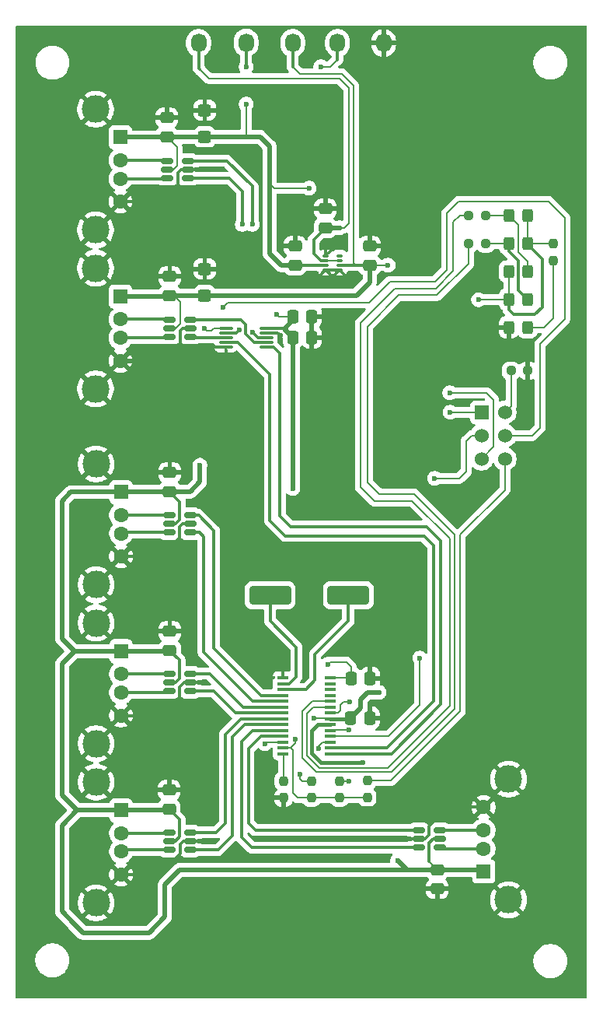
<source format=gbr>
%TF.GenerationSoftware,KiCad,Pcbnew,9.0.6*%
%TF.CreationDate,2025-12-28T11:43:40+01:00*%
%TF.ProjectId,USB_Hub,5553425f-4875-4622-9e6b-696361645f70,rev?*%
%TF.SameCoordinates,Original*%
%TF.FileFunction,Copper,L1,Top*%
%TF.FilePolarity,Positive*%
%FSLAX46Y46*%
G04 Gerber Fmt 4.6, Leading zero omitted, Abs format (unit mm)*
G04 Created by KiCad (PCBNEW 9.0.6) date 2025-12-28 11:43:40*
%MOMM*%
%LPD*%
G01*
G04 APERTURE LIST*
G04 Aperture macros list*
%AMRoundRect*
0 Rectangle with rounded corners*
0 $1 Rounding radius*
0 $2 $3 $4 $5 $6 $7 $8 $9 X,Y pos of 4 corners*
0 Add a 4 corners polygon primitive as box body*
4,1,4,$2,$3,$4,$5,$6,$7,$8,$9,$2,$3,0*
0 Add four circle primitives for the rounded corners*
1,1,$1+$1,$2,$3*
1,1,$1+$1,$4,$5*
1,1,$1+$1,$6,$7*
1,1,$1+$1,$8,$9*
0 Add four rect primitives between the rounded corners*
20,1,$1+$1,$2,$3,$4,$5,0*
20,1,$1+$1,$4,$5,$6,$7,0*
20,1,$1+$1,$6,$7,$8,$9,0*
20,1,$1+$1,$8,$9,$2,$3,0*%
G04 Aperture macros list end*
%TA.AperFunction,ComponentPad*%
%ADD10O,1.730000X2.030000*%
%TD*%
%TA.AperFunction,ComponentPad*%
%ADD11C,1.524000*%
%TD*%
%TA.AperFunction,ComponentPad*%
%ADD12R,1.524000X1.524000*%
%TD*%
%TA.AperFunction,SMDPad,CuDef*%
%ADD13RoundRect,0.250000X-0.325000X-0.450000X0.325000X-0.450000X0.325000X0.450000X-0.325000X0.450000X0*%
%TD*%
%TA.AperFunction,SMDPad,CuDef*%
%ADD14RoundRect,0.237500X0.250000X0.237500X-0.250000X0.237500X-0.250000X-0.237500X0.250000X-0.237500X0*%
%TD*%
%TA.AperFunction,SMDPad,CuDef*%
%ADD15RoundRect,0.237500X0.237500X-0.250000X0.237500X0.250000X-0.237500X0.250000X-0.237500X-0.250000X0*%
%TD*%
%TA.AperFunction,SMDPad,CuDef*%
%ADD16RoundRect,0.250000X2.000000X0.750000X-2.000000X0.750000X-2.000000X-0.750000X2.000000X-0.750000X0*%
%TD*%
%TA.AperFunction,SMDPad,CuDef*%
%ADD17RoundRect,0.250000X-0.475000X0.337500X-0.475000X-0.337500X0.475000X-0.337500X0.475000X0.337500X0*%
%TD*%
%TA.AperFunction,SMDPad,CuDef*%
%ADD18RoundRect,0.150000X0.512500X0.150000X-0.512500X0.150000X-0.512500X-0.150000X0.512500X-0.150000X0*%
%TD*%
%TA.AperFunction,SMDPad,CuDef*%
%ADD19RoundRect,0.150000X-0.512500X-0.150000X0.512500X-0.150000X0.512500X0.150000X-0.512500X0.150000X0*%
%TD*%
%TA.AperFunction,ComponentPad*%
%ADD20C,3.000000*%
%TD*%
%TA.AperFunction,ComponentPad*%
%ADD21C,1.600000*%
%TD*%
%TA.AperFunction,ComponentPad*%
%ADD22R,1.500000X1.600000*%
%TD*%
%TA.AperFunction,SMDPad,CuDef*%
%ADD23RoundRect,0.250000X0.475000X-0.337500X0.475000X0.337500X-0.475000X0.337500X-0.475000X-0.337500X0*%
%TD*%
%TA.AperFunction,SMDPad,CuDef*%
%ADD24RoundRect,0.250000X0.450000X-0.400000X0.450000X0.400000X-0.450000X0.400000X-0.450000X-0.400000X0*%
%TD*%
%TA.AperFunction,SMDPad,CuDef*%
%ADD25RoundRect,0.250000X0.337500X0.475000X-0.337500X0.475000X-0.337500X-0.475000X0.337500X-0.475000X0*%
%TD*%
%TA.AperFunction,SMDPad,CuDef*%
%ADD26R,1.200000X0.400000*%
%TD*%
%TA.AperFunction,SMDPad,CuDef*%
%ADD27RoundRect,0.050000X-0.285000X-0.100000X0.285000X-0.100000X0.285000X0.100000X-0.285000X0.100000X0*%
%TD*%
%TA.AperFunction,SMDPad,CuDef*%
%ADD28RoundRect,0.075000X-0.650000X-0.075000X0.650000X-0.075000X0.650000X0.075000X-0.650000X0.075000X0*%
%TD*%
%TA.AperFunction,ViaPad*%
%ADD29C,0.600000*%
%TD*%
%TA.AperFunction,Conductor*%
%ADD30C,0.300000*%
%TD*%
%TA.AperFunction,Conductor*%
%ADD31C,0.200000*%
%TD*%
%TA.AperFunction,Conductor*%
%ADD32C,0.500000*%
%TD*%
%TA.AperFunction,Conductor*%
%ADD33C,0.400000*%
%TD*%
G04 APERTURE END LIST*
D10*
%TO.P,REF\u002A\u002A,1*%
%TO.N,/5V_1*%
X66751200Y-38303200D03*
%TD*%
%TO.P,REF\u002A\u002A,1*%
%TO.N,/5V_2*%
X71831200Y-38354000D03*
%TD*%
%TO.P,REF\u002A\u002A,1*%
%TO.N,GND*%
X81737200Y-38354000D03*
%TD*%
%TO.P,REF\u002A\u002A,1*%
%TO.N,/3.3V*%
X76708000Y-38354000D03*
%TD*%
%TO.P,REF\u002A\u002A,1*%
%TO.N,/5V*%
X61569600Y-38354000D03*
%TD*%
D11*
%TO.P,SW1,6,C*%
%TO.N,Net-(R7-Pad2)*%
X94945200Y-78536800D03*
%TO.P,SW1,5,B*%
%TO.N,/S_TS3USB*%
X94945200Y-81076800D03*
%TO.P,SW1,4,A*%
%TO.N,Net-(R6-Pad2)*%
X94945200Y-83616800D03*
%TO.P,SW1,3,C*%
%TO.N,/5V_1*%
X92405200Y-83616800D03*
%TO.P,SW1,2,B*%
%TO.N,/VBUS*%
X92405200Y-81076800D03*
D12*
%TO.P,SW1,1,A*%
%TO.N,/5V_2*%
X92405200Y-78536800D03*
%TD*%
D13*
%TO.P,D2,2,A*%
%TO.N,/LED_DRV*%
X97409000Y-60180600D03*
%TO.P,D2,1,K*%
%TO.N,Net-(D2-K)*%
X95359000Y-60180600D03*
%TD*%
%TO.P,D5,2,A*%
%TO.N,Net-(D5-A)*%
X97409000Y-69300600D03*
%TO.P,D5,1,K*%
%TO.N,GND*%
X95359000Y-69300600D03*
%TD*%
%TO.P,D1,2,A*%
%TO.N,/LED_DRV*%
X97409000Y-57140600D03*
%TO.P,D1,1,K*%
%TO.N,Net-(D1-K)*%
X95359000Y-57140600D03*
%TD*%
%TO.P,D3,2,A*%
%TO.N,Net-(D1-K)*%
X97409000Y-63220600D03*
%TO.P,D3,1,K*%
%TO.N,/LED_DRV*%
X95359000Y-63220600D03*
%TD*%
%TO.P,D4,2,A*%
%TO.N,Net-(D2-K)*%
X97409000Y-66260600D03*
%TO.P,D4,1,K*%
%TO.N,/LED_DRV*%
X95359000Y-66260600D03*
%TD*%
D14*
%TO.P,R2,2*%
%TO.N,/LED1*%
X91012000Y-57140600D03*
%TO.P,R2,1*%
%TO.N,Net-(D1-K)*%
X92837000Y-57140600D03*
%TD*%
%TO.P,R3,2*%
%TO.N,/LED2*%
X91012000Y-60188600D03*
%TO.P,R3,1*%
%TO.N,Net-(D2-K)*%
X92837000Y-60188600D03*
%TD*%
D15*
%TO.P,R4,2*%
%TO.N,/LED_DRV*%
X100203000Y-60188600D03*
%TO.P,R4,1*%
%TO.N,Net-(D5-A)*%
X100203000Y-62013600D03*
%TD*%
D14*
%TO.P,R7,2*%
%TO.N,Net-(R7-Pad2)*%
X95609400Y-74015600D03*
%TO.P,R7,1*%
%TO.N,GND*%
X97434400Y-74015600D03*
%TD*%
D16*
%TO.P,Y1,1,1*%
%TO.N,Net-(U1-XIN)*%
X77876400Y-98450400D03*
%TO.P,Y1,2,2*%
%TO.N,Net-(U1-XOUT)*%
X69376400Y-98450400D03*
%TD*%
D15*
%TO.P,R5,1*%
%TO.N,/3.3V*%
X73863200Y-120493800D03*
%TO.P,R5,2*%
%TO.N,Net-(U1-~{XRSTJ})*%
X73863200Y-118668800D03*
%TD*%
D17*
%TO.P,C5,1*%
%TO.N,GND*%
X80213200Y-60459800D03*
%TO.P,C5,2*%
%TO.N,/5V_2*%
X80213200Y-62534800D03*
%TD*%
D18*
%TO.P,U9,1,I/O1*%
%TO.N,/D2+*%
X60655200Y-70342800D03*
%TO.P,U9,2,GND*%
%TO.N,GND*%
X60655200Y-69392800D03*
%TO.P,U9,3,I/O2*%
%TO.N,/D2-*%
X60655200Y-68442800D03*
%TO.P,U9,4,I/O2*%
%TO.N,Net-(J6-D-)*%
X58380200Y-68442800D03*
%TO.P,U9,5,VBUS*%
%TO.N,/5V_2*%
X58380200Y-69392800D03*
%TO.P,U9,6,I/O1*%
%TO.N,Net-(J6-D+)*%
X58380200Y-70342800D03*
%TD*%
%TO.P,U8,1,I/O1*%
%TO.N,/D1+*%
X60390200Y-53070800D03*
%TO.P,U8,2,GND*%
%TO.N,GND*%
X60390200Y-52120800D03*
%TO.P,U8,3,I/O2*%
%TO.N,/D1-*%
X60390200Y-51170800D03*
%TO.P,U8,4,I/O2*%
%TO.N,Net-(J5-D-)*%
X58115200Y-51170800D03*
%TO.P,U8,5,VBUS*%
%TO.N,/5V_1*%
X58115200Y-52120800D03*
%TO.P,U8,6,I/O1*%
%TO.N,Net-(J5-D+)*%
X58115200Y-53070800D03*
%TD*%
D19*
%TO.P,U7,1,I/O1*%
%TO.N,/DP1*%
X85558200Y-124002800D03*
%TO.P,U7,2,GND*%
%TO.N,GND*%
X85558200Y-124952800D03*
%TO.P,U7,3,I/O2*%
%TO.N,/DM1*%
X85558200Y-125902800D03*
%TO.P,U7,4,I/O2*%
%TO.N,Net-(J4-D-)*%
X87833200Y-125902800D03*
%TO.P,U7,5,VBUS*%
%TO.N,/5V*%
X87833200Y-124952800D03*
%TO.P,U7,6,I/O1*%
%TO.N,Net-(J4-D+)*%
X87833200Y-124002800D03*
%TD*%
D18*
%TO.P,U6,1,I/O1*%
%TO.N,/DP2*%
X60644200Y-126156800D03*
%TO.P,U6,2,GND*%
%TO.N,GND*%
X60644200Y-125206800D03*
%TO.P,U6,3,I/O2*%
%TO.N,/DM2*%
X60644200Y-124256800D03*
%TO.P,U6,4,I/O2*%
%TO.N,Net-(J3-D-)*%
X58369200Y-124256800D03*
%TO.P,U6,5,VBUS*%
%TO.N,/5V*%
X58369200Y-125206800D03*
%TO.P,U6,6,I/O1*%
%TO.N,Net-(J3-D+)*%
X58369200Y-126156800D03*
%TD*%
%TO.P,U5,1,I/O1*%
%TO.N,/DP3*%
X60644200Y-108884800D03*
%TO.P,U5,2,GND*%
%TO.N,GND*%
X60644200Y-107934800D03*
%TO.P,U5,3,I/O2*%
%TO.N,/DM3*%
X60644200Y-106984800D03*
%TO.P,U5,4,I/O2*%
%TO.N,Net-(J2-D-)*%
X58369200Y-106984800D03*
%TO.P,U5,5,VBUS*%
%TO.N,/5V*%
X58369200Y-107934800D03*
%TO.P,U5,6,I/O1*%
%TO.N,Net-(J2-D+)*%
X58369200Y-108884800D03*
%TD*%
%TO.P,U4,1,I/O1*%
%TO.N,/DP4*%
X60644200Y-91612800D03*
%TO.P,U4,2,GND*%
%TO.N,GND*%
X60644200Y-90662800D03*
%TO.P,U4,3,I/O2*%
%TO.N,/DM4*%
X60644200Y-89712800D03*
%TO.P,U4,4,I/O2*%
%TO.N,Net-(J1-D-)*%
X58369200Y-89712800D03*
%TO.P,U4,5,VBUS*%
%TO.N,/5V*%
X58369200Y-90662800D03*
%TO.P,U4,6,I/O1*%
%TO.N,Net-(J1-D+)*%
X58369200Y-91612800D03*
%TD*%
D20*
%TO.P,J4,5,Shield*%
%TO.N,GND*%
X95343200Y-118448800D03*
X95343200Y-131588800D03*
D21*
%TO.P,J4,4,GND*%
X92633200Y-121518800D03*
%TO.P,J4,3,D+*%
%TO.N,Net-(J4-D+)*%
X92633200Y-124018800D03*
%TO.P,J4,2,D-*%
%TO.N,Net-(J4-D-)*%
X92633200Y-126018800D03*
D22*
%TO.P,J4,1,VBUS*%
%TO.N,/5V*%
X92633200Y-128518800D03*
%TD*%
D17*
%TO.P,C10,2*%
%TO.N,GND*%
X87579200Y-130395800D03*
%TO.P,C10,1*%
%TO.N,/5V*%
X87579200Y-128320800D03*
%TD*%
%TO.P,C6,1*%
%TO.N,GND*%
X72085200Y-60459800D03*
%TO.P,C6,2*%
%TO.N,/5V_1*%
X72085200Y-62534800D03*
%TD*%
D23*
%TO.P,C13,2*%
%TO.N,GND*%
X75387200Y-56395800D03*
%TO.P,C13,1*%
%TO.N,/5V*%
X75387200Y-58470800D03*
%TD*%
%TO.P,C7,1*%
%TO.N,/5V*%
X58428400Y-87176800D03*
%TO.P,C7,2*%
%TO.N,GND*%
X58428400Y-85101800D03*
%TD*%
%TO.P,C8,2*%
%TO.N,GND*%
X58428400Y-102373800D03*
%TO.P,C8,1*%
%TO.N,/5V*%
X58428400Y-104448800D03*
%TD*%
D24*
%TO.P,D6,1,A1*%
%TO.N,/5V_1*%
X62238400Y-48568800D03*
%TO.P,D6,2,A2*%
%TO.N,GND*%
X62238400Y-45668800D03*
%TD*%
D23*
%TO.P,C9,1*%
%TO.N,/5V*%
X58369200Y-121720800D03*
%TO.P,C9,2*%
%TO.N,GND*%
X58369200Y-119645800D03*
%TD*%
%TO.P,C11,2*%
%TO.N,GND*%
X58115200Y-46493800D03*
%TO.P,C11,1*%
%TO.N,/5V_1*%
X58115200Y-48568800D03*
%TD*%
%TO.P,C12,2*%
%TO.N,GND*%
X58428400Y-63765800D03*
%TO.P,C12,1*%
%TO.N,/5V_2*%
X58428400Y-65840800D03*
%TD*%
D24*
%TO.P,D7,1,A1*%
%TO.N,/5V_2*%
X62238400Y-65840800D03*
%TO.P,D7,2,A2*%
%TO.N,GND*%
X62238400Y-62940800D03*
%TD*%
D25*
%TO.P,C1,2*%
%TO.N,/3.3V*%
X78138200Y-111810800D03*
%TO.P,C1,1*%
%TO.N,GND*%
X80213200Y-111810800D03*
%TD*%
%TO.P,C2,2*%
%TO.N,Net-(U1-VD18)*%
X78181200Y-107492800D03*
%TO.P,C2,1*%
%TO.N,GND*%
X80256200Y-107492800D03*
%TD*%
D15*
%TO.P,R1,2*%
%TO.N,Net-(U1-REXT)*%
X70815200Y-118668800D03*
%TO.P,R1,1*%
%TO.N,GND*%
X70815200Y-120493800D03*
%TD*%
%TO.P,R8,2*%
%TO.N,Net-(U1-BUSJ)*%
X76911200Y-118668800D03*
%TO.P,R8,1*%
%TO.N,/3.3V*%
X76911200Y-120493800D03*
%TD*%
D26*
%TO.P,U1,28,VD18*%
%TO.N,Net-(U1-VD18)*%
X75955200Y-107429300D03*
%TO.P,U1,27,TESTJ/EESDA*%
%TO.N,unconnected-(U1-TESTJ{slash}EESDA-Pad27)*%
X75955200Y-108064300D03*
%TO.P,U1,26,OVCJ*%
%TO.N,unconnected-(U1-OVCJ-Pad26)*%
X75955200Y-108699300D03*
%TO.P,U1,25,PWRJ*%
%TO.N,unconnected-(U1-PWRJ-Pad25)*%
X75955200Y-109334300D03*
%TO.P,U1,24,LED2*%
%TO.N,/LED2*%
X75955200Y-109969300D03*
%TO.P,U1,23,LED1/EESCL*%
%TO.N,/LED1*%
X75955200Y-110604300D03*
%TO.P,U1,22,DRV*%
%TO.N,/LED_DRV*%
X75955200Y-111239300D03*
%TO.P,U1,21,VD33_O*%
%TO.N,/3.3V*%
X75955200Y-111874300D03*
%TO.P,U1,20,VDD5*%
%TO.N,/5V*%
X75955200Y-112509300D03*
%TO.P,U1,19,BUSJ*%
%TO.N,Net-(U1-BUSJ)*%
X75955200Y-113144300D03*
%TO.P,U1,18,VBUSM*%
%TO.N,/VBUS*%
X75955200Y-113779300D03*
%TO.P,U1,17,~{XRSTJ}*%
%TO.N,Net-(U1-~{XRSTJ})*%
X75955200Y-114414300D03*
%TO.P,U1,16,DPU*%
%TO.N,/DPU*%
X75955200Y-115049300D03*
%TO.P,U1,15,DMU*%
%TO.N,/DMU*%
X75955200Y-115684300D03*
%TO.P,U1,14,REXT*%
%TO.N,Net-(U1-REXT)*%
X70755200Y-115684300D03*
%TO.P,U1,13,VD33*%
%TO.N,/3.3V*%
X70755200Y-115049300D03*
%TO.P,U1,12,VD18_O*%
%TO.N,Net-(U1-VD18)*%
X70755200Y-114414300D03*
%TO.P,U1,11,DP1*%
%TO.N,/DP1*%
X70755200Y-113779300D03*
%TO.P,U1,10,DM1*%
%TO.N,/DM1*%
X70755200Y-113144300D03*
%TO.P,U1,9,DP2*%
%TO.N,/DP2*%
X70755200Y-112509300D03*
%TO.P,U1,8,DM2*%
%TO.N,/DM2*%
X70755200Y-111874300D03*
%TO.P,U1,7,DP3*%
%TO.N,/DP3*%
X70755200Y-111239300D03*
%TO.P,U1,6,DM3*%
%TO.N,/DM3*%
X70755200Y-110604300D03*
%TO.P,U1,5,DP4*%
%TO.N,/DP4*%
X70755200Y-109969300D03*
%TO.P,U1,4,DM4*%
%TO.N,/DM4*%
X70755200Y-109334300D03*
%TO.P,U1,3,XIN*%
%TO.N,Net-(U1-XIN)*%
X70755200Y-108699300D03*
%TO.P,U1,2,XOUT*%
%TO.N,Net-(U1-XOUT)*%
X70755200Y-108064300D03*
%TO.P,U1,1,VSS*%
%TO.N,GND*%
X70755200Y-107429300D03*
%TD*%
D15*
%TO.P,R6,1*%
%TO.N,/3.3V*%
X79959200Y-120446800D03*
%TO.P,R6,2*%
%TO.N,Net-(R6-Pad2)*%
X79959200Y-118621800D03*
%TD*%
D25*
%TO.P,C4,1*%
%TO.N,GND*%
X73906200Y-68122800D03*
%TO.P,C4,2*%
%TO.N,/3.3V*%
X71831200Y-68122800D03*
%TD*%
%TO.P,C3,1*%
%TO.N,GND*%
X73906200Y-70408800D03*
%TO.P,C3,2*%
%TO.N,/3.3V*%
X71831200Y-70408800D03*
%TD*%
D20*
%TO.P,J5,5,Shield*%
%TO.N,GND*%
X50351200Y-58690800D03*
X50351200Y-45550800D03*
D21*
%TO.P,J5,4,GND*%
X53061200Y-55620800D03*
%TO.P,J5,3,D+*%
%TO.N,Net-(J5-D+)*%
X53061200Y-53120800D03*
%TO.P,J5,2,D-*%
%TO.N,Net-(J5-D-)*%
X53061200Y-51120800D03*
D22*
%TO.P,J5,1,VBUS*%
%TO.N,/5V_1*%
X53061200Y-48620800D03*
%TD*%
D20*
%TO.P,J3,5,Shield*%
%TO.N,GND*%
X50410400Y-131912800D03*
X50410400Y-118772800D03*
D21*
%TO.P,J3,4,GND*%
X53120400Y-128842800D03*
%TO.P,J3,3,D+*%
%TO.N,Net-(J3-D+)*%
X53120400Y-126342800D03*
%TO.P,J3,2,D-*%
%TO.N,Net-(J3-D-)*%
X53120400Y-124342800D03*
D22*
%TO.P,J3,1,VBUS*%
%TO.N,/5V*%
X53120400Y-121842800D03*
%TD*%
D20*
%TO.P,J1,5,Shield*%
%TO.N,GND*%
X50410400Y-97292800D03*
X50410400Y-84152800D03*
D21*
%TO.P,J1,4,GND*%
X53120400Y-94222800D03*
%TO.P,J1,3,D+*%
%TO.N,Net-(J1-D+)*%
X53120400Y-91722800D03*
%TO.P,J1,2,D-*%
%TO.N,Net-(J1-D-)*%
X53120400Y-89722800D03*
D22*
%TO.P,J1,1,VBUS*%
%TO.N,/5V*%
X53120400Y-87222800D03*
%TD*%
D20*
%TO.P,J2,5,Shield*%
%TO.N,GND*%
X50410400Y-114602800D03*
X50410400Y-101462800D03*
D21*
%TO.P,J2,4,GND*%
X53120400Y-111532800D03*
%TO.P,J2,3,D+*%
%TO.N,Net-(J2-D+)*%
X53120400Y-109032800D03*
%TO.P,J2,2,D-*%
%TO.N,Net-(J2-D-)*%
X53120400Y-107032800D03*
D22*
%TO.P,J2,1,VBUS*%
%TO.N,/5V*%
X53120400Y-104532800D03*
%TD*%
D20*
%TO.P,J6,5,Shield*%
%TO.N,GND*%
X50351200Y-76000800D03*
X50351200Y-62860800D03*
D21*
%TO.P,J6,4,GND*%
X53061200Y-72930800D03*
%TO.P,J6,3,D+*%
%TO.N,Net-(J6-D+)*%
X53061200Y-70430800D03*
%TO.P,J6,2,D-*%
%TO.N,Net-(J6-D-)*%
X53061200Y-68430800D03*
D22*
%TO.P,J6,1,VBUS*%
%TO.N,/5V_2*%
X53061200Y-65930800D03*
%TD*%
D27*
%TO.P,U3,8,ST*%
%TO.N,unconnected-(U3-ST-Pad8)*%
X76911200Y-61534800D03*
%TO.P,U3,7,VOUT*%
%TO.N,/5V*%
X76911200Y-62034800D03*
%TO.P,U3,6,VIN2*%
%TO.N,/5V_2*%
X76911200Y-62534800D03*
%TO.P,U3,5,MODE*%
%TO.N,GND*%
X76911200Y-63034800D03*
%TO.P,U3,4,PR1*%
X75431200Y-63034800D03*
%TO.P,U3,3,VIN1*%
%TO.N,/5V_1*%
X75431200Y-62534800D03*
%TO.P,U3,2,VOUT*%
%TO.N,/5V*%
X75431200Y-62034800D03*
%TO.P,U3,1,GND*%
%TO.N,GND*%
X75431200Y-61534800D03*
%TD*%
D28*
%TO.P,U2,10,VCC*%
%TO.N,/3.3V*%
X68951200Y-69408800D03*
%TO.P,U2,9,~{OE}*%
%TO.N,GND*%
X68951200Y-69908800D03*
%TO.P,U2,8,D1-*%
%TO.N,/D1-*%
X68951200Y-70408800D03*
%TO.P,U2,7,D2-*%
%TO.N,/D2-*%
X68951200Y-70908800D03*
%TO.P,U2,6,D-*%
%TO.N,/DMU*%
X68951200Y-71408800D03*
%TO.P,U2,5,GND*%
%TO.N,GND*%
X64551200Y-71408800D03*
%TO.P,U2,4,D+*%
%TO.N,/DPU*%
X64551200Y-70908800D03*
%TO.P,U2,3,D2+*%
%TO.N,/D2+*%
X64551200Y-70408800D03*
%TO.P,U2,2,D1+*%
%TO.N,/D1+*%
X64551200Y-69908800D03*
%TO.P,U2,1,S*%
%TO.N,/S_TS3USB*%
X64551200Y-69408800D03*
%TD*%
D29*
%TO.N,/5V_1*%
X66751200Y-40944800D03*
%TO.N,GND*%
X87071200Y-62738000D03*
X89865200Y-65074800D03*
X97332800Y-77571600D03*
X100228400Y-77571600D03*
X73355200Y-59029600D03*
X75438000Y-60553600D03*
X70459600Y-70205600D03*
X73914000Y-72440800D03*
X60813599Y-72930800D03*
%TO.N,/5V_1*%
X66751200Y-45008800D03*
%TO.N,/3.3V*%
X74879200Y-40944800D03*
X70053200Y-67868800D03*
%TO.N,/LED_DRV*%
X92075000Y-66284600D03*
%TO.N,/5V_2*%
X82219800Y-62534800D03*
X88976200Y-78536800D03*
%TO.N,/5V_1*%
X73609200Y-54152800D03*
X88925400Y-76403200D03*
%TO.N,/S_TS3USB*%
X62179200Y-69392800D03*
X64211200Y-67106800D03*
%TO.N,/3.3V*%
X81229200Y-109016800D03*
X71831200Y-86842600D03*
%TO.N,Net-(U1-BUSJ)*%
X77927200Y-118668800D03*
%TO.N,Net-(U1-~{XRSTJ})*%
X74625200Y-115112800D03*
X72593200Y-117906800D03*
%TO.N,/5V*%
X83261200Y-127304800D03*
X79451200Y-116651800D03*
%TO.N,Net-(U1-VD18)*%
X75641200Y-105968800D03*
X68783200Y-114604800D03*
%TO.N,/3.3V*%
X74117200Y-111810800D03*
X72085200Y-114096800D03*
%TO.N,/VBUS*%
X85674200Y-105283000D03*
X87299800Y-85725000D03*
%TO.N,/LED_DRV*%
X78054200Y-110058200D03*
%TO.N,/5V*%
X61722000Y-84302600D03*
X76911200Y-58470800D03*
%TO.N,/D1+*%
X66319400Y-58089800D03*
%TO.N,/D1-*%
X67437000Y-58089800D03*
X67437000Y-69799200D03*
%TO.N,/D1+*%
X65989200Y-69570600D03*
%TO.N,Net-(U1-BUSJ)*%
X77927200Y-113080800D03*
%TD*%
D30*
%TO.N,/3.3V*%
X76708000Y-40132000D02*
X76708000Y-38354000D01*
X76657200Y-40182800D02*
X76708000Y-40132000D01*
%TO.N,/5V_2*%
X71831200Y-40944800D02*
X71831200Y-38354000D01*
%TO.N,/5V_1*%
X66751200Y-40944800D02*
X66751200Y-38303200D01*
%TO.N,/5V*%
X61569600Y-41097200D02*
X61569600Y-38354000D01*
X61671200Y-41198800D02*
X61569600Y-41097200D01*
D31*
%TO.N,/3.3V*%
X75895200Y-40944800D02*
X76657200Y-40182800D01*
D30*
%TO.N,GND*%
X72288400Y-59029600D02*
X72085200Y-59232800D01*
X73355200Y-59029600D02*
X72288400Y-59029600D01*
X72085200Y-59232800D02*
X72085200Y-60459800D01*
X75438000Y-61010800D02*
X75438000Y-60553600D01*
X75431200Y-61017600D02*
X75438000Y-61010800D01*
X75431200Y-61534800D02*
X75431200Y-61017600D01*
X76911200Y-63042800D02*
X76606400Y-63347600D01*
X76911200Y-63034800D02*
X76911200Y-63042800D01*
X77216000Y-63339600D02*
X77216000Y-63347600D01*
X76911200Y-63034800D02*
X77216000Y-63339600D01*
X75431200Y-63036000D02*
X75793600Y-63398400D01*
X75431200Y-63034800D02*
X75431200Y-63036000D01*
X75395200Y-63034800D02*
X75082400Y-63347600D01*
X75431200Y-63034800D02*
X75395200Y-63034800D01*
X75431200Y-63034800D02*
X76911200Y-63034800D01*
X57631200Y-111532800D02*
X53120400Y-111532800D01*
X59486800Y-109677200D02*
X57631200Y-111532800D01*
X59486800Y-108458000D02*
X59486800Y-109677200D01*
X60644200Y-107934800D02*
X60010000Y-107934800D01*
X60010000Y-107934800D02*
X59486800Y-108458000D01*
X59486800Y-92202000D02*
X57466000Y-94222800D01*
X59486800Y-91033600D02*
X59486800Y-92202000D01*
X59857600Y-90662800D02*
X59486800Y-91033600D01*
X60644200Y-90662800D02*
X59857600Y-90662800D01*
X57466000Y-94222800D02*
X53120400Y-94222800D01*
X59283600Y-53746400D02*
X57409200Y-55620800D01*
X57409200Y-55620800D02*
X53061200Y-55620800D01*
X59283600Y-52476400D02*
X59283600Y-53746400D01*
X59639200Y-52120800D02*
X59283600Y-52476400D01*
X60390200Y-52120800D02*
X59639200Y-52120800D01*
X57288400Y-128842800D02*
X53120400Y-128842800D01*
X59537600Y-126593600D02*
X57288400Y-128842800D01*
X59537600Y-125577600D02*
X59537600Y-126593600D01*
X60644200Y-125206800D02*
X59908400Y-125206800D01*
X59908400Y-125206800D02*
X59537600Y-125577600D01*
X90368000Y-121518800D02*
X92633200Y-121518800D01*
X89103200Y-122783600D02*
X90368000Y-121518800D01*
X87477600Y-122783600D02*
X89103200Y-122783600D01*
X86231378Y-124952800D02*
X86664800Y-124519378D01*
X86664800Y-124519378D02*
X86664800Y-123596400D01*
X86664800Y-123596400D02*
X87477600Y-122783600D01*
X85558200Y-124952800D02*
X86231378Y-124952800D01*
%TO.N,/LED_DRV*%
X95359000Y-67419000D02*
X95359000Y-66260600D01*
X95859600Y-67919600D02*
X95359000Y-67419000D01*
X98196400Y-67919600D02*
X95859600Y-67919600D01*
X99009200Y-67106800D02*
X98196400Y-67919600D01*
X99009200Y-61874400D02*
X99009200Y-67106800D01*
X97409000Y-60274200D02*
X99009200Y-61874400D01*
X97409000Y-60180600D02*
X97409000Y-60274200D01*
%TO.N,Net-(D2-K)*%
X96367600Y-65219200D02*
X97409000Y-66260600D01*
X96367600Y-62077600D02*
X96367600Y-65219200D01*
X95359000Y-61069000D02*
X96367600Y-62077600D01*
X95359000Y-60180600D02*
X95359000Y-61069000D01*
D31*
%TO.N,Net-(D1-K)*%
X97434400Y-63195200D02*
X97409000Y-63220600D01*
X97434400Y-62128400D02*
X97434400Y-63195200D01*
X96393000Y-61087000D02*
X97434400Y-62128400D01*
X96393000Y-58174600D02*
X96393000Y-61087000D01*
X95359000Y-57140600D02*
X96393000Y-58174600D01*
D30*
%TO.N,GND*%
X70162800Y-69908800D02*
X70459600Y-70205600D01*
X68951200Y-69908800D02*
X70162800Y-69908800D01*
D32*
X73914000Y-70416600D02*
X73906200Y-70408800D01*
X73914000Y-72440800D02*
X73914000Y-70416600D01*
D30*
X62335599Y-71408800D02*
X60813599Y-72930800D01*
X64551200Y-71408800D02*
X62335599Y-71408800D01*
X59537600Y-71654801D02*
X60813599Y-72930800D01*
X59537600Y-69646800D02*
X59537600Y-71654801D01*
X59791600Y-69392800D02*
X59537600Y-69646800D01*
X60655200Y-69392800D02*
X59791600Y-69392800D01*
D32*
X60813599Y-72930800D02*
X60814654Y-72929745D01*
X53061200Y-72930800D02*
X60813599Y-72930800D01*
D31*
%TO.N,/5V_2*%
X78435200Y-62280800D02*
X78689200Y-62534800D01*
X77165200Y-41706800D02*
X78435200Y-42976800D01*
X72593200Y-41706800D02*
X77165200Y-41706800D01*
X71831200Y-40944800D02*
X72593200Y-41706800D01*
X78435200Y-42976800D02*
X78435200Y-62280800D01*
D30*
X78689200Y-62534800D02*
X76911200Y-62534800D01*
D31*
%TO.N,/5V_1*%
X66751200Y-45008800D02*
X66751200Y-48568800D01*
D32*
X62238400Y-48568800D02*
X66751200Y-48568800D01*
D31*
%TO.N,/3.3V*%
X74879200Y-40944800D02*
X75895200Y-40944800D01*
%TO.N,/5V*%
X77927200Y-43230800D02*
X76911200Y-42214800D01*
X77927200Y-57962800D02*
X77927200Y-43230800D01*
X77419200Y-58470800D02*
X77927200Y-57962800D01*
X76911200Y-58470800D02*
X77419200Y-58470800D01*
X76911200Y-42214800D02*
X62687200Y-42214800D01*
X62687200Y-42214800D02*
X61671200Y-41198800D01*
%TO.N,/3.3V*%
X70307200Y-68122800D02*
X70053200Y-67868800D01*
X71831200Y-68122800D02*
X70307200Y-68122800D01*
%TO.N,/5V_2*%
X82219800Y-62534800D02*
X80213200Y-62534800D01*
X88976200Y-78536800D02*
X92405200Y-78536800D01*
%TO.N,/5V_1*%
X88925400Y-76403200D02*
X92938600Y-76403200D01*
X93700600Y-82321400D02*
X92405200Y-83616800D01*
X93700600Y-77165200D02*
X93700600Y-82321400D01*
X92938600Y-76403200D02*
X93700600Y-77165200D01*
D32*
%TO.N,/5V*%
X60651200Y-87176800D02*
X58428400Y-87176800D01*
X61722000Y-86106000D02*
X60651200Y-87176800D01*
X61722000Y-84302600D02*
X61722000Y-86106000D01*
D30*
%TO.N,/DPU*%
X82080100Y-115049300D02*
X75955200Y-115049300D01*
X86131400Y-91998800D02*
X87172800Y-93040200D01*
X87172800Y-93040200D02*
X87172800Y-109956600D01*
X71043800Y-91998800D02*
X86131400Y-91998800D01*
X69342000Y-90297000D02*
X71043800Y-91998800D01*
X69342000Y-74422000D02*
X69342000Y-90297000D01*
X65828800Y-70908800D02*
X69342000Y-74422000D01*
X87172800Y-109956600D02*
X82080100Y-115049300D01*
X64551200Y-70908800D02*
X65828800Y-70908800D01*
D31*
%TO.N,Net-(R6-Pad2)*%
X90068400Y-91871800D02*
X94945200Y-86995000D01*
X90068400Y-111074200D02*
X90068400Y-91871800D01*
X82520800Y-118621800D02*
X90068400Y-111074200D01*
X94945200Y-86995000D02*
X94945200Y-83616800D01*
X79959200Y-118621800D02*
X82520800Y-118621800D01*
%TO.N,/LED2*%
X73926700Y-109969300D02*
X75955200Y-109969300D01*
X72847200Y-111048800D02*
X73926700Y-109969300D01*
X72847200Y-116128800D02*
X72847200Y-111048800D01*
X74371200Y-117652800D02*
X72847200Y-116128800D01*
X82626200Y-117652800D02*
X74371200Y-117652800D01*
X89458800Y-110820200D02*
X82626200Y-117652800D01*
X89458800Y-91821000D02*
X89458800Y-110820200D01*
X85064600Y-87426800D02*
X89458800Y-91821000D01*
X81229200Y-87426800D02*
X85064600Y-87426800D01*
X79959200Y-86156800D02*
X81229200Y-87426800D01*
X91012000Y-62353200D02*
X87553800Y-65811400D01*
X87553800Y-65811400D02*
X83362800Y-65811400D01*
X79959200Y-69215000D02*
X79959200Y-86156800D01*
X91012000Y-60188600D02*
X91012000Y-62353200D01*
X83362800Y-65811400D02*
X79959200Y-69215000D01*
%TO.N,/LED1*%
X90027000Y-57140600D02*
X91012000Y-57140600D01*
X89331800Y-57835800D02*
X90027000Y-57140600D01*
X89331800Y-63144400D02*
X89331800Y-57835800D01*
X87401400Y-65074800D02*
X89331800Y-63144400D01*
X82956400Y-65074800D02*
X87401400Y-65074800D01*
X79197200Y-68834000D02*
X82956400Y-65074800D01*
X79197200Y-86664800D02*
X79197200Y-68834000D01*
X80721200Y-88188800D02*
X79197200Y-86664800D01*
X84836000Y-88188800D02*
X80721200Y-88188800D01*
X88925400Y-110515400D02*
X88925400Y-92278200D01*
X82189000Y-117251800D02*
X88925400Y-110515400D01*
X74732200Y-117251800D02*
X82189000Y-117251800D01*
X73355200Y-111302800D02*
X73355200Y-115874800D01*
X73355200Y-115874800D02*
X74732200Y-117251800D01*
X74053700Y-110604300D02*
X73355200Y-111302800D01*
X75955200Y-110604300D02*
X74053700Y-110604300D01*
X88925400Y-92278200D02*
X84836000Y-88188800D01*
D30*
%TO.N,/DMU*%
X69707000Y-71408800D02*
X68951200Y-71408800D01*
X71577200Y-90982800D02*
X70408800Y-89814400D01*
X86410800Y-90982800D02*
X71577200Y-90982800D01*
X70408800Y-89814400D02*
X70408800Y-72110600D01*
X70408800Y-72110600D02*
X69707000Y-71408800D01*
X87960200Y-92532200D02*
X86410800Y-90982800D01*
X82613500Y-115684300D02*
X87960200Y-110337600D01*
X87960200Y-110337600D02*
X87960200Y-92532200D01*
X75955200Y-115684300D02*
X82613500Y-115684300D01*
D31*
%TO.N,/VBUS*%
X82283300Y-113779300D02*
X75955200Y-113779300D01*
X85674200Y-110388400D02*
X82283300Y-113779300D01*
X85674200Y-105283000D02*
X85674200Y-110388400D01*
%TO.N,/S_TS3USB*%
X97917000Y-81076800D02*
X94945200Y-81076800D01*
X98780600Y-80213200D02*
X97917000Y-81076800D01*
X98780600Y-71120000D02*
X98780600Y-80213200D01*
X101473000Y-68427600D02*
X98780600Y-71120000D01*
X101473000Y-57394600D02*
X101473000Y-68427600D01*
X99695000Y-55616600D02*
X101473000Y-57394600D01*
X89900000Y-55616600D02*
X99695000Y-55616600D01*
X88595200Y-56921400D02*
X89900000Y-55616600D01*
X88595200Y-63042800D02*
X88595200Y-56921400D01*
X82423000Y-64312800D02*
X87325200Y-64312800D01*
X71841200Y-66608800D02*
X80127000Y-66608800D01*
X80127000Y-66608800D02*
X82423000Y-64312800D01*
X71831200Y-66598800D02*
X71841200Y-66608800D01*
X87325200Y-64312800D02*
X88595200Y-63042800D01*
X64719200Y-66598800D02*
X71831200Y-66598800D01*
X64211200Y-67106800D02*
X64719200Y-66598800D01*
D30*
%TO.N,/D2+*%
X60721200Y-70408800D02*
X60655200Y-70342800D01*
X64551200Y-70408800D02*
X60721200Y-70408800D01*
%TO.N,/D2-*%
X67603257Y-70908800D02*
X68951200Y-70908800D01*
X67603257Y-70908799D02*
X67603257Y-70908800D01*
X66774829Y-70080371D02*
X67603257Y-70908799D01*
X66717200Y-70022742D02*
X66774829Y-70080371D01*
X66717200Y-69003200D02*
X66717200Y-70022742D01*
X66156800Y-68442800D02*
X66717200Y-69003200D01*
X60655200Y-68442800D02*
X66156800Y-68442800D01*
%TO.N,Net-(J6-D+)*%
X58292200Y-70430800D02*
X58380200Y-70342800D01*
X53061200Y-70430800D02*
X58292200Y-70430800D01*
%TO.N,Net-(J6-D-)*%
X58368200Y-68430800D02*
X58380200Y-68442800D01*
X53061200Y-68430800D02*
X58368200Y-68430800D01*
%TO.N,/D1-*%
X68046600Y-70408800D02*
X68951200Y-70408800D01*
X67437000Y-69799200D02*
X68046600Y-70408800D01*
%TO.N,/D1+*%
X65651000Y-69908800D02*
X64551200Y-69908800D01*
X65989200Y-69570600D02*
X65651000Y-69908800D01*
X66319400Y-54483000D02*
X66319400Y-58089800D01*
X64907200Y-53070800D02*
X66319400Y-54483000D01*
X60390200Y-53070800D02*
X64907200Y-53070800D01*
%TO.N,/D1-*%
X67437000Y-53949600D02*
X67437000Y-58089800D01*
X64658200Y-51170800D02*
X67437000Y-53949600D01*
X60390200Y-51170800D02*
X64658200Y-51170800D01*
%TO.N,Net-(J5-D+)*%
X58065200Y-53120800D02*
X58115200Y-53070800D01*
X53061200Y-53120800D02*
X58065200Y-53120800D01*
%TO.N,Net-(J5-D-)*%
X58065200Y-51120800D02*
X58115200Y-51170800D01*
X53061200Y-51120800D02*
X58065200Y-51120800D01*
D31*
%TO.N,/5V_1*%
X69799200Y-54152800D02*
X69291200Y-53644800D01*
X73609200Y-54152800D02*
X69799200Y-54152800D01*
D32*
%TO.N,/3.3V*%
X71831200Y-70408800D02*
X70878700Y-69456300D01*
X71831200Y-68503800D02*
X70878700Y-69456300D01*
X71831200Y-68122800D02*
X71831200Y-68503800D01*
X71831200Y-86842600D02*
X71831200Y-70408800D01*
X79984600Y-109016800D02*
X79197200Y-109804200D01*
X79984600Y-109016800D02*
X81229200Y-109016800D01*
X79197200Y-110751800D02*
X79197200Y-109804200D01*
X78138200Y-111810800D02*
X79197200Y-110751800D01*
D33*
X78074700Y-111874300D02*
X78138200Y-111810800D01*
X75955200Y-111874300D02*
X78074700Y-111874300D01*
%TO.N,/5V*%
X74549000Y-112509300D02*
X75955200Y-112509300D01*
X73863200Y-113195100D02*
X74549000Y-112509300D01*
X73863200Y-115620800D02*
X73863200Y-113195100D01*
X74879200Y-116636800D02*
X73863200Y-115620800D01*
X74894200Y-116651800D02*
X74879200Y-116636800D01*
X79451200Y-116651800D02*
X74894200Y-116651800D01*
D32*
X83261200Y-127304800D02*
X84277200Y-128320800D01*
D30*
%TO.N,Net-(U1-XOUT)*%
X69376400Y-101253400D02*
X69376400Y-98450400D01*
X72212200Y-104089200D02*
X69376400Y-101253400D01*
X72212200Y-107315000D02*
X72212200Y-104089200D01*
X71462900Y-108064300D02*
X72212200Y-107315000D01*
X70755200Y-108064300D02*
X71462900Y-108064300D01*
%TO.N,Net-(U1-XIN)*%
X77876400Y-101269800D02*
X77876400Y-98450400D01*
X74244200Y-104902000D02*
X77876400Y-101269800D01*
X74244200Y-107721400D02*
X74244200Y-104902000D01*
X73266300Y-108699300D02*
X74244200Y-107721400D01*
X70755200Y-108699300D02*
X73266300Y-108699300D01*
%TO.N,/DM4*%
X63246000Y-104241600D02*
X68338700Y-109334300D01*
X68338700Y-109334300D02*
X70755200Y-109334300D01*
X63246000Y-91389200D02*
X63246000Y-104241600D01*
X61569600Y-89712800D02*
X63246000Y-91389200D01*
X60644200Y-89712800D02*
X61569600Y-89712800D01*
%TO.N,Net-(J1-D-)*%
X53120400Y-89722800D02*
X58359200Y-89722800D01*
X58359200Y-89722800D02*
X58369200Y-89712800D01*
%TO.N,Net-(J1-D+)*%
X53230400Y-91612800D02*
X53120400Y-91722800D01*
X58369200Y-91612800D02*
X53230400Y-91612800D01*
%TO.N,/DP4*%
X61666200Y-91612800D02*
X60644200Y-91612800D01*
X62128400Y-92075000D02*
X61666200Y-91612800D01*
X62128400Y-104648000D02*
X62128400Y-92075000D01*
X67449700Y-109969300D02*
X62128400Y-104648000D01*
X70755200Y-109969300D02*
X67449700Y-109969300D01*
%TO.N,/DM3*%
X66395600Y-110604300D02*
X70755200Y-110604300D01*
X62776100Y-106984800D02*
X66395600Y-110604300D01*
X60644200Y-106984800D02*
X62776100Y-106984800D01*
%TO.N,Net-(J2-D+)*%
X58221200Y-109032800D02*
X58369200Y-108884800D01*
X53120400Y-109032800D02*
X58221200Y-109032800D01*
%TO.N,Net-(J2-D-)*%
X58321200Y-107032800D02*
X58369200Y-106984800D01*
X53120400Y-107032800D02*
X58321200Y-107032800D01*
%TO.N,Net-(J3-D+)*%
X53475200Y-126156800D02*
X58369200Y-126156800D01*
X53289200Y-126342800D02*
X53475200Y-126156800D01*
X53120400Y-126342800D02*
X53289200Y-126342800D01*
%TO.N,Net-(J3-D-)*%
X58283200Y-124342800D02*
X58369200Y-124256800D01*
X53120400Y-124342800D02*
X58283200Y-124342800D01*
%TO.N,/DP3*%
X63220600Y-108884800D02*
X60644200Y-108884800D01*
X70755200Y-111239300D02*
X65575100Y-111239300D01*
X65575100Y-111239300D02*
X63220600Y-108884800D01*
%TO.N,/DM1*%
X67381200Y-125902800D02*
X85558200Y-125902800D01*
X66243200Y-124764800D02*
X67381200Y-125902800D01*
X66243200Y-114350800D02*
X66243200Y-124764800D01*
X67449700Y-113144300D02*
X66243200Y-114350800D01*
X70755200Y-113144300D02*
X67449700Y-113144300D01*
%TO.N,/DP1*%
X68389500Y-113779300D02*
X70755200Y-113779300D01*
X67005200Y-115163600D02*
X68389500Y-113779300D01*
X67005200Y-123240800D02*
X67005200Y-115163600D01*
X67767200Y-124002800D02*
X67005200Y-123240800D01*
X85558200Y-124002800D02*
X67767200Y-124002800D01*
%TO.N,Net-(J4-D-)*%
X92633200Y-126018800D02*
X87949200Y-126018800D01*
X87949200Y-126018800D02*
X87833200Y-125902800D01*
%TO.N,Net-(J4-D+)*%
X87849200Y-124018800D02*
X87833200Y-124002800D01*
X92633200Y-124018800D02*
X87849200Y-124018800D01*
%TO.N,/DM2*%
X63449200Y-124256800D02*
X60644200Y-124256800D01*
X64465200Y-123240800D02*
X63449200Y-124256800D01*
X64465200Y-113588800D02*
X64465200Y-123240800D01*
X66179700Y-111874300D02*
X64465200Y-113588800D01*
X70755200Y-111874300D02*
X66179700Y-111874300D01*
%TO.N,/DP2*%
X66560700Y-112509300D02*
X70755200Y-112509300D01*
X65227200Y-113842800D02*
X66560700Y-112509300D01*
X65227200Y-124612400D02*
X65227200Y-113842800D01*
X63682800Y-126156800D02*
X65227200Y-124612400D01*
X60644200Y-126156800D02*
X63682800Y-126156800D01*
%TO.N,/5V*%
X87137200Y-124952800D02*
X87833200Y-124952800D01*
X86690200Y-125399800D02*
X87137200Y-124952800D01*
X86690200Y-127431800D02*
X86690200Y-125399800D01*
D32*
X92435200Y-128320800D02*
X92633200Y-128518800D01*
X87579200Y-128320800D02*
X92435200Y-128320800D01*
X59486800Y-128320800D02*
X61163200Y-128320800D01*
X57886600Y-129921000D02*
X59486800Y-128320800D01*
X48971200Y-135178800D02*
X56159400Y-135178800D01*
X47980600Y-134188200D02*
X48971200Y-135178800D01*
X47980600Y-134162800D02*
X47980600Y-134188200D01*
X46685200Y-132867400D02*
X47980600Y-134162800D01*
X46685200Y-123492800D02*
X46685200Y-132867400D01*
X56159400Y-135178800D02*
X57886600Y-133451600D01*
X48335200Y-121842800D02*
X46685200Y-123492800D01*
X57886600Y-133451600D02*
X57886600Y-129921000D01*
X61163200Y-128320800D02*
X87579200Y-128320800D01*
D30*
X59095600Y-90662800D02*
X58369200Y-90662800D01*
X59512200Y-90246200D02*
X59095600Y-90662800D01*
X59512200Y-88260600D02*
X59512200Y-90246200D01*
X58428400Y-87176800D02*
X59512200Y-88260600D01*
X59512200Y-122863800D02*
X59512200Y-124726299D01*
X59031699Y-125206800D02*
X58369200Y-125206800D01*
X58369200Y-121720800D02*
X59512200Y-122863800D01*
X59512200Y-124726299D02*
X59031699Y-125206800D01*
D32*
X58247200Y-121842800D02*
X58369200Y-121720800D01*
X53120400Y-121842800D02*
X58247200Y-121842800D01*
X48335200Y-121842800D02*
X53120400Y-121842800D01*
X46685200Y-120192800D02*
X48335200Y-121842800D01*
X46685200Y-105890800D02*
X46685200Y-120192800D01*
X48043200Y-104532800D02*
X46685200Y-105890800D01*
D30*
X59031699Y-107934800D02*
X58369200Y-107934800D01*
X59486800Y-107479699D02*
X59031699Y-107934800D01*
X59486800Y-105507200D02*
X59486800Y-107479699D01*
X58428400Y-104448800D02*
X59486800Y-105507200D01*
D32*
X58344400Y-104532800D02*
X58428400Y-104448800D01*
X53120400Y-104532800D02*
X58344400Y-104532800D01*
X48043200Y-104532800D02*
X53120400Y-104532800D01*
X46685200Y-103174800D02*
X48043200Y-104532800D01*
X46685200Y-88188800D02*
X46685200Y-103174800D01*
X47651200Y-87222800D02*
X46685200Y-88188800D01*
X53120400Y-87222800D02*
X47651200Y-87222800D01*
X53166400Y-87176800D02*
X53120400Y-87222800D01*
X58428400Y-87176800D02*
X53166400Y-87176800D01*
X75387200Y-58470800D02*
X76911200Y-58470800D01*
D30*
X74117200Y-59740800D02*
X75387200Y-58470800D01*
X74117200Y-61264800D02*
X74117200Y-59740800D01*
X74887200Y-62034800D02*
X74117200Y-61264800D01*
X75431200Y-62034800D02*
X74887200Y-62034800D01*
%TO.N,/5V_2*%
X80213200Y-62534800D02*
X78689200Y-62534800D01*
D32*
X78765400Y-65836800D02*
X80213200Y-64389000D01*
X74371200Y-65836800D02*
X78765400Y-65836800D01*
X74367200Y-65840800D02*
X74371200Y-65836800D01*
X62238400Y-65840800D02*
X74367200Y-65840800D01*
X80213200Y-64389000D02*
X80213200Y-62534800D01*
X58428400Y-65840800D02*
X62238400Y-65840800D01*
X58338400Y-65930800D02*
X58428400Y-65840800D01*
X53061200Y-65930800D02*
X58338400Y-65930800D01*
%TO.N,/5V_1*%
X58063200Y-48620800D02*
X58115200Y-48568800D01*
X53061200Y-48620800D02*
X58063200Y-48620800D01*
D30*
X75431200Y-62534800D02*
X72085200Y-62534800D01*
D32*
X72085200Y-62534800D02*
X72136200Y-62585800D01*
X70561200Y-62534800D02*
X69291200Y-61264800D01*
X72085200Y-62534800D02*
X70561200Y-62534800D01*
X69291200Y-53644800D02*
X69291200Y-61264800D01*
X69291200Y-49580800D02*
X69291200Y-53644800D01*
X68279200Y-48568800D02*
X69291200Y-49580800D01*
X58115200Y-48568800D02*
X62238400Y-48568800D01*
D31*
%TO.N,Net-(R7-Pad2)*%
X95609400Y-74015600D02*
X95609400Y-77872600D01*
X95609400Y-77872600D02*
X94945200Y-78536800D01*
%TO.N,/VBUS*%
X90728800Y-81661000D02*
X91313000Y-81076800D01*
X91313000Y-81076800D02*
X92405200Y-81076800D01*
X90728800Y-84963000D02*
X90728800Y-81661000D01*
X89966800Y-85725000D02*
X90728800Y-84963000D01*
X87299800Y-85725000D02*
X89966800Y-85725000D01*
%TO.N,/LED_DRV*%
X99949000Y-60188600D02*
X99941000Y-60180600D01*
X99941000Y-60180600D02*
X97409000Y-60180600D01*
X100203000Y-60188600D02*
X99949000Y-60188600D01*
%TO.N,Net-(D1-K)*%
X92837000Y-57140600D02*
X95359000Y-57140600D01*
%TO.N,/LED_DRV*%
X95359000Y-63220600D02*
X95359000Y-66260600D01*
X97409000Y-57140600D02*
X97409000Y-60180600D01*
%TO.N,Net-(D2-K)*%
X95359000Y-60180600D02*
X92845000Y-60180600D01*
%TO.N,Net-(D5-A)*%
X100203000Y-68316600D02*
X99219000Y-69300600D01*
%TO.N,/LED_DRV*%
X95335000Y-66284600D02*
X95359000Y-66260600D01*
%TO.N,Net-(D5-A)*%
X99219000Y-69300600D02*
X97409000Y-69300600D01*
%TO.N,Net-(D2-K)*%
X92845000Y-60180600D02*
X92837000Y-60188600D01*
%TO.N,/LED_DRV*%
X92075000Y-66284600D02*
X95335000Y-66284600D01*
%TO.N,Net-(D5-A)*%
X100203000Y-62013600D02*
X100203000Y-68316600D01*
%TO.N,/5V_1*%
X58777699Y-52120800D02*
X58115200Y-52120800D01*
X59207400Y-49661000D02*
X59207400Y-51691099D01*
X58115200Y-48568800D02*
X59207400Y-49661000D01*
X59207400Y-51691099D02*
X58777699Y-52120800D01*
%TO.N,/5V_2*%
X59537600Y-68897899D02*
X59042699Y-69392800D01*
X59042699Y-69392800D02*
X58380200Y-69392800D01*
X59537600Y-66497200D02*
X59537600Y-68897899D01*
X58881200Y-65840800D02*
X59537600Y-66497200D01*
X58428400Y-65840800D02*
X58881200Y-65840800D01*
%TO.N,/S_TS3USB*%
X62941200Y-69646800D02*
X63179200Y-69408800D01*
X63179200Y-69408800D02*
X64551200Y-69408800D01*
X62433200Y-69646800D02*
X62941200Y-69646800D01*
X62179200Y-69392800D02*
X62433200Y-69646800D01*
%TO.N,Net-(U1-BUSJ)*%
X76018700Y-113080800D02*
X75955200Y-113144300D01*
X77927200Y-113080800D02*
X76018700Y-113080800D01*
X76911200Y-118668800D02*
X77927200Y-118668800D01*
%TO.N,Net-(U1-~{XRSTJ})*%
X75069700Y-114414300D02*
X75955200Y-114414300D01*
X74625200Y-114858800D02*
X75069700Y-114414300D01*
X74625200Y-115112800D02*
X74625200Y-114858800D01*
%TO.N,/3.3V*%
X71831200Y-115325300D02*
X71555200Y-115049300D01*
X72386200Y-120493800D02*
X71831200Y-119938800D01*
X73863200Y-120493800D02*
X72386200Y-120493800D01*
X71831200Y-119938800D02*
X71831200Y-115325300D01*
%TO.N,Net-(U1-~{XRSTJ})*%
X72593200Y-118414800D02*
X72593200Y-117906800D01*
X73863200Y-118668800D02*
X72847200Y-118668800D01*
X72847200Y-118668800D02*
X72593200Y-118414800D01*
%TO.N,/5V*%
X84277200Y-128320800D02*
X61163200Y-128320800D01*
%TO.N,Net-(U1-VD18)*%
X77673200Y-105714800D02*
X78181200Y-106222800D01*
X78181200Y-106222800D02*
X78181200Y-107492800D01*
X75895200Y-105714800D02*
X77673200Y-105714800D01*
X75641200Y-105968800D02*
X75895200Y-105714800D01*
X68973700Y-114414300D02*
X68783200Y-114604800D01*
X70755200Y-114414300D02*
X68973700Y-114414300D01*
%TO.N,/3.3V*%
X75891700Y-111810800D02*
X75955200Y-111874300D01*
X74117200Y-111810800D02*
X75891700Y-111810800D01*
X72085200Y-114519300D02*
X72085200Y-114096800D01*
X71555200Y-115049300D02*
X72085200Y-114519300D01*
X79658200Y-120493800D02*
X76911200Y-120493800D01*
X79705200Y-120446800D02*
X79658200Y-120493800D01*
X79959200Y-120446800D02*
X79705200Y-120446800D01*
X76911200Y-120493800D02*
X73863200Y-120493800D01*
X71555200Y-115049300D02*
X70755200Y-115049300D01*
%TO.N,/LED_DRV*%
X77393800Y-110058200D02*
X78054200Y-110058200D01*
X77038200Y-110413800D02*
X77393800Y-110058200D01*
X76962000Y-111048800D02*
X77038200Y-110972600D01*
X77038200Y-110972600D02*
X77038200Y-110413800D01*
X76771500Y-111239300D02*
X76962000Y-111048800D01*
X75955200Y-111239300D02*
X76771500Y-111239300D01*
%TO.N,/3.3V*%
X71831200Y-68408800D02*
X70831200Y-69408800D01*
X71831200Y-68122800D02*
X71831200Y-68408800D01*
%TO.N,Net-(U1-VD18)*%
X78117700Y-107429300D02*
X78181200Y-107492800D01*
X75955200Y-107429300D02*
X78117700Y-107429300D01*
%TO.N,Net-(U1-REXT)*%
X70815200Y-115744300D02*
X70755200Y-115684300D01*
X70815200Y-118668800D02*
X70815200Y-115744300D01*
%TO.N,/5V*%
X86690200Y-127431800D02*
X87579200Y-128320800D01*
X87579200Y-128320800D02*
X84277200Y-128320800D01*
X76911200Y-62034800D02*
X75431200Y-62034800D01*
%TO.N,/D2-*%
X67775200Y-70908800D02*
X67603257Y-70908800D01*
X67767200Y-70916800D02*
X67775200Y-70908800D01*
X67775200Y-70908800D02*
X68951200Y-70908800D01*
D32*
%TO.N,/5V_1*%
X66751200Y-48568800D02*
X68279200Y-48568800D01*
D30*
%TO.N,/3.3V*%
X68951200Y-69408800D02*
X70831200Y-69408800D01*
X70831200Y-69408800D02*
X70878700Y-69456300D01*
%TD*%
%TA.AperFunction,Conductor*%
%TO.N,GND*%
G36*
X51815088Y-122612985D02*
G01*
X51860843Y-122665789D01*
X51871339Y-122704048D01*
X51876308Y-122750283D01*
X51926602Y-122885128D01*
X51926606Y-122885135D01*
X52012852Y-123000344D01*
X52012855Y-123000347D01*
X52128064Y-123086593D01*
X52128073Y-123086598D01*
X52247844Y-123131269D01*
X52303778Y-123173139D01*
X52328196Y-123238604D01*
X52313345Y-123306877D01*
X52277404Y-123347764D01*
X52273189Y-123350826D01*
X52273182Y-123350832D01*
X52128428Y-123495586D01*
X52008115Y-123661186D01*
X51915181Y-123843576D01*
X51851922Y-124038265D01*
X51819900Y-124240448D01*
X51819900Y-124445151D01*
X51851922Y-124647334D01*
X51915181Y-124842023D01*
X51968736Y-124947128D01*
X52000029Y-125008545D01*
X52008115Y-125024413D01*
X52128428Y-125190013D01*
X52193534Y-125255119D01*
X52227019Y-125316442D01*
X52222035Y-125386134D01*
X52193534Y-125430481D01*
X52128432Y-125495582D01*
X52128428Y-125495586D01*
X52008115Y-125661186D01*
X51915181Y-125843576D01*
X51851922Y-126038265D01*
X51819900Y-126240448D01*
X51819900Y-126445151D01*
X51851922Y-126647334D01*
X51915181Y-126842023D01*
X52008115Y-127024413D01*
X52128428Y-127190013D01*
X52273186Y-127334771D01*
X52438785Y-127455084D01*
X52438787Y-127455085D01*
X52438790Y-127455087D01*
X52492778Y-127482595D01*
X52543574Y-127530569D01*
X52560369Y-127598390D01*
X52537832Y-127664525D01*
X52492778Y-127703565D01*
X52439044Y-127730943D01*
X52394477Y-127763323D01*
X52394477Y-127763324D01*
X53011403Y-128380249D01*
X52937057Y-128400170D01*
X52828743Y-128462705D01*
X52740305Y-128551143D01*
X52677770Y-128659457D01*
X52657849Y-128733802D01*
X52040924Y-128116877D01*
X52040923Y-128116877D01*
X52008543Y-128161444D01*
X51915644Y-128343768D01*
X51852409Y-128538382D01*
X51820400Y-128740482D01*
X51820400Y-128945117D01*
X51852409Y-129147217D01*
X51915644Y-129341831D01*
X52008541Y-129524150D01*
X52008547Y-129524159D01*
X52040923Y-129568721D01*
X52040924Y-129568722D01*
X52657849Y-128951797D01*
X52677770Y-129026143D01*
X52740305Y-129134457D01*
X52828743Y-129222895D01*
X52937057Y-129285430D01*
X53011402Y-129305350D01*
X52394476Y-129922274D01*
X52439050Y-129954659D01*
X52621368Y-130047555D01*
X52815982Y-130110790D01*
X53018083Y-130142800D01*
X53222717Y-130142800D01*
X53424817Y-130110790D01*
X53619431Y-130047555D01*
X53801749Y-129954659D01*
X53846321Y-129922274D01*
X53229397Y-129305350D01*
X53303743Y-129285430D01*
X53412057Y-129222895D01*
X53500495Y-129134457D01*
X53563030Y-129026143D01*
X53582950Y-128951797D01*
X54199874Y-129568721D01*
X54232259Y-129524149D01*
X54325155Y-129341831D01*
X54388390Y-129147217D01*
X54420400Y-128945117D01*
X54420400Y-128740482D01*
X54388390Y-128538382D01*
X54325155Y-128343768D01*
X54232259Y-128161450D01*
X54199874Y-128116877D01*
X54199874Y-128116876D01*
X53582950Y-128733801D01*
X53563030Y-128659457D01*
X53500495Y-128551143D01*
X53412057Y-128462705D01*
X53303743Y-128400170D01*
X53229396Y-128380249D01*
X53846322Y-127763324D01*
X53846321Y-127763323D01*
X53801759Y-127730947D01*
X53801750Y-127730941D01*
X53748021Y-127703565D01*
X53697225Y-127655591D01*
X53680430Y-127587770D01*
X53702967Y-127521635D01*
X53748021Y-127482595D01*
X53802010Y-127455087D01*
X53900344Y-127383644D01*
X53967613Y-127334771D01*
X53967615Y-127334768D01*
X53967619Y-127334766D01*
X54112366Y-127190019D01*
X54112368Y-127190015D01*
X54112371Y-127190013D01*
X54198612Y-127071310D01*
X54232687Y-127024410D01*
X54308813Y-126875005D01*
X54356788Y-126824209D01*
X54419298Y-126807300D01*
X57391184Y-126807300D01*
X57454305Y-126824568D01*
X57514867Y-126860383D01*
X57596302Y-126908544D01*
X57637924Y-126920636D01*
X57754126Y-126954397D01*
X57754129Y-126954397D01*
X57754131Y-126954398D01*
X57791006Y-126957300D01*
X57791014Y-126957300D01*
X58947386Y-126957300D01*
X58947394Y-126957300D01*
X58984269Y-126954398D01*
X58984271Y-126954397D01*
X58984273Y-126954397D01*
X59083298Y-126925627D01*
X59142098Y-126908544D01*
X59283565Y-126824881D01*
X59399781Y-126708665D01*
X59399967Y-126708349D01*
X59400177Y-126708153D01*
X59404561Y-126702502D01*
X59405472Y-126703209D01*
X59451036Y-126660666D01*
X59519777Y-126648162D01*
X59584367Y-126674806D01*
X59608555Y-126702721D01*
X59608839Y-126702502D01*
X59612879Y-126707711D01*
X59613432Y-126708348D01*
X59613619Y-126708665D01*
X59613621Y-126708667D01*
X59613623Y-126708670D01*
X59729829Y-126824876D01*
X59729833Y-126824879D01*
X59729835Y-126824881D01*
X59871302Y-126908544D01*
X59912924Y-126920636D01*
X60029126Y-126954397D01*
X60029129Y-126954397D01*
X60029131Y-126954398D01*
X60066006Y-126957300D01*
X60066014Y-126957300D01*
X61222386Y-126957300D01*
X61222394Y-126957300D01*
X61259269Y-126954398D01*
X61259271Y-126954397D01*
X61259273Y-126954397D01*
X61358298Y-126925627D01*
X61417098Y-126908544D01*
X61520605Y-126847329D01*
X61559095Y-126824568D01*
X61622216Y-126807300D01*
X63746871Y-126807300D01*
X63831415Y-126790482D01*
X63872544Y-126782301D01*
X63990927Y-126733265D01*
X64035773Y-126703300D01*
X64035773Y-126703299D01*
X64035775Y-126703299D01*
X64079289Y-126674224D01*
X64097469Y-126662077D01*
X65571318Y-125188226D01*
X65632641Y-125154742D01*
X65702332Y-125159726D01*
X65746680Y-125188227D01*
X66966526Y-126408073D01*
X66966529Y-126408075D01*
X66966531Y-126408077D01*
X67073073Y-126479265D01*
X67191456Y-126528301D01*
X67191460Y-126528301D01*
X67191461Y-126528302D01*
X67317128Y-126553300D01*
X67317131Y-126553300D01*
X82581259Y-126553300D01*
X82648298Y-126572985D01*
X82694053Y-126625789D01*
X82703997Y-126694947D01*
X82674972Y-126758503D01*
X82668940Y-126764981D01*
X82639413Y-126794507D01*
X82639410Y-126794511D01*
X82551809Y-126925614D01*
X82551802Y-126925627D01*
X82491464Y-127071298D01*
X82491461Y-127071310D01*
X82460700Y-127225953D01*
X82460700Y-127225958D01*
X82460700Y-127383642D01*
X82460700Y-127383644D01*
X82460699Y-127383644D01*
X82468351Y-127422108D01*
X82462124Y-127491700D01*
X82419261Y-127546877D01*
X82353371Y-127570122D01*
X82346734Y-127570300D01*
X59412876Y-127570300D01*
X59384042Y-127576034D01*
X59384043Y-127576035D01*
X59267893Y-127599139D01*
X59267883Y-127599142D01*
X59187881Y-127632279D01*
X59187882Y-127632280D01*
X59131305Y-127655715D01*
X59049172Y-127710595D01*
X59008385Y-127737847D01*
X59008381Y-127737850D01*
X57303650Y-129442580D01*
X57303644Y-129442588D01*
X57254412Y-129516268D01*
X57254413Y-129516269D01*
X57221521Y-129565496D01*
X57221514Y-129565508D01*
X57164942Y-129702086D01*
X57164940Y-129702092D01*
X57136100Y-129847079D01*
X57136100Y-133089370D01*
X57116415Y-133156409D01*
X57099781Y-133177051D01*
X55884851Y-134391981D01*
X55823528Y-134425466D01*
X55797170Y-134428300D01*
X49333430Y-134428300D01*
X49266391Y-134408615D01*
X49245749Y-134391981D01*
X48623330Y-133769562D01*
X48607908Y-133750770D01*
X48563552Y-133684385D01*
X48549671Y-133670504D01*
X48459016Y-133579849D01*
X47472019Y-132592851D01*
X47438534Y-132531528D01*
X47435700Y-132505170D01*
X47435700Y-131781705D01*
X48410400Y-131781705D01*
X48410400Y-132043894D01*
X48444620Y-132303809D01*
X48444622Y-132303820D01*
X48512475Y-132557055D01*
X48612804Y-132799271D01*
X48612809Y-132799282D01*
X48743888Y-133026316D01*
X48743894Y-133026324D01*
X48830480Y-133139165D01*
X49438312Y-132531332D01*
X49533229Y-132661975D01*
X49661225Y-132789971D01*
X49791865Y-132884886D01*
X49184033Y-133492717D01*
X49184033Y-133492718D01*
X49296875Y-133579305D01*
X49296883Y-133579311D01*
X49523917Y-133710390D01*
X49523928Y-133710395D01*
X49766144Y-133810724D01*
X50019379Y-133878577D01*
X50019390Y-133878579D01*
X50279305Y-133912799D01*
X50279320Y-133912800D01*
X50541480Y-133912800D01*
X50541494Y-133912799D01*
X50801409Y-133878579D01*
X50801420Y-133878577D01*
X51054655Y-133810724D01*
X51296871Y-133710395D01*
X51296882Y-133710390D01*
X51523916Y-133579311D01*
X51523934Y-133579299D01*
X51636765Y-133492719D01*
X51636765Y-133492717D01*
X51028934Y-132884886D01*
X51159575Y-132789971D01*
X51287571Y-132661975D01*
X51382486Y-132531334D01*
X51990317Y-133139165D01*
X51990319Y-133139165D01*
X52076899Y-133026334D01*
X52076911Y-133026316D01*
X52207990Y-132799282D01*
X52207995Y-132799271D01*
X52308324Y-132557055D01*
X52376177Y-132303820D01*
X52376179Y-132303809D01*
X52410399Y-132043894D01*
X52410400Y-132043880D01*
X52410400Y-131781719D01*
X52410399Y-131781705D01*
X52376179Y-131521790D01*
X52376177Y-131521779D01*
X52308324Y-131268544D01*
X52207995Y-131026328D01*
X52207990Y-131026317D01*
X52076911Y-130799283D01*
X52076905Y-130799275D01*
X51990318Y-130686433D01*
X51990317Y-130686433D01*
X51382485Y-131294265D01*
X51287571Y-131163625D01*
X51159575Y-131035629D01*
X51028932Y-130940712D01*
X51636765Y-130332880D01*
X51523924Y-130246294D01*
X51523916Y-130246288D01*
X51296882Y-130115209D01*
X51296871Y-130115204D01*
X51054655Y-130014875D01*
X50979694Y-129994790D01*
X50801420Y-129947022D01*
X50801409Y-129947020D01*
X50541494Y-129912800D01*
X50279305Y-129912800D01*
X50019390Y-129947020D01*
X50019379Y-129947022D01*
X49766144Y-130014875D01*
X49523928Y-130115204D01*
X49523917Y-130115209D01*
X49296871Y-130246296D01*
X49184033Y-130332879D01*
X49184033Y-130332880D01*
X49791866Y-130940713D01*
X49661225Y-131035629D01*
X49533229Y-131163625D01*
X49438313Y-131294266D01*
X48830480Y-130686433D01*
X48830479Y-130686433D01*
X48743896Y-130799271D01*
X48612809Y-131026317D01*
X48612804Y-131026328D01*
X48512475Y-131268544D01*
X48444622Y-131521779D01*
X48444620Y-131521790D01*
X48410400Y-131781705D01*
X47435700Y-131781705D01*
X47435700Y-123855029D01*
X47455385Y-123787990D01*
X47472019Y-123767348D01*
X48609748Y-122629619D01*
X48671071Y-122596134D01*
X48697429Y-122593300D01*
X51748049Y-122593300D01*
X51815088Y-122612985D01*
G37*
%TD.AperFunction*%
%TA.AperFunction,Conductor*%
G36*
X63875082Y-124862950D02*
G01*
X63910734Y-124923039D01*
X63908241Y-124992864D01*
X63878267Y-125041386D01*
X63449673Y-125469981D01*
X63388350Y-125503466D01*
X63361992Y-125506300D01*
X61903992Y-125506300D01*
X61836953Y-125486615D01*
X61812937Y-125466472D01*
X61803996Y-125456800D01*
X61538515Y-125456800D01*
X61475394Y-125439532D01*
X61471294Y-125437107D01*
X61417098Y-125405056D01*
X61417097Y-125405055D01*
X61417096Y-125405055D01*
X61417093Y-125405054D01*
X61259273Y-125359202D01*
X61259267Y-125359201D01*
X61222401Y-125356300D01*
X61222394Y-125356300D01*
X60768200Y-125356300D01*
X60759514Y-125353749D01*
X60750553Y-125355038D01*
X60726512Y-125344059D01*
X60701161Y-125336615D01*
X60695233Y-125329774D01*
X60686997Y-125326013D01*
X60672707Y-125303778D01*
X60655406Y-125283811D01*
X60653118Y-125273296D01*
X60649223Y-125267235D01*
X60644200Y-125232300D01*
X60644200Y-125181300D01*
X60663885Y-125114261D01*
X60716689Y-125068506D01*
X60768200Y-125057300D01*
X61222386Y-125057300D01*
X61222394Y-125057300D01*
X61259269Y-125054398D01*
X61259271Y-125054397D01*
X61259273Y-125054397D01*
X61304056Y-125041386D01*
X61417098Y-125008544D01*
X61475394Y-124974068D01*
X61538515Y-124956800D01*
X61803996Y-124956800D01*
X61812937Y-124947128D01*
X61872898Y-124911262D01*
X61903992Y-124907300D01*
X63513271Y-124907300D01*
X63618825Y-124886303D01*
X63638944Y-124882301D01*
X63743134Y-124839143D01*
X63812602Y-124831675D01*
X63875082Y-124862950D01*
G37*
%TD.AperFunction*%
%TA.AperFunction,Conductor*%
G36*
X67098903Y-124254895D02*
G01*
X67105381Y-124260927D01*
X67352525Y-124508072D01*
X67352532Y-124508078D01*
X67452774Y-124575057D01*
X67452773Y-124575057D01*
X67452780Y-124575060D01*
X67455968Y-124577190D01*
X67459071Y-124579264D01*
X67459072Y-124579264D01*
X67459073Y-124579265D01*
X67577456Y-124628301D01*
X67577460Y-124628301D01*
X67577461Y-124628302D01*
X67703128Y-124653300D01*
X67703131Y-124653300D01*
X84298408Y-124653300D01*
X84365447Y-124672985D01*
X84389463Y-124693128D01*
X84398404Y-124702800D01*
X84663885Y-124702800D01*
X84727006Y-124720068D01*
X84785302Y-124754544D01*
X84811231Y-124762077D01*
X84943126Y-124800397D01*
X84943129Y-124800397D01*
X84943131Y-124800398D01*
X84980006Y-124803300D01*
X84980014Y-124803300D01*
X85434200Y-124803300D01*
X85442885Y-124805850D01*
X85451847Y-124804562D01*
X85475887Y-124815540D01*
X85501239Y-124822985D01*
X85507166Y-124829825D01*
X85515403Y-124833587D01*
X85529692Y-124855821D01*
X85546994Y-124875789D01*
X85549281Y-124886303D01*
X85553177Y-124892365D01*
X85558200Y-124927300D01*
X85558200Y-124978300D01*
X85538515Y-125045339D01*
X85485711Y-125091094D01*
X85434200Y-125102300D01*
X84979998Y-125102300D01*
X84943132Y-125105201D01*
X84943126Y-125105202D01*
X84785306Y-125151054D01*
X84785303Y-125151055D01*
X84727006Y-125185532D01*
X84663885Y-125202800D01*
X84398404Y-125202800D01*
X84389463Y-125212472D01*
X84329502Y-125248338D01*
X84298408Y-125252300D01*
X67702008Y-125252300D01*
X67634969Y-125232615D01*
X67614327Y-125215981D01*
X66930019Y-124531673D01*
X66915315Y-124504745D01*
X66898723Y-124478927D01*
X66897831Y-124472726D01*
X66896534Y-124470350D01*
X66893700Y-124443992D01*
X66893700Y-124348608D01*
X66913385Y-124281569D01*
X66966189Y-124235814D01*
X67035347Y-124225870D01*
X67098903Y-124254895D01*
G37*
%TD.AperFunction*%
%TA.AperFunction,Conductor*%
G36*
X51815088Y-105302985D02*
G01*
X51860843Y-105355789D01*
X51871339Y-105394048D01*
X51876308Y-105440283D01*
X51926602Y-105575128D01*
X51926606Y-105575135D01*
X52012852Y-105690344D01*
X52012855Y-105690347D01*
X52128064Y-105776593D01*
X52128073Y-105776598D01*
X52195242Y-105801650D01*
X52236081Y-105816882D01*
X52247844Y-105821269D01*
X52303778Y-105863139D01*
X52328196Y-105928604D01*
X52313345Y-105996877D01*
X52277404Y-106037764D01*
X52273189Y-106040826D01*
X52273182Y-106040832D01*
X52128428Y-106185586D01*
X52008115Y-106351186D01*
X51915181Y-106533576D01*
X51851922Y-106728265D01*
X51819900Y-106930448D01*
X51819900Y-107135151D01*
X51851922Y-107337334D01*
X51915181Y-107532023D01*
X51961012Y-107621969D01*
X52001824Y-107702068D01*
X52008115Y-107714413D01*
X52128428Y-107880013D01*
X52193534Y-107945119D01*
X52227019Y-108006442D01*
X52222035Y-108076134D01*
X52193534Y-108120481D01*
X52128432Y-108185582D01*
X52128428Y-108185586D01*
X52008115Y-108351186D01*
X51915181Y-108533576D01*
X51851922Y-108728265D01*
X51819900Y-108930448D01*
X51819900Y-109135151D01*
X51851922Y-109337334D01*
X51915181Y-109532023D01*
X51968438Y-109636544D01*
X51994225Y-109687154D01*
X52008115Y-109714413D01*
X52128428Y-109880013D01*
X52273186Y-110024771D01*
X52438785Y-110145084D01*
X52438787Y-110145085D01*
X52438790Y-110145087D01*
X52492778Y-110172595D01*
X52543574Y-110220569D01*
X52560369Y-110288390D01*
X52537832Y-110354525D01*
X52492778Y-110393565D01*
X52439044Y-110420943D01*
X52394477Y-110453323D01*
X52394477Y-110453324D01*
X53011403Y-111070249D01*
X52937057Y-111090170D01*
X52828743Y-111152705D01*
X52740305Y-111241143D01*
X52677770Y-111349457D01*
X52657849Y-111423802D01*
X52040924Y-110806877D01*
X52040923Y-110806877D01*
X52008543Y-110851444D01*
X51915644Y-111033768D01*
X51852409Y-111228382D01*
X51820400Y-111430482D01*
X51820400Y-111635117D01*
X51852409Y-111837217D01*
X51915644Y-112031831D01*
X52008541Y-112214150D01*
X52008547Y-112214159D01*
X52040923Y-112258721D01*
X52040924Y-112258722D01*
X52657849Y-111641797D01*
X52677770Y-111716143D01*
X52740305Y-111824457D01*
X52828743Y-111912895D01*
X52937057Y-111975430D01*
X53011402Y-111995350D01*
X52394476Y-112612274D01*
X52439050Y-112644659D01*
X52621368Y-112737555D01*
X52815982Y-112800790D01*
X53018083Y-112832800D01*
X53222717Y-112832800D01*
X53424817Y-112800790D01*
X53619431Y-112737555D01*
X53801749Y-112644659D01*
X53846321Y-112612274D01*
X53229397Y-111995350D01*
X53303743Y-111975430D01*
X53412057Y-111912895D01*
X53500495Y-111824457D01*
X53563030Y-111716143D01*
X53582950Y-111641797D01*
X54199874Y-112258721D01*
X54232259Y-112214149D01*
X54325155Y-112031831D01*
X54388390Y-111837217D01*
X54420400Y-111635117D01*
X54420400Y-111430482D01*
X54388390Y-111228382D01*
X54325155Y-111033768D01*
X54232259Y-110851450D01*
X54199874Y-110806877D01*
X54199874Y-110806876D01*
X53582950Y-111423801D01*
X53563030Y-111349457D01*
X53500495Y-111241143D01*
X53412057Y-111152705D01*
X53303743Y-111090170D01*
X53229396Y-111070249D01*
X53846322Y-110453324D01*
X53846321Y-110453323D01*
X53801759Y-110420947D01*
X53801750Y-110420941D01*
X53748021Y-110393565D01*
X53697225Y-110345591D01*
X53680430Y-110277770D01*
X53702967Y-110211635D01*
X53748021Y-110172595D01*
X53802010Y-110145087D01*
X53864906Y-110099391D01*
X53967613Y-110024771D01*
X53967615Y-110024768D01*
X53967619Y-110024766D01*
X54112366Y-109880019D01*
X54218153Y-109734413D01*
X54273482Y-109691749D01*
X54318471Y-109683300D01*
X57760718Y-109683300D01*
X57770446Y-109683682D01*
X57791006Y-109685300D01*
X57791014Y-109685300D01*
X58947386Y-109685300D01*
X58947394Y-109685300D01*
X58984269Y-109682398D01*
X58984271Y-109682397D01*
X58984273Y-109682397D01*
X59043963Y-109665055D01*
X59142098Y-109636544D01*
X59283565Y-109552881D01*
X59399781Y-109436665D01*
X59399967Y-109436349D01*
X59400177Y-109436153D01*
X59404561Y-109430502D01*
X59405472Y-109431209D01*
X59451036Y-109388666D01*
X59519777Y-109376162D01*
X59584367Y-109402806D01*
X59608555Y-109430721D01*
X59608839Y-109430502D01*
X59612879Y-109435711D01*
X59613432Y-109436348D01*
X59613619Y-109436665D01*
X59613621Y-109436667D01*
X59613623Y-109436670D01*
X59729829Y-109552876D01*
X59729833Y-109552879D01*
X59729835Y-109552881D01*
X59871302Y-109636544D01*
X59912924Y-109648636D01*
X60029126Y-109682397D01*
X60029129Y-109682397D01*
X60029131Y-109682398D01*
X60066006Y-109685300D01*
X60066014Y-109685300D01*
X61222386Y-109685300D01*
X61222394Y-109685300D01*
X61259269Y-109682398D01*
X61259271Y-109682397D01*
X61259273Y-109682397D01*
X61318963Y-109665055D01*
X61417098Y-109636544D01*
X61546521Y-109560004D01*
X61559095Y-109552568D01*
X61622216Y-109535300D01*
X62899792Y-109535300D01*
X62966831Y-109554985D01*
X62987473Y-109571619D01*
X65160425Y-111744572D01*
X65160430Y-111744576D01*
X65172102Y-111752375D01*
X65216908Y-111805987D01*
X65225617Y-111875311D01*
X65195463Y-111938339D01*
X65190894Y-111943159D01*
X63959920Y-113174133D01*
X63931082Y-113217296D01*
X63931080Y-113217299D01*
X63888738Y-113280667D01*
X63888733Y-113280675D01*
X63839699Y-113399055D01*
X63839697Y-113399061D01*
X63814700Y-113524728D01*
X63814700Y-122919992D01*
X63795015Y-122987031D01*
X63778381Y-123007673D01*
X63216073Y-123569981D01*
X63154750Y-123603466D01*
X63128392Y-123606300D01*
X61622216Y-123606300D01*
X61559095Y-123589032D01*
X61458785Y-123529709D01*
X61417098Y-123505056D01*
X61417097Y-123505055D01*
X61417096Y-123505055D01*
X61417093Y-123505054D01*
X61259273Y-123459202D01*
X61259267Y-123459201D01*
X61222401Y-123456300D01*
X61222394Y-123456300D01*
X60286700Y-123456300D01*
X60219661Y-123436615D01*
X60173906Y-123383811D01*
X60162700Y-123332300D01*
X60162700Y-122799728D01*
X60137702Y-122674061D01*
X60137701Y-122674060D01*
X60137701Y-122674056D01*
X60088665Y-122555673D01*
X60088665Y-122555672D01*
X60069478Y-122526958D01*
X60069476Y-122526954D01*
X60017478Y-122449132D01*
X60017472Y-122449125D01*
X59631018Y-122062671D01*
X59597533Y-122001348D01*
X59594699Y-121974990D01*
X59594699Y-121333298D01*
X59594698Y-121333281D01*
X59584199Y-121230503D01*
X59584198Y-121230500D01*
X59562575Y-121165246D01*
X59529014Y-121063966D01*
X59436912Y-120914644D01*
X59312856Y-120790588D01*
X59309542Y-120788543D01*
X59307746Y-120786548D01*
X59307189Y-120786107D01*
X59307264Y-120786011D01*
X59262818Y-120736597D01*
X59251597Y-120667634D01*
X59279440Y-120603552D01*
X59309548Y-120577465D01*
X59312542Y-120575618D01*
X59436515Y-120451645D01*
X59528556Y-120302424D01*
X59528558Y-120302419D01*
X59583705Y-120135997D01*
X59583706Y-120135990D01*
X59594199Y-120033286D01*
X59594200Y-120033273D01*
X59594200Y-119895800D01*
X57144201Y-119895800D01*
X57144201Y-120033286D01*
X57154694Y-120135997D01*
X57209841Y-120302419D01*
X57209843Y-120302424D01*
X57301884Y-120451645D01*
X57425855Y-120575616D01*
X57425859Y-120575619D01*
X57428856Y-120577468D01*
X57430479Y-120579272D01*
X57431523Y-120580098D01*
X57431381Y-120580276D01*
X57475581Y-120629416D01*
X57486802Y-120698379D01*
X57458959Y-120762461D01*
X57428861Y-120788541D01*
X57425549Y-120790583D01*
X57425543Y-120790588D01*
X57301489Y-120914642D01*
X57228241Y-121033397D01*
X57176293Y-121080121D01*
X57122702Y-121092300D01*
X54492751Y-121092300D01*
X54425712Y-121072615D01*
X54379957Y-121019811D01*
X54369461Y-120981552D01*
X54367862Y-120966681D01*
X54364491Y-120935317D01*
X54356780Y-120914644D01*
X54314197Y-120800471D01*
X54314193Y-120800464D01*
X54227947Y-120685255D01*
X54227944Y-120685252D01*
X54112735Y-120599006D01*
X54112728Y-120599002D01*
X53977882Y-120548708D01*
X53977883Y-120548708D01*
X53918283Y-120542301D01*
X53918281Y-120542300D01*
X53918273Y-120542300D01*
X53918264Y-120542300D01*
X52322529Y-120542300D01*
X52322523Y-120542301D01*
X52262916Y-120548708D01*
X52128071Y-120599002D01*
X52128064Y-120599006D01*
X52012855Y-120685252D01*
X52012852Y-120685255D01*
X51926606Y-120800464D01*
X51926602Y-120800471D01*
X51882766Y-120918004D01*
X51876309Y-120935317D01*
X51871337Y-120981557D01*
X51844601Y-121046106D01*
X51787209Y-121085954D01*
X51748049Y-121092300D01*
X48697429Y-121092300D01*
X48630390Y-121072615D01*
X48609748Y-121055981D01*
X47946214Y-120392446D01*
X47472019Y-119918251D01*
X47438534Y-119856928D01*
X47435700Y-119830570D01*
X47435700Y-114471705D01*
X48410400Y-114471705D01*
X48410400Y-114733894D01*
X48444620Y-114993809D01*
X48444622Y-114993820D01*
X48512475Y-115247055D01*
X48612804Y-115489271D01*
X48612809Y-115489282D01*
X48743888Y-115716316D01*
X48743894Y-115716324D01*
X48830480Y-115829165D01*
X49438312Y-115221332D01*
X49533229Y-115351975D01*
X49661225Y-115479971D01*
X49791865Y-115574886D01*
X49184033Y-116182717D01*
X49184033Y-116182718D01*
X49296875Y-116269305D01*
X49296883Y-116269311D01*
X49523917Y-116400390D01*
X49523928Y-116400395D01*
X49766144Y-116500724D01*
X50017316Y-116568025D01*
X50076977Y-116604390D01*
X50107506Y-116667237D01*
X50099211Y-116736612D01*
X50054726Y-116790490D01*
X50017316Y-116807575D01*
X49766144Y-116874875D01*
X49523928Y-116975204D01*
X49523917Y-116975209D01*
X49296871Y-117106296D01*
X49184033Y-117192879D01*
X49184033Y-117192880D01*
X49791866Y-117800713D01*
X49661225Y-117895629D01*
X49533229Y-118023625D01*
X49438313Y-118154266D01*
X48830480Y-117546433D01*
X48830479Y-117546433D01*
X48743896Y-117659271D01*
X48612809Y-117886317D01*
X48612804Y-117886328D01*
X48512475Y-118128544D01*
X48444622Y-118381779D01*
X48444620Y-118381790D01*
X48410400Y-118641705D01*
X48410400Y-118903894D01*
X48444620Y-119163809D01*
X48444622Y-119163820D01*
X48512475Y-119417055D01*
X48612804Y-119659271D01*
X48612809Y-119659282D01*
X48743888Y-119886316D01*
X48743894Y-119886324D01*
X48830480Y-119999165D01*
X49438312Y-119391332D01*
X49533229Y-119521975D01*
X49661225Y-119649971D01*
X49791865Y-119744886D01*
X49184033Y-120352717D01*
X49184033Y-120352718D01*
X49296875Y-120439305D01*
X49296883Y-120439311D01*
X49523917Y-120570390D01*
X49523928Y-120570395D01*
X49766144Y-120670724D01*
X50019379Y-120738577D01*
X50019390Y-120738579D01*
X50279305Y-120772799D01*
X50279320Y-120772800D01*
X50541480Y-120772800D01*
X50541494Y-120772799D01*
X50801409Y-120738579D01*
X50801420Y-120738577D01*
X51054655Y-120670724D01*
X51296871Y-120570395D01*
X51296882Y-120570390D01*
X51523916Y-120439311D01*
X51523934Y-120439299D01*
X51636765Y-120352719D01*
X51636765Y-120352717D01*
X51028934Y-119744886D01*
X51159575Y-119649971D01*
X51287571Y-119521975D01*
X51382486Y-119391334D01*
X51990317Y-119999165D01*
X51990319Y-119999165D01*
X52076899Y-119886334D01*
X52076911Y-119886316D01*
X52207990Y-119659282D01*
X52207995Y-119659271D01*
X52308324Y-119417055D01*
X52350859Y-119258313D01*
X57144200Y-119258313D01*
X57144200Y-119395800D01*
X58119200Y-119395800D01*
X58619200Y-119395800D01*
X59594199Y-119395800D01*
X59594199Y-119258328D01*
X59594198Y-119258313D01*
X59583705Y-119155602D01*
X59528558Y-118989180D01*
X59528556Y-118989175D01*
X59436515Y-118839954D01*
X59312545Y-118715984D01*
X59163324Y-118623943D01*
X59163319Y-118623941D01*
X58996897Y-118568794D01*
X58996890Y-118568793D01*
X58894186Y-118558300D01*
X58619200Y-118558300D01*
X58619200Y-119395800D01*
X58119200Y-119395800D01*
X58119200Y-118558300D01*
X57844229Y-118558300D01*
X57844212Y-118558301D01*
X57741502Y-118568794D01*
X57575080Y-118623941D01*
X57575075Y-118623943D01*
X57425854Y-118715984D01*
X57301884Y-118839954D01*
X57209843Y-118989175D01*
X57209841Y-118989180D01*
X57154694Y-119155602D01*
X57154693Y-119155609D01*
X57144200Y-119258313D01*
X52350859Y-119258313D01*
X52360302Y-119223071D01*
X52376177Y-119163820D01*
X52376179Y-119163809D01*
X52410399Y-118903894D01*
X52410400Y-118903880D01*
X52410400Y-118641719D01*
X52410399Y-118641705D01*
X52376179Y-118381790D01*
X52376177Y-118381779D01*
X52308324Y-118128544D01*
X52207995Y-117886328D01*
X52207990Y-117886317D01*
X52076911Y-117659283D01*
X52076905Y-117659275D01*
X51990318Y-117546433D01*
X51990317Y-117546433D01*
X51382485Y-118154265D01*
X51287571Y-118023625D01*
X51159575Y-117895629D01*
X51028932Y-117800712D01*
X51636765Y-117192880D01*
X51523924Y-117106294D01*
X51523916Y-117106288D01*
X51296882Y-116975209D01*
X51296871Y-116975204D01*
X51054655Y-116874875D01*
X50803483Y-116807575D01*
X50743822Y-116771210D01*
X50713293Y-116708363D01*
X50721588Y-116638988D01*
X50766073Y-116585110D01*
X50803483Y-116568025D01*
X51054655Y-116500724D01*
X51296871Y-116400395D01*
X51296882Y-116400390D01*
X51523916Y-116269311D01*
X51523934Y-116269299D01*
X51636765Y-116182719D01*
X51636765Y-116182717D01*
X51028934Y-115574886D01*
X51159575Y-115479971D01*
X51287571Y-115351975D01*
X51382486Y-115221334D01*
X51990317Y-115829165D01*
X51990319Y-115829165D01*
X52076899Y-115716334D01*
X52076911Y-115716316D01*
X52207990Y-115489282D01*
X52207995Y-115489271D01*
X52308324Y-115247055D01*
X52376177Y-114993820D01*
X52376179Y-114993809D01*
X52410399Y-114733894D01*
X52410400Y-114733880D01*
X52410400Y-114471719D01*
X52410399Y-114471705D01*
X52376179Y-114211790D01*
X52376177Y-114211779D01*
X52308324Y-113958544D01*
X52207995Y-113716328D01*
X52207990Y-113716317D01*
X52076911Y-113489283D01*
X52076905Y-113489275D01*
X51990318Y-113376433D01*
X51990317Y-113376433D01*
X51382485Y-113984265D01*
X51287571Y-113853625D01*
X51159575Y-113725629D01*
X51028932Y-113630712D01*
X51636765Y-113022880D01*
X51523924Y-112936294D01*
X51523916Y-112936288D01*
X51296882Y-112805209D01*
X51296871Y-112805204D01*
X51054655Y-112704875D01*
X50979694Y-112684790D01*
X50801420Y-112637022D01*
X50801409Y-112637020D01*
X50541494Y-112602800D01*
X50279305Y-112602800D01*
X50019390Y-112637020D01*
X50019379Y-112637022D01*
X49766144Y-112704875D01*
X49523928Y-112805204D01*
X49523917Y-112805209D01*
X49296871Y-112936296D01*
X49184033Y-113022879D01*
X49184033Y-113022880D01*
X49791866Y-113630713D01*
X49661225Y-113725629D01*
X49533229Y-113853625D01*
X49438313Y-113984266D01*
X48830480Y-113376433D01*
X48830479Y-113376433D01*
X48743896Y-113489271D01*
X48612809Y-113716317D01*
X48612804Y-113716328D01*
X48512475Y-113958544D01*
X48444622Y-114211779D01*
X48444620Y-114211790D01*
X48410400Y-114471705D01*
X47435700Y-114471705D01*
X47435700Y-106253030D01*
X47455385Y-106185991D01*
X47472019Y-106165349D01*
X48317749Y-105319619D01*
X48379072Y-105286134D01*
X48405430Y-105283300D01*
X51748049Y-105283300D01*
X51815088Y-105302985D01*
G37*
%TD.AperFunction*%
%TA.AperFunction,Conductor*%
G36*
X62522331Y-107654985D02*
G01*
X62542973Y-107671619D01*
X62893973Y-108022619D01*
X62927458Y-108083942D01*
X62922474Y-108153634D01*
X62880602Y-108209567D01*
X62815138Y-108233984D01*
X62806292Y-108234300D01*
X61903992Y-108234300D01*
X61836953Y-108214615D01*
X61812937Y-108194472D01*
X61803996Y-108184800D01*
X61538515Y-108184800D01*
X61475394Y-108167532D01*
X61446584Y-108150494D01*
X61417098Y-108133056D01*
X61417097Y-108133055D01*
X61417096Y-108133055D01*
X61417093Y-108133054D01*
X61259273Y-108087202D01*
X61259267Y-108087201D01*
X61222401Y-108084300D01*
X61222394Y-108084300D01*
X60768200Y-108084300D01*
X60759514Y-108081749D01*
X60750553Y-108083038D01*
X60726512Y-108072059D01*
X60701161Y-108064615D01*
X60695233Y-108057774D01*
X60686997Y-108054013D01*
X60672707Y-108031778D01*
X60655406Y-108011811D01*
X60653118Y-108001296D01*
X60649223Y-107995235D01*
X60644200Y-107960300D01*
X60644200Y-107909300D01*
X60663885Y-107842261D01*
X60716689Y-107796506D01*
X60768200Y-107785300D01*
X61222386Y-107785300D01*
X61222394Y-107785300D01*
X61259269Y-107782398D01*
X61259271Y-107782397D01*
X61259273Y-107782397D01*
X61344248Y-107757709D01*
X61417098Y-107736544D01*
X61475394Y-107702068D01*
X61538515Y-107684800D01*
X61803996Y-107684800D01*
X61812937Y-107675128D01*
X61872898Y-107639262D01*
X61903992Y-107635300D01*
X62455292Y-107635300D01*
X62522331Y-107654985D01*
G37*
%TD.AperFunction*%
%TA.AperFunction,Conductor*%
G36*
X51815088Y-87992985D02*
G01*
X51860843Y-88045789D01*
X51871339Y-88084048D01*
X51876308Y-88130283D01*
X51926602Y-88265128D01*
X51926606Y-88265135D01*
X52012852Y-88380344D01*
X52012855Y-88380347D01*
X52128064Y-88466593D01*
X52128073Y-88466598D01*
X52247844Y-88511269D01*
X52303778Y-88553139D01*
X52328196Y-88618604D01*
X52313345Y-88686877D01*
X52277404Y-88727764D01*
X52273189Y-88730826D01*
X52273182Y-88730832D01*
X52128428Y-88875586D01*
X52008115Y-89041186D01*
X51915181Y-89223576D01*
X51851922Y-89418265D01*
X51819900Y-89620448D01*
X51819900Y-89825151D01*
X51851922Y-90027334D01*
X51915181Y-90222023D01*
X52008115Y-90404413D01*
X52128428Y-90570013D01*
X52193534Y-90635119D01*
X52227019Y-90696442D01*
X52222035Y-90766134D01*
X52193534Y-90810481D01*
X52128432Y-90875582D01*
X52128428Y-90875586D01*
X52008115Y-91041186D01*
X51915181Y-91223576D01*
X51851922Y-91418265D01*
X51819900Y-91620448D01*
X51819900Y-91825151D01*
X51851922Y-92027334D01*
X51915181Y-92222023D01*
X51945172Y-92280882D01*
X52002378Y-92393155D01*
X52008115Y-92404413D01*
X52128428Y-92570013D01*
X52273186Y-92714771D01*
X52438785Y-92835084D01*
X52438787Y-92835085D01*
X52438790Y-92835087D01*
X52492778Y-92862595D01*
X52543574Y-92910569D01*
X52560369Y-92978390D01*
X52537832Y-93044525D01*
X52492778Y-93083565D01*
X52439044Y-93110943D01*
X52394477Y-93143323D01*
X52394477Y-93143324D01*
X53011403Y-93760249D01*
X52937057Y-93780170D01*
X52828743Y-93842705D01*
X52740305Y-93931143D01*
X52677770Y-94039457D01*
X52657849Y-94113802D01*
X52040924Y-93496877D01*
X52040923Y-93496877D01*
X52008543Y-93541444D01*
X51915644Y-93723768D01*
X51852409Y-93918382D01*
X51820400Y-94120482D01*
X51820400Y-94325117D01*
X51852409Y-94527217D01*
X51915644Y-94721831D01*
X52008541Y-94904150D01*
X52008547Y-94904159D01*
X52040923Y-94948721D01*
X52040924Y-94948722D01*
X52657849Y-94331797D01*
X52677770Y-94406143D01*
X52740305Y-94514457D01*
X52828743Y-94602895D01*
X52937057Y-94665430D01*
X53011402Y-94685350D01*
X52394476Y-95302274D01*
X52439050Y-95334659D01*
X52621368Y-95427555D01*
X52815982Y-95490790D01*
X53018083Y-95522800D01*
X53222717Y-95522800D01*
X53424817Y-95490790D01*
X53619431Y-95427555D01*
X53801749Y-95334659D01*
X53846321Y-95302274D01*
X53229397Y-94685350D01*
X53303743Y-94665430D01*
X53412057Y-94602895D01*
X53500495Y-94514457D01*
X53563030Y-94406143D01*
X53582950Y-94331797D01*
X54199874Y-94948721D01*
X54232259Y-94904149D01*
X54325155Y-94721831D01*
X54388390Y-94527217D01*
X54420400Y-94325117D01*
X54420400Y-94120482D01*
X54388390Y-93918382D01*
X54325155Y-93723768D01*
X54232259Y-93541450D01*
X54199874Y-93496877D01*
X54199874Y-93496876D01*
X53582950Y-94113801D01*
X53563030Y-94039457D01*
X53500495Y-93931143D01*
X53412057Y-93842705D01*
X53303743Y-93780170D01*
X53229396Y-93760249D01*
X53846322Y-93143324D01*
X53846321Y-93143323D01*
X53801759Y-93110947D01*
X53801750Y-93110941D01*
X53748021Y-93083565D01*
X53697225Y-93035591D01*
X53680430Y-92967770D01*
X53702967Y-92901635D01*
X53748021Y-92862595D01*
X53802010Y-92835087D01*
X53851544Y-92799098D01*
X53967613Y-92714771D01*
X53967615Y-92714768D01*
X53967619Y-92714766D01*
X54112366Y-92570019D01*
X54112368Y-92570015D01*
X54112371Y-92570013D01*
X54167063Y-92494735D01*
X54232687Y-92404410D01*
X54270089Y-92331005D01*
X54318064Y-92280209D01*
X54380574Y-92263300D01*
X57391184Y-92263300D01*
X57454305Y-92280568D01*
X57514867Y-92316383D01*
X57596302Y-92364544D01*
X57637924Y-92376636D01*
X57754126Y-92410397D01*
X57754129Y-92410397D01*
X57754131Y-92410398D01*
X57791006Y-92413300D01*
X57791014Y-92413300D01*
X58947386Y-92413300D01*
X58947394Y-92413300D01*
X58984269Y-92410398D01*
X58984271Y-92410397D01*
X58984273Y-92410397D01*
X59044304Y-92392956D01*
X59142098Y-92364544D01*
X59283565Y-92280881D01*
X59399781Y-92164665D01*
X59399967Y-92164349D01*
X59400177Y-92164153D01*
X59404561Y-92158502D01*
X59405472Y-92159209D01*
X59451036Y-92116666D01*
X59519777Y-92104162D01*
X59584367Y-92130806D01*
X59608555Y-92158721D01*
X59608839Y-92158502D01*
X59612879Y-92163711D01*
X59613432Y-92164348D01*
X59613619Y-92164665D01*
X59613621Y-92164667D01*
X59613623Y-92164670D01*
X59729829Y-92280876D01*
X59729833Y-92280879D01*
X59729835Y-92280881D01*
X59871302Y-92364544D01*
X59912924Y-92376636D01*
X60029126Y-92410397D01*
X60029129Y-92410397D01*
X60029131Y-92410398D01*
X60066006Y-92413300D01*
X60066014Y-92413300D01*
X61222386Y-92413300D01*
X61222394Y-92413300D01*
X61259269Y-92410398D01*
X61319304Y-92392956D01*
X61389174Y-92393155D01*
X61447844Y-92431097D01*
X61476688Y-92494735D01*
X61477900Y-92512032D01*
X61477900Y-104712069D01*
X61477900Y-104712071D01*
X61477899Y-104712071D01*
X61490899Y-104777419D01*
X61502613Y-104836308D01*
X61502899Y-104837744D01*
X61502900Y-104837747D01*
X61551932Y-104956123D01*
X61623126Y-105062673D01*
X61623127Y-105062674D01*
X62683073Y-106122619D01*
X62716558Y-106183942D01*
X62711574Y-106253634D01*
X62669702Y-106309567D01*
X62604238Y-106333984D01*
X62595392Y-106334300D01*
X61622216Y-106334300D01*
X61559095Y-106317032D01*
X61417096Y-106233055D01*
X61417093Y-106233054D01*
X61259273Y-106187202D01*
X61259267Y-106187201D01*
X61222401Y-106184300D01*
X61222394Y-106184300D01*
X60261300Y-106184300D01*
X60194261Y-106164615D01*
X60148506Y-106111811D01*
X60137300Y-106060300D01*
X60137300Y-105443128D01*
X60112302Y-105317461D01*
X60112301Y-105317460D01*
X60112301Y-105317456D01*
X60077849Y-105234281D01*
X60065370Y-105204153D01*
X60063269Y-105199080D01*
X60063267Y-105199077D01*
X60063266Y-105199074D01*
X60063261Y-105199067D01*
X60063259Y-105199063D01*
X59992078Y-105092532D01*
X59992072Y-105092525D01*
X59690218Y-104790671D01*
X59656733Y-104729348D01*
X59653899Y-104702990D01*
X59653899Y-104061298D01*
X59653898Y-104061281D01*
X59643399Y-103958503D01*
X59643398Y-103958500D01*
X59623834Y-103899461D01*
X59588214Y-103791966D01*
X59496112Y-103642644D01*
X59372056Y-103518588D01*
X59368742Y-103516543D01*
X59366946Y-103514548D01*
X59366389Y-103514107D01*
X59366464Y-103514011D01*
X59322018Y-103464597D01*
X59310797Y-103395634D01*
X59338640Y-103331552D01*
X59368748Y-103305465D01*
X59371742Y-103303618D01*
X59495715Y-103179645D01*
X59587756Y-103030424D01*
X59587758Y-103030419D01*
X59642905Y-102863997D01*
X59642906Y-102863990D01*
X59653399Y-102761286D01*
X59653400Y-102761273D01*
X59653400Y-102623800D01*
X57203401Y-102623800D01*
X57203401Y-102761286D01*
X57213894Y-102863997D01*
X57269041Y-103030419D01*
X57269043Y-103030424D01*
X57361084Y-103179645D01*
X57485055Y-103303616D01*
X57485059Y-103303619D01*
X57488056Y-103305468D01*
X57489679Y-103307272D01*
X57490723Y-103308098D01*
X57490581Y-103308276D01*
X57534781Y-103357416D01*
X57546002Y-103426379D01*
X57518159Y-103490461D01*
X57488061Y-103516541D01*
X57484749Y-103518583D01*
X57484743Y-103518588D01*
X57360687Y-103642644D01*
X57310880Y-103723396D01*
X57258932Y-103770121D01*
X57205341Y-103782300D01*
X54492751Y-103782300D01*
X54425712Y-103762615D01*
X54379957Y-103709811D01*
X54369461Y-103671552D01*
X54364491Y-103625316D01*
X54314197Y-103490471D01*
X54314193Y-103490464D01*
X54227947Y-103375255D01*
X54227944Y-103375252D01*
X54112735Y-103289006D01*
X54112728Y-103289002D01*
X53977882Y-103238708D01*
X53977883Y-103238708D01*
X53918283Y-103232301D01*
X53918281Y-103232300D01*
X53918273Y-103232300D01*
X53918264Y-103232300D01*
X52322529Y-103232300D01*
X52322523Y-103232301D01*
X52262916Y-103238708D01*
X52128071Y-103289002D01*
X52128064Y-103289006D01*
X52012855Y-103375252D01*
X52012852Y-103375255D01*
X51926606Y-103490464D01*
X51926602Y-103490471D01*
X51876310Y-103625313D01*
X51876309Y-103625317D01*
X51871337Y-103671557D01*
X51844601Y-103736106D01*
X51787209Y-103775954D01*
X51748049Y-103782300D01*
X48405430Y-103782300D01*
X48338391Y-103762615D01*
X48317749Y-103745981D01*
X47472019Y-102900251D01*
X47438534Y-102838928D01*
X47435700Y-102812570D01*
X47435700Y-97161705D01*
X48410400Y-97161705D01*
X48410400Y-97423894D01*
X48444620Y-97683809D01*
X48444622Y-97683820D01*
X48512475Y-97937055D01*
X48612804Y-98179271D01*
X48612809Y-98179282D01*
X48743888Y-98406316D01*
X48743894Y-98406324D01*
X48830480Y-98519165D01*
X49438312Y-97911332D01*
X49533229Y-98041975D01*
X49661225Y-98169971D01*
X49791865Y-98264886D01*
X49184033Y-98872717D01*
X49184033Y-98872718D01*
X49296875Y-98959305D01*
X49296883Y-98959311D01*
X49523917Y-99090390D01*
X49523928Y-99090395D01*
X49766144Y-99190724D01*
X50017316Y-99258025D01*
X50076977Y-99294390D01*
X50107506Y-99357237D01*
X50099211Y-99426612D01*
X50054726Y-99480490D01*
X50017316Y-99497575D01*
X49766144Y-99564875D01*
X49523928Y-99665204D01*
X49523917Y-99665209D01*
X49296871Y-99796296D01*
X49184033Y-99882879D01*
X49184033Y-99882880D01*
X49791866Y-100490713D01*
X49661225Y-100585629D01*
X49533229Y-100713625D01*
X49438313Y-100844266D01*
X48830480Y-100236433D01*
X48830479Y-100236433D01*
X48743896Y-100349271D01*
X48612809Y-100576317D01*
X48612804Y-100576328D01*
X48512475Y-100818544D01*
X48444622Y-101071779D01*
X48444620Y-101071790D01*
X48410400Y-101331705D01*
X48410400Y-101593894D01*
X48444620Y-101853809D01*
X48444622Y-101853820D01*
X48512475Y-102107055D01*
X48612804Y-102349271D01*
X48612809Y-102349282D01*
X48743888Y-102576316D01*
X48743894Y-102576324D01*
X48830480Y-102689165D01*
X49438312Y-102081332D01*
X49533229Y-102211975D01*
X49661225Y-102339971D01*
X49791865Y-102434886D01*
X49184033Y-103042717D01*
X49184033Y-103042718D01*
X49296875Y-103129305D01*
X49296883Y-103129311D01*
X49523917Y-103260390D01*
X49523928Y-103260395D01*
X49766144Y-103360724D01*
X50019379Y-103428577D01*
X50019390Y-103428579D01*
X50279305Y-103462799D01*
X50279320Y-103462800D01*
X50541480Y-103462800D01*
X50541494Y-103462799D01*
X50801409Y-103428579D01*
X50801420Y-103428577D01*
X51054655Y-103360724D01*
X51296871Y-103260395D01*
X51296882Y-103260390D01*
X51523916Y-103129311D01*
X51523934Y-103129299D01*
X51636765Y-103042719D01*
X51636765Y-103042717D01*
X51028934Y-102434886D01*
X51159575Y-102339971D01*
X51287571Y-102211975D01*
X51382486Y-102081334D01*
X51990317Y-102689165D01*
X51990319Y-102689165D01*
X52076899Y-102576334D01*
X52076911Y-102576316D01*
X52207990Y-102349282D01*
X52207995Y-102349271D01*
X52308324Y-102107055D01*
X52340677Y-101986313D01*
X57203400Y-101986313D01*
X57203400Y-102123800D01*
X58178400Y-102123800D01*
X58678400Y-102123800D01*
X59653399Y-102123800D01*
X59653399Y-101986328D01*
X59653398Y-101986313D01*
X59642905Y-101883602D01*
X59587758Y-101717180D01*
X59587756Y-101717175D01*
X59495715Y-101567954D01*
X59371745Y-101443984D01*
X59222524Y-101351943D01*
X59222519Y-101351941D01*
X59056097Y-101296794D01*
X59056090Y-101296793D01*
X58953386Y-101286300D01*
X58678400Y-101286300D01*
X58678400Y-102123800D01*
X58178400Y-102123800D01*
X58178400Y-101286300D01*
X57903429Y-101286300D01*
X57903412Y-101286301D01*
X57800702Y-101296794D01*
X57634280Y-101351941D01*
X57634275Y-101351943D01*
X57485054Y-101443984D01*
X57361084Y-101567954D01*
X57269043Y-101717175D01*
X57269041Y-101717180D01*
X57213894Y-101883602D01*
X57213893Y-101883609D01*
X57203400Y-101986313D01*
X52340677Y-101986313D01*
X52350120Y-101951071D01*
X52376177Y-101853820D01*
X52376179Y-101853809D01*
X52410399Y-101593894D01*
X52410400Y-101593880D01*
X52410400Y-101331719D01*
X52410399Y-101331705D01*
X52376179Y-101071790D01*
X52376177Y-101071779D01*
X52308324Y-100818544D01*
X52207995Y-100576328D01*
X52207990Y-100576317D01*
X52076911Y-100349283D01*
X52076905Y-100349275D01*
X51990318Y-100236433D01*
X51990317Y-100236433D01*
X51382485Y-100844265D01*
X51287571Y-100713625D01*
X51159575Y-100585629D01*
X51028932Y-100490712D01*
X51636765Y-99882880D01*
X51523924Y-99796294D01*
X51523916Y-99796288D01*
X51296882Y-99665209D01*
X51296871Y-99665204D01*
X51054655Y-99564875D01*
X50803483Y-99497575D01*
X50743822Y-99461210D01*
X50713293Y-99398363D01*
X50721588Y-99328988D01*
X50766073Y-99275110D01*
X50803483Y-99258025D01*
X51054655Y-99190724D01*
X51296871Y-99090395D01*
X51296882Y-99090390D01*
X51523916Y-98959311D01*
X51523934Y-98959299D01*
X51636765Y-98872719D01*
X51636765Y-98872717D01*
X51028934Y-98264886D01*
X51159575Y-98169971D01*
X51287571Y-98041975D01*
X51382486Y-97911334D01*
X51990317Y-98519165D01*
X51990319Y-98519165D01*
X52076899Y-98406334D01*
X52076911Y-98406316D01*
X52207990Y-98179282D01*
X52207995Y-98179271D01*
X52308324Y-97937055D01*
X52376177Y-97683820D01*
X52376179Y-97683809D01*
X52410399Y-97423894D01*
X52410400Y-97423880D01*
X52410400Y-97161719D01*
X52410399Y-97161705D01*
X52376179Y-96901790D01*
X52376177Y-96901779D01*
X52308324Y-96648544D01*
X52207995Y-96406328D01*
X52207990Y-96406317D01*
X52076911Y-96179283D01*
X52076905Y-96179275D01*
X51990318Y-96066433D01*
X51990317Y-96066433D01*
X51382485Y-96674265D01*
X51287571Y-96543625D01*
X51159575Y-96415629D01*
X51028932Y-96320712D01*
X51636765Y-95712880D01*
X51523924Y-95626294D01*
X51523916Y-95626288D01*
X51296882Y-95495209D01*
X51296871Y-95495204D01*
X51054655Y-95394875D01*
X50979694Y-95374790D01*
X50801420Y-95327022D01*
X50801409Y-95327020D01*
X50541494Y-95292800D01*
X50279305Y-95292800D01*
X50019390Y-95327020D01*
X50019379Y-95327022D01*
X49766144Y-95394875D01*
X49523928Y-95495204D01*
X49523917Y-95495209D01*
X49296871Y-95626296D01*
X49184033Y-95712879D01*
X49184033Y-95712880D01*
X49791866Y-96320713D01*
X49661225Y-96415629D01*
X49533229Y-96543625D01*
X49438313Y-96674266D01*
X48830480Y-96066433D01*
X48830479Y-96066433D01*
X48743896Y-96179271D01*
X48612809Y-96406317D01*
X48612804Y-96406328D01*
X48512475Y-96648544D01*
X48444622Y-96901779D01*
X48444620Y-96901790D01*
X48410400Y-97161705D01*
X47435700Y-97161705D01*
X47435700Y-88551029D01*
X47455385Y-88483990D01*
X47472019Y-88463348D01*
X47925748Y-88009619D01*
X47987071Y-87976134D01*
X48013429Y-87973300D01*
X51748049Y-87973300D01*
X51815088Y-87992985D01*
G37*
%TD.AperFunction*%
%TA.AperFunction,Conductor*%
G36*
X94270738Y-60800785D02*
G01*
X94316493Y-60853589D01*
X94321403Y-60866092D01*
X94332456Y-60899446D01*
X94349185Y-60949931D01*
X94349187Y-60949936D01*
X94349225Y-60949997D01*
X94441288Y-61099256D01*
X94565344Y-61223312D01*
X94694922Y-61303236D01*
X94714671Y-61315417D01*
X94721216Y-61318469D01*
X94720106Y-61320848D01*
X94767494Y-61353659D01*
X94780397Y-61373129D01*
X94782530Y-61377120D01*
X94793874Y-61394098D01*
X94852363Y-61481634D01*
X94853726Y-61483673D01*
X94853727Y-61483674D01*
X95178473Y-61808419D01*
X95211958Y-61869742D01*
X95206974Y-61939433D01*
X95165103Y-61995367D01*
X95099638Y-62019784D01*
X95090793Y-62020100D01*
X94983999Y-62020100D01*
X94983980Y-62020101D01*
X94881203Y-62030600D01*
X94881200Y-62030601D01*
X94714668Y-62085785D01*
X94714663Y-62085787D01*
X94565342Y-62177889D01*
X94441289Y-62301942D01*
X94349187Y-62451263D01*
X94349185Y-62451268D01*
X94336081Y-62490813D01*
X94294001Y-62617803D01*
X94294001Y-62617804D01*
X94294000Y-62617804D01*
X94283500Y-62720583D01*
X94283500Y-63720601D01*
X94283501Y-63720608D01*
X94294000Y-63823396D01*
X94294001Y-63823399D01*
X94330358Y-63933115D01*
X94349186Y-63989934D01*
X94441288Y-64139256D01*
X94565344Y-64263312D01*
X94699597Y-64346119D01*
X94746321Y-64398065D01*
X94758500Y-64451657D01*
X94758500Y-65029542D01*
X94738815Y-65096581D01*
X94699598Y-65135079D01*
X94660816Y-65159001D01*
X94565342Y-65217889D01*
X94441289Y-65341942D01*
X94349187Y-65491263D01*
X94349185Y-65491268D01*
X94313452Y-65599104D01*
X94273679Y-65656549D01*
X94209163Y-65683372D01*
X94195746Y-65684100D01*
X92654766Y-65684100D01*
X92587727Y-65664415D01*
X92585875Y-65663202D01*
X92454185Y-65575209D01*
X92454172Y-65575202D01*
X92308501Y-65514864D01*
X92308489Y-65514861D01*
X92153845Y-65484100D01*
X92153842Y-65484100D01*
X91996158Y-65484100D01*
X91996155Y-65484100D01*
X91841510Y-65514861D01*
X91841498Y-65514864D01*
X91695827Y-65575202D01*
X91695814Y-65575209D01*
X91564711Y-65662810D01*
X91564707Y-65662813D01*
X91453213Y-65774307D01*
X91453210Y-65774311D01*
X91365609Y-65905414D01*
X91365602Y-65905427D01*
X91305264Y-66051098D01*
X91305261Y-66051110D01*
X91274500Y-66205753D01*
X91274500Y-66363446D01*
X91305261Y-66518089D01*
X91305264Y-66518101D01*
X91365602Y-66663772D01*
X91365609Y-66663785D01*
X91453210Y-66794888D01*
X91453213Y-66794892D01*
X91564707Y-66906386D01*
X91564711Y-66906389D01*
X91695814Y-66993990D01*
X91695827Y-66993997D01*
X91782581Y-67029931D01*
X91841503Y-67054337D01*
X91996153Y-67085099D01*
X91996156Y-67085100D01*
X91996158Y-67085100D01*
X92153844Y-67085100D01*
X92153845Y-67085099D01*
X92308497Y-67054337D01*
X92454179Y-66993994D01*
X92551749Y-66928800D01*
X92585875Y-66905998D01*
X92652553Y-66885120D01*
X92654766Y-66885100D01*
X94211652Y-66885100D01*
X94278691Y-66904785D01*
X94324446Y-66957589D01*
X94329356Y-66970091D01*
X94337277Y-66993994D01*
X94349185Y-67029931D01*
X94349187Y-67029936D01*
X94441289Y-67179257D01*
X94565345Y-67303313D01*
X94565348Y-67303315D01*
X94649595Y-67355278D01*
X94696321Y-67407225D01*
X94708500Y-67460817D01*
X94708500Y-67483069D01*
X94708500Y-67483071D01*
X94708499Y-67483071D01*
X94733497Y-67608738D01*
X94733499Y-67608744D01*
X94779504Y-67719811D01*
X94782535Y-67727127D01*
X94842785Y-67817299D01*
X94853726Y-67833673D01*
X94926810Y-67906757D01*
X94960295Y-67968080D01*
X94955311Y-68037772D01*
X94913439Y-68093705D01*
X94878134Y-68112144D01*
X94714878Y-68166242D01*
X94714875Y-68166243D01*
X94565654Y-68258284D01*
X94441684Y-68382254D01*
X94349643Y-68531475D01*
X94349641Y-68531480D01*
X94294494Y-68697902D01*
X94294493Y-68697909D01*
X94284000Y-68800613D01*
X94284000Y-69050600D01*
X95235000Y-69050600D01*
X95302039Y-69070285D01*
X95347794Y-69123089D01*
X95359000Y-69174600D01*
X95359000Y-69300600D01*
X95485000Y-69300600D01*
X95552039Y-69320285D01*
X95597794Y-69373089D01*
X95609000Y-69424600D01*
X95609000Y-70500599D01*
X95733972Y-70500599D01*
X95733986Y-70500598D01*
X95836697Y-70490105D01*
X96003119Y-70434958D01*
X96003124Y-70434956D01*
X96152345Y-70342915D01*
X96276318Y-70218942D01*
X96278165Y-70215948D01*
X96279969Y-70214324D01*
X96280798Y-70213277D01*
X96280976Y-70213418D01*
X96330110Y-70169221D01*
X96399073Y-70157996D01*
X96463156Y-70185836D01*
X96489243Y-70215941D01*
X96491288Y-70219256D01*
X96615344Y-70343312D01*
X96764666Y-70435414D01*
X96931203Y-70490599D01*
X97033991Y-70501100D01*
X97784008Y-70501099D01*
X97784016Y-70501098D01*
X97784019Y-70501098D01*
X97840302Y-70495348D01*
X97886797Y-70490599D01*
X98053334Y-70435414D01*
X98202656Y-70343312D01*
X98326712Y-70219256D01*
X98418814Y-70069934D01*
X98446595Y-69986095D01*
X98486368Y-69928651D01*
X98550884Y-69901828D01*
X98564301Y-69901100D01*
X98850903Y-69901100D01*
X98917942Y-69920785D01*
X98963697Y-69973589D01*
X98973641Y-70042747D01*
X98944616Y-70106303D01*
X98938587Y-70112776D01*
X98669196Y-70382168D01*
X98411886Y-70639478D01*
X98300081Y-70751282D01*
X98300075Y-70751290D01*
X98253286Y-70832333D01*
X98253286Y-70832334D01*
X98221023Y-70888214D01*
X98221023Y-70888215D01*
X98180099Y-71040943D01*
X98180099Y-71040945D01*
X98180099Y-71209046D01*
X98180100Y-71209059D01*
X98180100Y-72995326D01*
X98160415Y-73062365D01*
X98107611Y-73108120D01*
X98038453Y-73118064D01*
X98003698Y-73107710D01*
X97998200Y-73105146D01*
X97834552Y-73050919D01*
X97733554Y-73040600D01*
X97684400Y-73040600D01*
X97684400Y-74990599D01*
X97733540Y-74990599D01*
X97733554Y-74990598D01*
X97834552Y-74980280D01*
X97998201Y-74926052D01*
X98003691Y-74923493D01*
X98072768Y-74912998D01*
X98136553Y-74941516D01*
X98174795Y-74999991D01*
X98180100Y-75035873D01*
X98180100Y-79913103D01*
X98160415Y-79980142D01*
X98143781Y-80000784D01*
X97704584Y-80439981D01*
X97643261Y-80473466D01*
X97616903Y-80476300D01*
X96131930Y-80476300D01*
X96064891Y-80456615D01*
X96028008Y-80418933D01*
X96027851Y-80419048D01*
X96027072Y-80417976D01*
X96026200Y-80417085D01*
X96024989Y-80415109D01*
X96024987Y-80415106D01*
X95908181Y-80254336D01*
X95767664Y-80113819D01*
X95606894Y-79997013D01*
X95450418Y-79917284D01*
X95399623Y-79869310D01*
X95382828Y-79801489D01*
X95405365Y-79735354D01*
X95450418Y-79696315D01*
X95606894Y-79616587D01*
X95767664Y-79499781D01*
X95908181Y-79359264D01*
X96024987Y-79198494D01*
X96115205Y-79021432D01*
X96176613Y-78832436D01*
X96207700Y-78636161D01*
X96207700Y-78437439D01*
X96176613Y-78241164D01*
X96176611Y-78241159D01*
X96176611Y-78241156D01*
X96162486Y-78197685D01*
X96160489Y-78127844D01*
X96167186Y-78112441D01*
X96165866Y-78111895D01*
X96168976Y-78104386D01*
X96189843Y-78026511D01*
X96209901Y-77951657D01*
X96209901Y-77793542D01*
X96209901Y-77785947D01*
X96209900Y-77785929D01*
X96209900Y-74973210D01*
X96229585Y-74906171D01*
X96252498Y-74879670D01*
X96260154Y-74873006D01*
X96320250Y-74835940D01*
X96437622Y-74718567D01*
X96440851Y-74715758D01*
X96468848Y-74702899D01*
X96495894Y-74688132D01*
X96500316Y-74688448D01*
X96504345Y-74686598D01*
X96534854Y-74690918D01*
X96565586Y-74693116D01*
X96569884Y-74695878D01*
X96573524Y-74696394D01*
X96581808Y-74703541D01*
X96609934Y-74721617D01*
X96723861Y-74835544D01*
X96723865Y-74835547D01*
X96870588Y-74926048D01*
X96870599Y-74926053D01*
X97034247Y-74980280D01*
X97135251Y-74990599D01*
X97184399Y-74990598D01*
X97184400Y-74990598D01*
X97184400Y-73040600D01*
X97184399Y-73040599D01*
X97135261Y-73040600D01*
X97135243Y-73040601D01*
X97034247Y-73050919D01*
X96870599Y-73105146D01*
X96870588Y-73105151D01*
X96723865Y-73195652D01*
X96609934Y-73309583D01*
X96548611Y-73343067D01*
X96478919Y-73338083D01*
X96434572Y-73309582D01*
X96320251Y-73195261D01*
X96320250Y-73195260D01*
X96229029Y-73138995D01*
X96173418Y-73104693D01*
X96173413Y-73104691D01*
X96171969Y-73104212D01*
X96009653Y-73050426D01*
X96009651Y-73050425D01*
X95908578Y-73040100D01*
X95310230Y-73040100D01*
X95310212Y-73040101D01*
X95209147Y-73050425D01*
X95045384Y-73104692D01*
X95045381Y-73104693D01*
X94898548Y-73195261D01*
X94776561Y-73317248D01*
X94685993Y-73464081D01*
X94685992Y-73464084D01*
X94631726Y-73627847D01*
X94631726Y-73627848D01*
X94631725Y-73627848D01*
X94621400Y-73728915D01*
X94621400Y-74302269D01*
X94621401Y-74302287D01*
X94631725Y-74403352D01*
X94668009Y-74512849D01*
X94685992Y-74567116D01*
X94776560Y-74713950D01*
X94898550Y-74835940D01*
X94949997Y-74867672D01*
X94996721Y-74919617D01*
X95008900Y-74973210D01*
X95008900Y-77150300D01*
X94989215Y-77217339D01*
X94936411Y-77263094D01*
X94884900Y-77274300D01*
X94845839Y-77274300D01*
X94780414Y-77284662D01*
X94649562Y-77305387D01*
X94463419Y-77365868D01*
X94393577Y-77367863D01*
X94333745Y-77331782D01*
X94302917Y-77269081D01*
X94301101Y-77247937D01*
X94301101Y-77086144D01*
X94295850Y-77066547D01*
X94260177Y-76933416D01*
X94233542Y-76887282D01*
X94181124Y-76796490D01*
X94181118Y-76796482D01*
X93426190Y-76041555D01*
X93426188Y-76041552D01*
X93307317Y-75922681D01*
X93307316Y-75922680D01*
X93220504Y-75872560D01*
X93220504Y-75872559D01*
X93220500Y-75872558D01*
X93170385Y-75843623D01*
X93017657Y-75802699D01*
X92859543Y-75802699D01*
X92851947Y-75802699D01*
X92851931Y-75802700D01*
X89505166Y-75802700D01*
X89438127Y-75783015D01*
X89436275Y-75781802D01*
X89304585Y-75693809D01*
X89304572Y-75693802D01*
X89158901Y-75633464D01*
X89158889Y-75633461D01*
X89004245Y-75602700D01*
X89004242Y-75602700D01*
X88846558Y-75602700D01*
X88846555Y-75602700D01*
X88691910Y-75633461D01*
X88691898Y-75633464D01*
X88546227Y-75693802D01*
X88546214Y-75693809D01*
X88415111Y-75781410D01*
X88415107Y-75781413D01*
X88303613Y-75892907D01*
X88303610Y-75892911D01*
X88216009Y-76024014D01*
X88216002Y-76024027D01*
X88155664Y-76169698D01*
X88155661Y-76169710D01*
X88124900Y-76324353D01*
X88124900Y-76482046D01*
X88155661Y-76636689D01*
X88155664Y-76636701D01*
X88216002Y-76782372D01*
X88216009Y-76782385D01*
X88303610Y-76913488D01*
X88303613Y-76913492D01*
X88415107Y-77024986D01*
X88415111Y-77024989D01*
X88546214Y-77112590D01*
X88546227Y-77112597D01*
X88638459Y-77150800D01*
X88691903Y-77172937D01*
X88846553Y-77203699D01*
X88846556Y-77203700D01*
X88846558Y-77203700D01*
X89004244Y-77203700D01*
X89004245Y-77203699D01*
X89158897Y-77172937D01*
X89300378Y-77114334D01*
X89304572Y-77112597D01*
X89304572Y-77112596D01*
X89304579Y-77112594D01*
X89344166Y-77086143D01*
X89436275Y-77024598D01*
X89502953Y-77003720D01*
X89505166Y-77003700D01*
X92638503Y-77003700D01*
X92667943Y-77012344D01*
X92697930Y-77018868D01*
X92702945Y-77022622D01*
X92705542Y-77023385D01*
X92726184Y-77040019D01*
X92748784Y-77062619D01*
X92782269Y-77123942D01*
X92777285Y-77193634D01*
X92735413Y-77249567D01*
X92669949Y-77273984D01*
X92661103Y-77274300D01*
X91595329Y-77274300D01*
X91595323Y-77274301D01*
X91535716Y-77280708D01*
X91400871Y-77331002D01*
X91400864Y-77331006D01*
X91285655Y-77417252D01*
X91285652Y-77417255D01*
X91199406Y-77532464D01*
X91199402Y-77532471D01*
X91149108Y-77667317D01*
X91142701Y-77726916D01*
X91142700Y-77726935D01*
X91142700Y-77812300D01*
X91123015Y-77879339D01*
X91070211Y-77925094D01*
X91018700Y-77936300D01*
X89555966Y-77936300D01*
X89488927Y-77916615D01*
X89487075Y-77915402D01*
X89355385Y-77827409D01*
X89355372Y-77827402D01*
X89209701Y-77767064D01*
X89209689Y-77767061D01*
X89055045Y-77736300D01*
X89055042Y-77736300D01*
X88897358Y-77736300D01*
X88897355Y-77736300D01*
X88742710Y-77767061D01*
X88742698Y-77767064D01*
X88597027Y-77827402D01*
X88597014Y-77827409D01*
X88465911Y-77915010D01*
X88465907Y-77915013D01*
X88354413Y-78026507D01*
X88354410Y-78026511D01*
X88266809Y-78157614D01*
X88266802Y-78157627D01*
X88206464Y-78303298D01*
X88206461Y-78303310D01*
X88175700Y-78457953D01*
X88175700Y-78615646D01*
X88206461Y-78770289D01*
X88206464Y-78770301D01*
X88266802Y-78915972D01*
X88266809Y-78915985D01*
X88354410Y-79047088D01*
X88354413Y-79047092D01*
X88465907Y-79158586D01*
X88465911Y-79158589D01*
X88597014Y-79246190D01*
X88597027Y-79246197D01*
X88742698Y-79306535D01*
X88742703Y-79306537D01*
X88897353Y-79337299D01*
X88897356Y-79337300D01*
X88897358Y-79337300D01*
X89055044Y-79337300D01*
X89055045Y-79337299D01*
X89209697Y-79306537D01*
X89355379Y-79246194D01*
X89426767Y-79198494D01*
X89487075Y-79158198D01*
X89553753Y-79137320D01*
X89555966Y-79137300D01*
X91018701Y-79137300D01*
X91085740Y-79156985D01*
X91131495Y-79209789D01*
X91142701Y-79261300D01*
X91142701Y-79346676D01*
X91149108Y-79406283D01*
X91199402Y-79541128D01*
X91199406Y-79541135D01*
X91285652Y-79656344D01*
X91285655Y-79656347D01*
X91400864Y-79742593D01*
X91400871Y-79742597D01*
X91535717Y-79792891D01*
X91535716Y-79792891D01*
X91542644Y-79793635D01*
X91595327Y-79799300D01*
X91634001Y-79799299D01*
X91701038Y-79818982D01*
X91746794Y-79871785D01*
X91756739Y-79940943D01*
X91727716Y-80004499D01*
X91706887Y-80023616D01*
X91582742Y-80113814D01*
X91582733Y-80113821D01*
X91442221Y-80254333D01*
X91325410Y-80415108D01*
X91323545Y-80418153D01*
X91271727Y-80465022D01*
X91241736Y-80473983D01*
X91241793Y-80474196D01*
X91234362Y-80476187D01*
X91234028Y-80476287D01*
X91233952Y-80476296D01*
X91081214Y-80517223D01*
X91081209Y-80517226D01*
X90944290Y-80596275D01*
X90944282Y-80596281D01*
X90353017Y-81187546D01*
X90353014Y-81187548D01*
X90353015Y-81187549D01*
X90248280Y-81292284D01*
X90219962Y-81341333D01*
X90169223Y-81429215D01*
X90128299Y-81581943D01*
X90128299Y-81581945D01*
X90128299Y-81750046D01*
X90128300Y-81750059D01*
X90128300Y-84662902D01*
X90108615Y-84729941D01*
X90091981Y-84750583D01*
X89754384Y-85088181D01*
X89693061Y-85121666D01*
X89666703Y-85124500D01*
X87879566Y-85124500D01*
X87812527Y-85104815D01*
X87810675Y-85103602D01*
X87678985Y-85015609D01*
X87678972Y-85015602D01*
X87533301Y-84955264D01*
X87533289Y-84955261D01*
X87378645Y-84924500D01*
X87378642Y-84924500D01*
X87220958Y-84924500D01*
X87220955Y-84924500D01*
X87066310Y-84955261D01*
X87066298Y-84955264D01*
X86920627Y-85015602D01*
X86920614Y-85015609D01*
X86789511Y-85103210D01*
X86789507Y-85103213D01*
X86678013Y-85214707D01*
X86678010Y-85214711D01*
X86590409Y-85345814D01*
X86590402Y-85345827D01*
X86530064Y-85491498D01*
X86530061Y-85491510D01*
X86499300Y-85646153D01*
X86499300Y-85803846D01*
X86530061Y-85958489D01*
X86530064Y-85958501D01*
X86590402Y-86104172D01*
X86590409Y-86104185D01*
X86678010Y-86235288D01*
X86678013Y-86235292D01*
X86789507Y-86346786D01*
X86789511Y-86346789D01*
X86920614Y-86434390D01*
X86920627Y-86434397D01*
X87012137Y-86472301D01*
X87066303Y-86494737D01*
X87220953Y-86525499D01*
X87220956Y-86525500D01*
X87220958Y-86525500D01*
X87378644Y-86525500D01*
X87378645Y-86525499D01*
X87533297Y-86494737D01*
X87678979Y-86434394D01*
X87720553Y-86406615D01*
X87810675Y-86346398D01*
X87877353Y-86325520D01*
X87879566Y-86325500D01*
X89880131Y-86325500D01*
X89880147Y-86325501D01*
X89887743Y-86325501D01*
X90045854Y-86325501D01*
X90045857Y-86325501D01*
X90198585Y-86284577D01*
X90282970Y-86235857D01*
X90335516Y-86205520D01*
X90447320Y-86093716D01*
X90447320Y-86093714D01*
X90457524Y-86083511D01*
X90457527Y-86083506D01*
X91209320Y-85331716D01*
X91288377Y-85194784D01*
X91329301Y-85042057D01*
X91329301Y-84883942D01*
X91329301Y-84876347D01*
X91329300Y-84876329D01*
X91329300Y-84625707D01*
X91348985Y-84558668D01*
X91401789Y-84512913D01*
X91470947Y-84502969D01*
X91534503Y-84531994D01*
X91540981Y-84538026D01*
X91582736Y-84579781D01*
X91743506Y-84696587D01*
X91778325Y-84714328D01*
X91920567Y-84786805D01*
X91920570Y-84786806D01*
X92015066Y-84817509D01*
X92109564Y-84848213D01*
X92305839Y-84879300D01*
X92305840Y-84879300D01*
X92504560Y-84879300D01*
X92504561Y-84879300D01*
X92700836Y-84848213D01*
X92889832Y-84786805D01*
X93066894Y-84696587D01*
X93227664Y-84579781D01*
X93368181Y-84439264D01*
X93484987Y-84278494D01*
X93564715Y-84122018D01*
X93612690Y-84071223D01*
X93680511Y-84054428D01*
X93746646Y-84076965D01*
X93785684Y-84122018D01*
X93865413Y-84278494D01*
X93982219Y-84439264D01*
X94122736Y-84579781D01*
X94283505Y-84696586D01*
X94283509Y-84696589D01*
X94285485Y-84697800D01*
X94286078Y-84698456D01*
X94287448Y-84699451D01*
X94287239Y-84699738D01*
X94332363Y-84749610D01*
X94344700Y-84803530D01*
X94344700Y-86694901D01*
X94325015Y-86761940D01*
X94308381Y-86782582D01*
X89876680Y-91214283D01*
X89815357Y-91247768D01*
X89745665Y-91242784D01*
X89701318Y-91214283D01*
X85552190Y-87065155D01*
X85552188Y-87065152D01*
X85433317Y-86946281D01*
X85433316Y-86946280D01*
X85346504Y-86896160D01*
X85346504Y-86896159D01*
X85346500Y-86896158D01*
X85296385Y-86867223D01*
X85143657Y-86826299D01*
X84985543Y-86826299D01*
X84977947Y-86826299D01*
X84977931Y-86826300D01*
X81529297Y-86826300D01*
X81462258Y-86806615D01*
X81441616Y-86789981D01*
X80596019Y-85944384D01*
X80562534Y-85883061D01*
X80559700Y-85856703D01*
X80559700Y-69800586D01*
X94284001Y-69800586D01*
X94294494Y-69903297D01*
X94349641Y-70069719D01*
X94349643Y-70069724D01*
X94441684Y-70218945D01*
X94565654Y-70342915D01*
X94714875Y-70434956D01*
X94714880Y-70434958D01*
X94881302Y-70490105D01*
X94881309Y-70490106D01*
X94984019Y-70500599D01*
X95108999Y-70500599D01*
X95109000Y-70500598D01*
X95109000Y-69550600D01*
X94284001Y-69550600D01*
X94284001Y-69800586D01*
X80559700Y-69800586D01*
X80559700Y-69515097D01*
X80568344Y-69485656D01*
X80574868Y-69455670D01*
X80578622Y-69450654D01*
X80579385Y-69448058D01*
X80596019Y-69427416D01*
X83575216Y-66448219D01*
X83636539Y-66414734D01*
X83662897Y-66411900D01*
X87467131Y-66411900D01*
X87467147Y-66411901D01*
X87474743Y-66411901D01*
X87632854Y-66411901D01*
X87632857Y-66411901D01*
X87785585Y-66370977D01*
X87844325Y-66337063D01*
X87922516Y-66291920D01*
X88034320Y-66180116D01*
X88034320Y-66180114D01*
X88044524Y-66169911D01*
X88044528Y-66169906D01*
X91370506Y-62843928D01*
X91370511Y-62843924D01*
X91380714Y-62833720D01*
X91380716Y-62833720D01*
X91492520Y-62721916D01*
X91571577Y-62584984D01*
X91612500Y-62432257D01*
X91612500Y-61146210D01*
X91632185Y-61079171D01*
X91655111Y-61052659D01*
X91662763Y-61046001D01*
X91722850Y-61008940D01*
X91839865Y-60891924D01*
X91843111Y-60889101D01*
X91871110Y-60876246D01*
X91898142Y-60861486D01*
X91902571Y-60861802D01*
X91906609Y-60859949D01*
X91937107Y-60864272D01*
X91967834Y-60866470D01*
X91972143Y-60869239D01*
X91975787Y-60869756D01*
X91984071Y-60876905D01*
X92012181Y-60894971D01*
X92126150Y-61008940D01*
X92272984Y-61099508D01*
X92436747Y-61153774D01*
X92537823Y-61164100D01*
X93136176Y-61164099D01*
X93136184Y-61164098D01*
X93136187Y-61164098D01*
X93211761Y-61156378D01*
X93237253Y-61153774D01*
X93401016Y-61099508D01*
X93547850Y-61008940D01*
X93669840Y-60886950D01*
X93683828Y-60864272D01*
X93698798Y-60840003D01*
X93750746Y-60793278D01*
X93804336Y-60781100D01*
X94203699Y-60781100D01*
X94270738Y-60800785D01*
G37*
%TD.AperFunction*%
%TA.AperFunction,Conductor*%
G36*
X79740342Y-67228985D02*
G01*
X79786097Y-67281789D01*
X79796041Y-67350947D01*
X79767016Y-67414503D01*
X79760986Y-67420978D01*
X79275207Y-67906757D01*
X78828486Y-68353478D01*
X78716681Y-68465282D01*
X78716680Y-68465284D01*
X78681119Y-68526878D01*
X78637623Y-68602215D01*
X78596699Y-68754943D01*
X78596699Y-68754945D01*
X78596699Y-68923046D01*
X78596700Y-68923059D01*
X78596700Y-86578130D01*
X78596699Y-86578148D01*
X78596699Y-86743854D01*
X78596698Y-86743854D01*
X78637623Y-86896585D01*
X78661681Y-86938253D01*
X78661682Y-86938257D01*
X78661683Y-86938257D01*
X78716679Y-87033514D01*
X78716681Y-87033517D01*
X78835549Y-87152385D01*
X78835555Y-87152390D01*
X80236339Y-88553174D01*
X80236349Y-88553185D01*
X80240679Y-88557515D01*
X80240680Y-88557516D01*
X80352484Y-88669320D01*
X80352486Y-88669321D01*
X80352490Y-88669324D01*
X80453713Y-88727764D01*
X80489416Y-88748377D01*
X80576653Y-88771752D01*
X80642142Y-88789300D01*
X80642143Y-88789300D01*
X84535903Y-88789300D01*
X84602942Y-88808985D01*
X84623584Y-88825619D01*
X85918584Y-90120619D01*
X85952069Y-90181942D01*
X85947085Y-90251634D01*
X85905213Y-90307567D01*
X85839749Y-90331984D01*
X85830903Y-90332300D01*
X71898007Y-90332300D01*
X71830968Y-90312615D01*
X71810326Y-90295981D01*
X71095619Y-89581273D01*
X71062134Y-89519950D01*
X71059300Y-89493592D01*
X71059300Y-87502141D01*
X71078985Y-87435102D01*
X71131789Y-87389347D01*
X71200947Y-87379403D01*
X71264503Y-87408428D01*
X71270981Y-87414460D01*
X71320907Y-87464386D01*
X71320911Y-87464389D01*
X71452014Y-87551990D01*
X71452027Y-87551997D01*
X71597698Y-87612335D01*
X71597703Y-87612337D01*
X71752353Y-87643099D01*
X71752356Y-87643100D01*
X71752358Y-87643100D01*
X71910044Y-87643100D01*
X71910045Y-87643099D01*
X72064697Y-87612337D01*
X72210379Y-87551994D01*
X72341489Y-87464389D01*
X72452989Y-87352889D01*
X72540594Y-87221779D01*
X72600937Y-87076097D01*
X72631700Y-86921442D01*
X72631700Y-86763758D01*
X72631700Y-86763755D01*
X72631699Y-86763753D01*
X72600939Y-86609111D01*
X72600938Y-86609108D01*
X72600937Y-86609103D01*
X72591137Y-86585444D01*
X72581700Y-86537996D01*
X72581700Y-71580048D01*
X72601385Y-71513009D01*
X72617351Y-71493039D01*
X72627857Y-71482370D01*
X72637356Y-71476512D01*
X72761412Y-71352456D01*
X72770814Y-71337211D01*
X72780644Y-71327231D01*
X72799422Y-71316790D01*
X72815394Y-71302423D01*
X72829350Y-71300150D01*
X72841710Y-71293279D01*
X72863150Y-71294647D01*
X72884356Y-71291195D01*
X72897325Y-71296829D01*
X72911437Y-71297730D01*
X72928734Y-71310473D01*
X72948440Y-71319034D01*
X72962719Y-71335512D01*
X72967689Y-71339173D01*
X72969103Y-71342878D01*
X72974529Y-71349139D01*
X72976381Y-71352141D01*
X72976383Y-71352144D01*
X73100354Y-71476115D01*
X73249575Y-71568156D01*
X73249580Y-71568158D01*
X73416002Y-71623305D01*
X73416009Y-71623306D01*
X73518719Y-71633799D01*
X73656199Y-71633799D01*
X74156200Y-71633799D01*
X74293672Y-71633799D01*
X74293686Y-71633798D01*
X74396397Y-71623305D01*
X74562819Y-71568158D01*
X74562824Y-71568156D01*
X74712045Y-71476115D01*
X74836015Y-71352145D01*
X74928056Y-71202924D01*
X74928058Y-71202919D01*
X74983205Y-71036497D01*
X74983206Y-71036490D01*
X74993699Y-70933786D01*
X74993700Y-70933773D01*
X74993700Y-70658800D01*
X74156200Y-70658800D01*
X74156200Y-71633799D01*
X73656199Y-71633799D01*
X73656200Y-71633798D01*
X73656200Y-70158800D01*
X74156200Y-70158800D01*
X74993699Y-70158800D01*
X74993699Y-69883828D01*
X74993698Y-69883813D01*
X74983205Y-69781102D01*
X74928058Y-69614680D01*
X74928056Y-69614675D01*
X74836015Y-69465454D01*
X74724042Y-69353481D01*
X74690557Y-69292158D01*
X74695541Y-69222466D01*
X74724042Y-69178119D01*
X74836015Y-69066145D01*
X74928056Y-68916924D01*
X74928058Y-68916919D01*
X74983205Y-68750497D01*
X74983206Y-68750490D01*
X74993699Y-68647786D01*
X74993700Y-68647773D01*
X74993700Y-68372800D01*
X74156200Y-68372800D01*
X74156200Y-70158800D01*
X73656200Y-70158800D01*
X73656200Y-68246800D01*
X73675885Y-68179761D01*
X73728689Y-68134006D01*
X73780200Y-68122800D01*
X73906200Y-68122800D01*
X73906200Y-67996800D01*
X73925885Y-67929761D01*
X73978689Y-67884006D01*
X74030200Y-67872800D01*
X74993699Y-67872800D01*
X74993699Y-67597828D01*
X74993698Y-67597813D01*
X74983205Y-67495102D01*
X74942514Y-67372304D01*
X74940112Y-67302476D01*
X74975844Y-67242434D01*
X75038364Y-67211241D01*
X75060220Y-67209300D01*
X79673303Y-67209300D01*
X79740342Y-67228985D01*
G37*
%TD.AperFunction*%
%TA.AperFunction,Conductor*%
G36*
X70436009Y-70078985D02*
G01*
X70456651Y-70095619D01*
X70706881Y-70345849D01*
X70740366Y-70407172D01*
X70743200Y-70433530D01*
X70743200Y-70933801D01*
X70743201Y-70933819D01*
X70753700Y-71036596D01*
X70753701Y-71036599D01*
X70808885Y-71203131D01*
X70808889Y-71203140D01*
X70875860Y-71311717D01*
X70894300Y-71379109D01*
X70873377Y-71445772D01*
X70819735Y-71490542D01*
X70750404Y-71499203D01*
X70687397Y-71469006D01*
X70682640Y-71464494D01*
X70213019Y-70994873D01*
X70200276Y-70971536D01*
X70184399Y-70950204D01*
X70182336Y-70938682D01*
X70179534Y-70933550D01*
X70176992Y-70915696D01*
X70176700Y-70911448D01*
X70176700Y-70796080D01*
X70161887Y-70683564D01*
X70160865Y-70681097D01*
X70159917Y-70667304D01*
X70163889Y-70649285D01*
X70163889Y-70642498D01*
X70160826Y-70642095D01*
X70161887Y-70634036D01*
X70176700Y-70521520D01*
X70176700Y-70296080D01*
X70163983Y-70199485D01*
X70166618Y-70182584D01*
X70164184Y-70165653D01*
X70171889Y-70148779D01*
X70174748Y-70130450D01*
X70186103Y-70117655D01*
X70193209Y-70102097D01*
X70208813Y-70092068D01*
X70221128Y-70078194D01*
X70237895Y-70073378D01*
X70251987Y-70064323D01*
X70286922Y-70059300D01*
X70368970Y-70059300D01*
X70436009Y-70078985D01*
G37*
%TD.AperFunction*%
%TA.AperFunction,Conductor*%
G36*
X77732719Y-59020806D02*
G01*
X77749792Y-59021406D01*
X77765056Y-59031991D01*
X77782611Y-59038064D01*
X77793171Y-59051488D01*
X77807207Y-59061222D01*
X77814325Y-59078379D01*
X77825810Y-59092979D01*
X77830522Y-59117420D01*
X77833982Y-59125758D01*
X77833088Y-59130726D01*
X77834700Y-59139083D01*
X77834700Y-60996984D01*
X77815015Y-61064023D01*
X77762211Y-61109778D01*
X77693053Y-61119722D01*
X77629497Y-61090697D01*
X77611897Y-61071910D01*
X77589122Y-61041878D01*
X77468543Y-60950439D01*
X77340501Y-60899946D01*
X77327764Y-60894923D01*
X77327763Y-60894922D01*
X77327761Y-60894922D01*
X77279282Y-60889101D01*
X77239302Y-60884300D01*
X76583098Y-60884300D01*
X76544053Y-60888988D01*
X76494638Y-60894922D01*
X76353856Y-60950439D01*
X76241873Y-61035359D01*
X76176561Y-61060182D01*
X76158486Y-61060266D01*
X76120465Y-61057665D01*
X75830150Y-61347981D01*
X75803222Y-61362684D01*
X75777404Y-61379277D01*
X75771203Y-61380168D01*
X75768827Y-61381466D01*
X75742469Y-61384300D01*
X75668930Y-61384300D01*
X75601891Y-61364615D01*
X75556136Y-61311811D01*
X75546192Y-61242653D01*
X75575217Y-61179097D01*
X75581249Y-61172619D01*
X75855397Y-60898470D01*
X75847644Y-60895414D01*
X75847645Y-60895414D01*
X75759253Y-60884800D01*
X75103146Y-60884800D01*
X75014756Y-60895413D01*
X74937190Y-60926002D01*
X74867603Y-60932283D01*
X74805667Y-60899946D01*
X74771046Y-60839257D01*
X74767700Y-60810647D01*
X74767700Y-60061606D01*
X74787385Y-59994567D01*
X74804015Y-59973929D01*
X75182826Y-59595117D01*
X75244149Y-59561633D01*
X75270507Y-59558799D01*
X75912202Y-59558799D01*
X75912208Y-59558799D01*
X76014997Y-59548299D01*
X76181534Y-59493114D01*
X76330856Y-59401012D01*
X76454912Y-59276956D01*
X76454915Y-59276950D01*
X76459393Y-59271289D01*
X76460904Y-59272484D01*
X76464735Y-59264097D01*
X76486038Y-59250406D01*
X76504865Y-59233475D01*
X76516496Y-59230832D01*
X76523513Y-59226323D01*
X76558448Y-59221300D01*
X76606596Y-59221300D01*
X76654044Y-59230737D01*
X76677703Y-59240537D01*
X76677708Y-59240538D01*
X76677711Y-59240539D01*
X76832353Y-59271299D01*
X76832356Y-59271300D01*
X76832358Y-59271300D01*
X76990044Y-59271300D01*
X76990045Y-59271299D01*
X77144697Y-59240537D01*
X77290379Y-59180194D01*
X77384327Y-59117420D01*
X77422073Y-59092199D01*
X77460229Y-59075170D01*
X77475352Y-59071301D01*
X77498257Y-59071301D01*
X77650985Y-59030377D01*
X77663458Y-59023175D01*
X77679965Y-59018952D01*
X77698531Y-59019604D01*
X77716580Y-59015223D01*
X77732719Y-59020806D01*
G37*
%TD.AperFunction*%
%TA.AperFunction,Conductor*%
G36*
X64404431Y-51840985D02*
G01*
X64425073Y-51857619D01*
X64776073Y-52208619D01*
X64809558Y-52269942D01*
X64804574Y-52339634D01*
X64762702Y-52395567D01*
X64697238Y-52419984D01*
X64688392Y-52420300D01*
X61649992Y-52420300D01*
X61582953Y-52400615D01*
X61558937Y-52380472D01*
X61549996Y-52370800D01*
X61284515Y-52370800D01*
X61221394Y-52353532D01*
X61197894Y-52339634D01*
X61163098Y-52319056D01*
X61163097Y-52319055D01*
X61163096Y-52319055D01*
X61163093Y-52319054D01*
X61005273Y-52273202D01*
X61005267Y-52273201D01*
X60968401Y-52270300D01*
X60968394Y-52270300D01*
X60514200Y-52270300D01*
X60505514Y-52267749D01*
X60496553Y-52269038D01*
X60472512Y-52258059D01*
X60447161Y-52250615D01*
X60441233Y-52243774D01*
X60432997Y-52240013D01*
X60418707Y-52217778D01*
X60401406Y-52197811D01*
X60399118Y-52187296D01*
X60395223Y-52181235D01*
X60390200Y-52146300D01*
X60390200Y-52095300D01*
X60409885Y-52028261D01*
X60462689Y-51982506D01*
X60514200Y-51971300D01*
X60968386Y-51971300D01*
X60968394Y-51971300D01*
X61005269Y-51968398D01*
X61005271Y-51968397D01*
X61005273Y-51968397D01*
X61046891Y-51956305D01*
X61163098Y-51922544D01*
X61221394Y-51888068D01*
X61284515Y-51870800D01*
X61549996Y-51870800D01*
X61558937Y-51861128D01*
X61618898Y-51825262D01*
X61649992Y-51821300D01*
X64337392Y-51821300D01*
X64404431Y-51840985D01*
G37*
%TD.AperFunction*%
%TA.AperFunction,Conductor*%
G36*
X103838539Y-36504985D02*
G01*
X103884294Y-36557789D01*
X103895500Y-36609300D01*
X103895500Y-142174300D01*
X103875815Y-142241339D01*
X103823011Y-142287094D01*
X103771500Y-142298300D01*
X41770500Y-142298300D01*
X41703461Y-142278615D01*
X41657706Y-142225811D01*
X41646500Y-142174300D01*
X41646500Y-138050511D01*
X43772100Y-138050511D01*
X43772100Y-138293088D01*
X43803761Y-138533585D01*
X43866547Y-138767904D01*
X43959373Y-138992005D01*
X43959376Y-138992012D01*
X44080664Y-139202089D01*
X44080666Y-139202092D01*
X44080667Y-139202093D01*
X44228333Y-139394536D01*
X44228339Y-139394543D01*
X44399856Y-139566060D01*
X44399862Y-139566065D01*
X44592311Y-139713736D01*
X44802388Y-139835024D01*
X45026500Y-139927854D01*
X45260811Y-139990638D01*
X45441186Y-140014384D01*
X45501311Y-140022300D01*
X45501312Y-140022300D01*
X45743889Y-140022300D01*
X45791988Y-140015967D01*
X45984389Y-139990638D01*
X46218700Y-139927854D01*
X46442812Y-139835024D01*
X46652889Y-139713736D01*
X46845338Y-139566065D01*
X47016865Y-139394538D01*
X47164536Y-139202089D01*
X47285824Y-138992012D01*
X47378654Y-138767900D01*
X47441438Y-138533589D01*
X47473100Y-138293088D01*
X47473100Y-138126711D01*
X98043500Y-138126711D01*
X98043500Y-138369288D01*
X98075161Y-138609785D01*
X98137947Y-138844104D01*
X98199210Y-138992005D01*
X98230776Y-139068212D01*
X98352064Y-139278289D01*
X98352066Y-139278292D01*
X98352067Y-139278293D01*
X98499733Y-139470736D01*
X98499739Y-139470743D01*
X98671256Y-139642260D01*
X98671262Y-139642265D01*
X98863711Y-139789936D01*
X99073788Y-139911224D01*
X99297900Y-140004054D01*
X99532211Y-140066838D01*
X99712586Y-140090584D01*
X99772711Y-140098500D01*
X99772712Y-140098500D01*
X100015289Y-140098500D01*
X100063388Y-140092167D01*
X100255789Y-140066838D01*
X100490100Y-140004054D01*
X100714212Y-139911224D01*
X100924289Y-139789936D01*
X101116738Y-139642265D01*
X101288265Y-139470738D01*
X101435936Y-139278289D01*
X101557224Y-139068212D01*
X101650054Y-138844100D01*
X101712838Y-138609789D01*
X101744500Y-138369288D01*
X101744500Y-138126712D01*
X101712838Y-137886211D01*
X101650054Y-137651900D01*
X101557224Y-137427788D01*
X101435936Y-137217711D01*
X101288265Y-137025262D01*
X101288260Y-137025256D01*
X101116743Y-136853739D01*
X101116736Y-136853733D01*
X100924293Y-136706067D01*
X100924292Y-136706066D01*
X100924289Y-136706064D01*
X100714212Y-136584776D01*
X100714205Y-136584773D01*
X100490104Y-136491947D01*
X100255785Y-136429161D01*
X100015289Y-136397500D01*
X100015288Y-136397500D01*
X99772712Y-136397500D01*
X99772711Y-136397500D01*
X99532214Y-136429161D01*
X99297895Y-136491947D01*
X99073794Y-136584773D01*
X99073785Y-136584777D01*
X98863706Y-136706067D01*
X98671263Y-136853733D01*
X98671256Y-136853739D01*
X98499739Y-137025256D01*
X98499733Y-137025263D01*
X98352067Y-137217706D01*
X98230777Y-137427785D01*
X98230773Y-137427794D01*
X98137947Y-137651895D01*
X98075161Y-137886214D01*
X98043500Y-138126711D01*
X47473100Y-138126711D01*
X47473100Y-138050512D01*
X47441438Y-137810011D01*
X47378654Y-137575700D01*
X47285824Y-137351588D01*
X47164536Y-137141511D01*
X47016865Y-136949062D01*
X47016860Y-136949056D01*
X46845343Y-136777539D01*
X46845336Y-136777533D01*
X46652893Y-136629867D01*
X46652892Y-136629866D01*
X46652889Y-136629864D01*
X46442812Y-136508576D01*
X46402664Y-136491946D01*
X46218704Y-136415747D01*
X45984385Y-136352961D01*
X45743889Y-136321300D01*
X45743888Y-136321300D01*
X45501312Y-136321300D01*
X45501311Y-136321300D01*
X45260814Y-136352961D01*
X45026495Y-136415747D01*
X44802394Y-136508573D01*
X44802385Y-136508577D01*
X44592306Y-136629867D01*
X44399863Y-136777533D01*
X44399856Y-136777539D01*
X44228339Y-136949056D01*
X44228333Y-136949063D01*
X44080667Y-137141506D01*
X43959377Y-137351585D01*
X43959373Y-137351594D01*
X43866547Y-137575695D01*
X43803761Y-137810014D01*
X43772100Y-138050511D01*
X41646500Y-138050511D01*
X41646500Y-103248720D01*
X45934699Y-103248720D01*
X45963540Y-103393707D01*
X45963543Y-103393717D01*
X46015267Y-103518589D01*
X46020116Y-103530295D01*
X46038160Y-103557300D01*
X46038159Y-103557300D01*
X46102246Y-103653214D01*
X46102252Y-103653221D01*
X46894150Y-104445119D01*
X46927635Y-104506442D01*
X46922651Y-104576134D01*
X46894150Y-104620481D01*
X46102245Y-105412386D01*
X46071430Y-105458508D01*
X46071428Y-105458511D01*
X46020119Y-105535298D01*
X46020112Y-105535311D01*
X45963543Y-105671882D01*
X45963540Y-105671892D01*
X45934700Y-105816879D01*
X45934700Y-105816882D01*
X45934700Y-120266718D01*
X45934700Y-120266720D01*
X45934699Y-120266720D01*
X45963540Y-120411707D01*
X45963543Y-120411717D01*
X46020114Y-120548292D01*
X46020115Y-120548294D01*
X46020116Y-120548295D01*
X46034879Y-120570390D01*
X46053012Y-120597527D01*
X46053013Y-120597530D01*
X46102246Y-120671214D01*
X46102252Y-120671221D01*
X47186150Y-121755119D01*
X47219635Y-121816442D01*
X47214651Y-121886134D01*
X47186150Y-121930481D01*
X46102247Y-123014384D01*
X46093933Y-123026828D01*
X46076083Y-123053544D01*
X46053997Y-123086598D01*
X46020114Y-123137307D01*
X45963543Y-123273882D01*
X45963540Y-123273892D01*
X45934700Y-123418879D01*
X45934700Y-123418882D01*
X45934700Y-132941318D01*
X45934700Y-132941320D01*
X45934699Y-132941320D01*
X45963540Y-133086307D01*
X45963543Y-133086317D01*
X46020113Y-133222890D01*
X46020117Y-133222897D01*
X46026655Y-133232681D01*
X46026657Y-133232688D01*
X46026659Y-133232687D01*
X46102251Y-133345820D01*
X46102252Y-133345821D01*
X47337863Y-134581431D01*
X47353284Y-134600221D01*
X47397649Y-134666618D01*
X47397652Y-134666621D01*
X48492784Y-135761752D01*
X48492786Y-135761754D01*
X48522258Y-135781445D01*
X48566470Y-135810986D01*
X48615705Y-135843884D01*
X48615706Y-135843884D01*
X48615707Y-135843885D01*
X48615709Y-135843886D01*
X48752282Y-135900456D01*
X48752287Y-135900458D01*
X48752291Y-135900458D01*
X48752292Y-135900459D01*
X48897279Y-135929300D01*
X48897282Y-135929300D01*
X56233320Y-135929300D01*
X56330862Y-135909896D01*
X56378313Y-135900458D01*
X56514895Y-135843884D01*
X56564129Y-135810986D01*
X56564134Y-135810983D01*
X56588471Y-135794721D01*
X56637816Y-135761752D01*
X58469552Y-133930015D01*
X58534571Y-133832706D01*
X58551684Y-133807095D01*
X58575118Y-133750520D01*
X58608259Y-133670512D01*
X58637100Y-133525517D01*
X58637100Y-133377682D01*
X58637100Y-130783286D01*
X86354201Y-130783286D01*
X86364694Y-130885997D01*
X86419841Y-131052419D01*
X86419843Y-131052424D01*
X86511884Y-131201645D01*
X86635854Y-131325615D01*
X86785075Y-131417656D01*
X86785080Y-131417658D01*
X86951502Y-131472805D01*
X86951509Y-131472806D01*
X87054219Y-131483299D01*
X87329199Y-131483299D01*
X87829200Y-131483299D01*
X88104172Y-131483299D01*
X88104186Y-131483298D01*
X88206897Y-131472805D01*
X88252466Y-131457705D01*
X93343200Y-131457705D01*
X93343200Y-131719894D01*
X93377420Y-131979809D01*
X93377422Y-131979820D01*
X93445275Y-132233055D01*
X93545604Y-132475271D01*
X93545609Y-132475282D01*
X93676688Y-132702316D01*
X93676694Y-132702324D01*
X93763280Y-132815165D01*
X94371112Y-132207332D01*
X94466029Y-132337975D01*
X94594025Y-132465971D01*
X94724665Y-132560886D01*
X94116833Y-133168717D01*
X94116833Y-133168718D01*
X94229675Y-133255305D01*
X94229683Y-133255311D01*
X94456717Y-133386390D01*
X94456728Y-133386395D01*
X94698944Y-133486724D01*
X94952179Y-133554577D01*
X94952190Y-133554579D01*
X95212105Y-133588799D01*
X95212120Y-133588800D01*
X95474280Y-133588800D01*
X95474294Y-133588799D01*
X95734209Y-133554579D01*
X95734220Y-133554577D01*
X95987455Y-133486724D01*
X96229671Y-133386395D01*
X96229682Y-133386390D01*
X96456716Y-133255311D01*
X96456734Y-133255299D01*
X96569565Y-133168719D01*
X96569565Y-133168717D01*
X95961734Y-132560886D01*
X96092375Y-132465971D01*
X96220371Y-132337975D01*
X96315286Y-132207334D01*
X96923117Y-132815165D01*
X96923119Y-132815165D01*
X97009699Y-132702334D01*
X97009711Y-132702316D01*
X97140790Y-132475282D01*
X97140795Y-132475271D01*
X97241124Y-132233055D01*
X97308977Y-131979820D01*
X97308979Y-131979809D01*
X97343199Y-131719894D01*
X97343200Y-131719880D01*
X97343200Y-131457719D01*
X97343199Y-131457705D01*
X97308979Y-131197790D01*
X97308977Y-131197779D01*
X97241124Y-130944544D01*
X97140795Y-130702328D01*
X97140790Y-130702317D01*
X97009711Y-130475283D01*
X97009705Y-130475275D01*
X96923118Y-130362433D01*
X96923117Y-130362433D01*
X96315285Y-130970265D01*
X96220371Y-130839625D01*
X96092375Y-130711629D01*
X95961732Y-130616712D01*
X96569565Y-130008880D01*
X96456724Y-129922294D01*
X96456716Y-129922288D01*
X96229682Y-129791209D01*
X96229671Y-129791204D01*
X95987455Y-129690875D01*
X95734220Y-129623022D01*
X95734209Y-129623020D01*
X95474294Y-129588800D01*
X95212105Y-129588800D01*
X94952190Y-129623020D01*
X94952179Y-129623022D01*
X94698944Y-129690875D01*
X94456728Y-129791204D01*
X94456717Y-129791209D01*
X94229671Y-129922296D01*
X94116833Y-130008879D01*
X94116833Y-130008880D01*
X94724666Y-130616713D01*
X94594025Y-130711629D01*
X94466029Y-130839625D01*
X94371113Y-130970266D01*
X93763280Y-130362433D01*
X93763279Y-130362433D01*
X93676696Y-130475271D01*
X93545609Y-130702317D01*
X93545604Y-130702328D01*
X93445275Y-130944544D01*
X93377422Y-131197779D01*
X93377420Y-131197790D01*
X93343200Y-131457705D01*
X88252466Y-131457705D01*
X88373319Y-131417658D01*
X88373324Y-131417656D01*
X88486068Y-131348115D01*
X88522545Y-131325615D01*
X88646515Y-131201645D01*
X88738556Y-131052424D01*
X88738558Y-131052419D01*
X88793705Y-130885997D01*
X88793706Y-130885990D01*
X88804199Y-130783286D01*
X88804200Y-130783273D01*
X88804200Y-130645800D01*
X87829200Y-130645800D01*
X87829200Y-131483299D01*
X87329199Y-131483299D01*
X87329200Y-131483298D01*
X87329200Y-130645800D01*
X86354201Y-130645800D01*
X86354201Y-130783286D01*
X58637100Y-130783286D01*
X58637100Y-130283229D01*
X58656785Y-130216190D01*
X58673419Y-130195548D01*
X59761348Y-129107619D01*
X59822671Y-129074134D01*
X59849029Y-129071300D01*
X61089282Y-129071300D01*
X84203283Y-129071300D01*
X84351117Y-129071300D01*
X86407952Y-129071300D01*
X86474991Y-129090985D01*
X86494961Y-129106952D01*
X86505630Y-129117460D01*
X86511488Y-129126956D01*
X86635544Y-129251012D01*
X86650783Y-129260411D01*
X86660768Y-129270245D01*
X86671208Y-129289023D01*
X86685579Y-129304999D01*
X86687850Y-129318954D01*
X86694720Y-129331310D01*
X86693351Y-129352751D01*
X86696803Y-129373961D01*
X86691168Y-129386928D01*
X86690268Y-129401038D01*
X86677522Y-129418338D01*
X86668961Y-129438044D01*
X86652486Y-129452321D01*
X86648826Y-129457290D01*
X86645121Y-129458704D01*
X86638865Y-129464126D01*
X86635860Y-129465979D01*
X86635855Y-129465983D01*
X86511884Y-129589954D01*
X86419843Y-129739175D01*
X86419841Y-129739180D01*
X86364694Y-129905602D01*
X86364693Y-129905609D01*
X86354200Y-130008313D01*
X86354200Y-130145800D01*
X88804199Y-130145800D01*
X88804199Y-130008328D01*
X88804198Y-130008313D01*
X88793705Y-129905602D01*
X88738558Y-129739180D01*
X88738556Y-129739175D01*
X88646515Y-129589954D01*
X88522544Y-129465983D01*
X88522541Y-129465981D01*
X88519539Y-129464129D01*
X88517913Y-129462321D01*
X88516877Y-129461502D01*
X88517017Y-129461324D01*
X88472817Y-129412180D01*
X88461597Y-129343217D01*
X88489443Y-129279136D01*
X88497631Y-129270244D01*
X88507611Y-129260414D01*
X88522856Y-129251012D01*
X88646912Y-129126956D01*
X88652770Y-129117457D01*
X88663439Y-129106951D01*
X88681570Y-129097229D01*
X88696865Y-129083475D01*
X88714845Y-129079389D01*
X88725017Y-129073936D01*
X88735271Y-129074748D01*
X88750448Y-129071300D01*
X91258701Y-129071300D01*
X91325740Y-129090985D01*
X91371495Y-129143789D01*
X91382701Y-129195300D01*
X91382701Y-129366676D01*
X91389108Y-129426283D01*
X91439402Y-129561128D01*
X91439406Y-129561135D01*
X91525652Y-129676344D01*
X91525655Y-129676347D01*
X91640864Y-129762593D01*
X91640871Y-129762597D01*
X91775717Y-129812891D01*
X91775716Y-129812891D01*
X91782644Y-129813635D01*
X91835327Y-129819300D01*
X93431072Y-129819299D01*
X93490683Y-129812891D01*
X93625531Y-129762596D01*
X93740746Y-129676346D01*
X93826996Y-129561131D01*
X93877291Y-129426283D01*
X93883700Y-129366673D01*
X93883699Y-127670928D01*
X93877291Y-127611317D01*
X93864131Y-127576034D01*
X93826997Y-127476471D01*
X93826993Y-127476464D01*
X93740747Y-127361255D01*
X93740744Y-127361252D01*
X93625535Y-127275006D01*
X93625528Y-127275002D01*
X93505754Y-127230330D01*
X93449820Y-127188459D01*
X93425403Y-127122995D01*
X93440254Y-127054722D01*
X93476209Y-127013825D01*
X93480415Y-127010769D01*
X93480415Y-127010768D01*
X93480419Y-127010766D01*
X93625166Y-126866019D01*
X93625168Y-126866015D01*
X93625171Y-126866013D01*
X93703280Y-126758503D01*
X93745487Y-126700410D01*
X93838420Y-126518019D01*
X93901677Y-126323334D01*
X93933700Y-126121152D01*
X93933700Y-125916448D01*
X93901677Y-125714266D01*
X93897540Y-125701535D01*
X93838418Y-125519576D01*
X93793021Y-125430481D01*
X93745487Y-125337190D01*
X93715424Y-125295811D01*
X93625171Y-125171586D01*
X93560066Y-125106481D01*
X93526581Y-125045158D01*
X93531565Y-124975466D01*
X93560066Y-124931119D01*
X93583885Y-124907300D01*
X93625166Y-124866019D01*
X93625168Y-124866015D01*
X93625171Y-124866013D01*
X93677999Y-124793300D01*
X93745487Y-124700410D01*
X93838420Y-124518019D01*
X93901677Y-124323334D01*
X93933700Y-124121152D01*
X93933700Y-123916448D01*
X93913354Y-123787990D01*
X93901677Y-123714265D01*
X93860986Y-123589032D01*
X93838420Y-123519581D01*
X93838418Y-123519578D01*
X93838418Y-123519576D01*
X93787111Y-123418882D01*
X93745487Y-123337190D01*
X93730078Y-123315981D01*
X93625171Y-123171586D01*
X93480413Y-123026828D01*
X93314811Y-122906513D01*
X93260821Y-122879003D01*
X93210025Y-122831028D01*
X93193231Y-122763207D01*
X93215769Y-122697072D01*
X93260824Y-122658033D01*
X93314549Y-122630659D01*
X93359121Y-122598274D01*
X92742197Y-121981350D01*
X92816543Y-121961430D01*
X92924857Y-121898895D01*
X93013295Y-121810457D01*
X93075830Y-121702143D01*
X93095750Y-121627797D01*
X93712674Y-122244721D01*
X93745059Y-122200149D01*
X93837955Y-122017831D01*
X93901190Y-121823217D01*
X93933200Y-121621117D01*
X93933200Y-121416482D01*
X93901190Y-121214382D01*
X93837955Y-121019768D01*
X93745059Y-120837450D01*
X93712674Y-120792877D01*
X93712674Y-120792876D01*
X93095750Y-121409801D01*
X93075830Y-121335457D01*
X93013295Y-121227143D01*
X92924857Y-121138705D01*
X92816543Y-121076170D01*
X92742196Y-121056249D01*
X93359122Y-120439324D01*
X93359121Y-120439323D01*
X93314559Y-120406947D01*
X93314550Y-120406941D01*
X93132231Y-120314044D01*
X92937617Y-120250809D01*
X92735517Y-120218800D01*
X92530883Y-120218800D01*
X92328782Y-120250809D01*
X92134168Y-120314044D01*
X91951844Y-120406943D01*
X91907277Y-120439323D01*
X91907277Y-120439324D01*
X92524203Y-121056249D01*
X92449857Y-121076170D01*
X92341543Y-121138705D01*
X92253105Y-121227143D01*
X92190570Y-121335457D01*
X92170649Y-121409802D01*
X91553724Y-120792877D01*
X91553723Y-120792877D01*
X91521343Y-120837444D01*
X91428444Y-121019768D01*
X91365209Y-121214382D01*
X91333200Y-121416482D01*
X91333200Y-121621117D01*
X91365209Y-121823217D01*
X91428444Y-122017831D01*
X91521341Y-122200150D01*
X91521347Y-122200159D01*
X91553723Y-122244721D01*
X91553724Y-122244722D01*
X92170649Y-121627796D01*
X92190570Y-121702143D01*
X92253105Y-121810457D01*
X92341543Y-121898895D01*
X92449857Y-121961430D01*
X92524202Y-121981350D01*
X91907276Y-122598274D01*
X91951852Y-122630661D01*
X92005576Y-122658034D01*
X92056372Y-122706008D01*
X92073168Y-122773828D01*
X92050631Y-122839964D01*
X92005579Y-122879003D01*
X91951586Y-122906514D01*
X91785986Y-123026828D01*
X91641234Y-123171580D01*
X91616807Y-123205202D01*
X91535446Y-123317186D01*
X91480118Y-123359851D01*
X91435129Y-123368300D01*
X88832509Y-123368300D01*
X88765470Y-123348615D01*
X88753896Y-123339288D01*
X88753731Y-123339502D01*
X88747562Y-123334717D01*
X88606096Y-123251055D01*
X88606093Y-123251054D01*
X88448273Y-123205202D01*
X88448267Y-123205201D01*
X88411401Y-123202300D01*
X88411394Y-123202300D01*
X87255006Y-123202300D01*
X87254998Y-123202300D01*
X87218132Y-123205201D01*
X87218126Y-123205202D01*
X87060306Y-123251054D01*
X87060303Y-123251055D01*
X86918837Y-123334717D01*
X86918829Y-123334723D01*
X86802623Y-123450929D01*
X86802614Y-123450940D01*
X86802429Y-123451255D01*
X86802219Y-123451450D01*
X86797839Y-123457098D01*
X86796927Y-123456391D01*
X86751357Y-123498936D01*
X86682615Y-123511437D01*
X86618027Y-123484788D01*
X86593843Y-123456878D01*
X86593561Y-123457098D01*
X86589523Y-123451892D01*
X86588971Y-123451255D01*
X86588785Y-123450940D01*
X86588776Y-123450929D01*
X86472570Y-123334723D01*
X86472562Y-123334717D01*
X86331096Y-123251055D01*
X86331093Y-123251054D01*
X86173273Y-123205202D01*
X86173267Y-123205201D01*
X86136401Y-123202300D01*
X86136394Y-123202300D01*
X84980006Y-123202300D01*
X84979998Y-123202300D01*
X84943132Y-123205201D01*
X84943126Y-123205202D01*
X84785306Y-123251054D01*
X84785303Y-123251055D01*
X84643305Y-123335032D01*
X84580184Y-123352300D01*
X68088008Y-123352300D01*
X68020969Y-123332615D01*
X68000327Y-123315981D01*
X67692019Y-123007673D01*
X67658534Y-122946350D01*
X67655700Y-122919992D01*
X67655700Y-120792954D01*
X69840201Y-120792954D01*
X69850519Y-120893952D01*
X69904746Y-121057600D01*
X69904751Y-121057611D01*
X69995252Y-121204334D01*
X69995255Y-121204338D01*
X70117161Y-121326244D01*
X70117165Y-121326247D01*
X70263888Y-121416748D01*
X70263899Y-121416753D01*
X70427547Y-121470980D01*
X70528552Y-121481299D01*
X70565200Y-121481299D01*
X70565200Y-120743800D01*
X69840201Y-120743800D01*
X69840201Y-120792954D01*
X67655700Y-120792954D01*
X67655700Y-115484407D01*
X67675385Y-115417368D01*
X67692015Y-115396730D01*
X67980038Y-115108706D01*
X68041361Y-115075222D01*
X68111053Y-115080206D01*
X68155750Y-115112134D01*
X68157103Y-115110782D01*
X68272907Y-115226586D01*
X68272911Y-115226589D01*
X68404014Y-115314190D01*
X68404027Y-115314197D01*
X68531024Y-115366800D01*
X68549703Y-115374537D01*
X68661254Y-115396726D01*
X68704353Y-115405299D01*
X68704356Y-115405300D01*
X68704358Y-115405300D01*
X68862044Y-115405300D01*
X68862045Y-115405299D01*
X69016697Y-115374537D01*
X69162379Y-115314194D01*
X69293489Y-115226589D01*
X69404989Y-115115089D01*
X69427599Y-115081250D01*
X69452164Y-115060719D01*
X69475690Y-115039012D01*
X69478791Y-115038466D01*
X69481208Y-115036447D01*
X69512982Y-115032455D01*
X69544505Y-115026913D01*
X69547407Y-115028130D01*
X69550532Y-115027738D01*
X69579408Y-115041553D01*
X69608936Y-115053938D01*
X69610720Y-115056533D01*
X69613561Y-115057892D01*
X69630385Y-115085127D01*
X69648528Y-115111508D01*
X69649171Y-115115538D01*
X69650281Y-115117334D01*
X69654639Y-115146269D01*
X69654700Y-115148236D01*
X69654701Y-115297172D01*
X69661109Y-115356783D01*
X69661227Y-115357101D01*
X69661410Y-115362929D01*
X69660761Y-115365425D01*
X69660761Y-115380053D01*
X69654700Y-115436427D01*
X69654700Y-115436432D01*
X69654700Y-115436433D01*
X69654700Y-115932170D01*
X69654701Y-115932176D01*
X69661108Y-115991783D01*
X69711402Y-116126628D01*
X69711406Y-116126635D01*
X69797652Y-116241844D01*
X69797655Y-116241847D01*
X69912864Y-116328093D01*
X69912871Y-116328097D01*
X70047717Y-116378391D01*
X70047715Y-116378391D01*
X70103956Y-116384438D01*
X70168507Y-116411176D01*
X70208355Y-116468569D01*
X70214700Y-116507727D01*
X70214700Y-117706398D01*
X70195015Y-117773437D01*
X70155798Y-117811936D01*
X70116850Y-117835959D01*
X69994861Y-117957948D01*
X69904293Y-118104781D01*
X69904291Y-118104786D01*
X69879531Y-118179508D01*
X69850026Y-118268547D01*
X69850026Y-118268548D01*
X69850025Y-118268548D01*
X69839700Y-118369615D01*
X69839700Y-118967969D01*
X69839701Y-118967987D01*
X69850025Y-119069052D01*
X69876624Y-119149320D01*
X69903955Y-119231800D01*
X69904292Y-119232815D01*
X69904293Y-119232818D01*
X69927254Y-119270044D01*
X69993959Y-119378190D01*
X69994861Y-119379651D01*
X70109182Y-119493972D01*
X70142667Y-119555295D01*
X70137683Y-119624987D01*
X70109183Y-119669334D01*
X69995252Y-119783265D01*
X69904751Y-119929988D01*
X69904746Y-119929999D01*
X69850519Y-120093647D01*
X69840200Y-120194645D01*
X69840200Y-120243800D01*
X70691200Y-120243800D01*
X70758239Y-120263485D01*
X70803994Y-120316289D01*
X70815200Y-120367800D01*
X70815200Y-120493800D01*
X70941200Y-120493800D01*
X71008239Y-120513485D01*
X71053994Y-120566289D01*
X71065200Y-120617800D01*
X71065200Y-121481299D01*
X71101840Y-121481299D01*
X71101854Y-121481298D01*
X71202852Y-121470980D01*
X71366500Y-121416753D01*
X71366511Y-121416748D01*
X71513234Y-121326247D01*
X71513238Y-121326244D01*
X71635144Y-121204338D01*
X71635147Y-121204334D01*
X71725648Y-121057611D01*
X71725653Y-121057600D01*
X71755781Y-120966681D01*
X71795553Y-120909236D01*
X71860069Y-120882413D01*
X71928845Y-120894728D01*
X71961168Y-120918004D01*
X72017484Y-120974320D01*
X72017486Y-120974321D01*
X72017490Y-120974324D01*
X72096203Y-121019768D01*
X72154416Y-121053377D01*
X72307143Y-121094301D01*
X72307145Y-121094301D01*
X72472854Y-121094301D01*
X72472870Y-121094300D01*
X72905589Y-121094300D01*
X72972628Y-121113985D01*
X73011128Y-121153204D01*
X73042667Y-121204338D01*
X73042860Y-121204650D01*
X73164850Y-121326640D01*
X73311684Y-121417208D01*
X73475447Y-121471474D01*
X73576523Y-121481800D01*
X74149876Y-121481799D01*
X74149884Y-121481798D01*
X74149887Y-121481798D01*
X74205230Y-121476144D01*
X74250953Y-121471474D01*
X74414716Y-121417208D01*
X74561550Y-121326640D01*
X74683540Y-121204650D01*
X74715272Y-121153204D01*
X74767220Y-121106479D01*
X74820811Y-121094300D01*
X75953589Y-121094300D01*
X76020628Y-121113985D01*
X76059128Y-121153204D01*
X76090667Y-121204338D01*
X76090860Y-121204650D01*
X76212850Y-121326640D01*
X76359684Y-121417208D01*
X76523447Y-121471474D01*
X76624523Y-121481800D01*
X77197876Y-121481799D01*
X77197884Y-121481798D01*
X77197887Y-121481798D01*
X77253230Y-121476144D01*
X77298953Y-121471474D01*
X77462716Y-121417208D01*
X77609550Y-121326640D01*
X77731540Y-121204650D01*
X77763272Y-121153204D01*
X77815220Y-121106479D01*
X77868811Y-121094300D01*
X79030579Y-121094300D01*
X79097618Y-121113985D01*
X79136117Y-121153202D01*
X79138860Y-121157650D01*
X79260850Y-121279640D01*
X79407684Y-121370208D01*
X79571447Y-121424474D01*
X79672523Y-121434800D01*
X80245876Y-121434799D01*
X80245884Y-121434798D01*
X80245887Y-121434798D01*
X80301230Y-121429144D01*
X80346953Y-121424474D01*
X80510716Y-121370208D01*
X80657550Y-121279640D01*
X80779540Y-121157650D01*
X80870108Y-121010816D01*
X80924374Y-120847053D01*
X80934700Y-120745977D01*
X80934699Y-120439324D01*
X80934699Y-120147631D01*
X80934698Y-120147612D01*
X80924374Y-120046547D01*
X80924373Y-120046544D01*
X80915501Y-120019769D01*
X80902482Y-119980483D01*
X80870108Y-119882784D01*
X80779540Y-119735950D01*
X80665571Y-119621981D01*
X80663321Y-119617861D01*
X80659378Y-119615316D01*
X80646733Y-119587483D01*
X80632086Y-119560658D01*
X80632420Y-119555977D01*
X80630479Y-119551703D01*
X80634889Y-119521452D01*
X80637070Y-119490966D01*
X80640070Y-119485920D01*
X80640560Y-119482564D01*
X80650926Y-119467665D01*
X80659701Y-119452911D01*
X80662525Y-119449664D01*
X80779540Y-119332650D01*
X80816599Y-119272567D01*
X80823260Y-119264911D01*
X80844485Y-119251329D01*
X80863220Y-119234479D01*
X80875008Y-119231800D01*
X80882113Y-119227254D01*
X80894900Y-119227279D01*
X80916811Y-119222300D01*
X82434131Y-119222300D01*
X82434147Y-119222301D01*
X82441743Y-119222301D01*
X82599854Y-119222301D01*
X82599857Y-119222301D01*
X82752585Y-119181377D01*
X82808109Y-119149320D01*
X82889516Y-119102320D01*
X83001320Y-118990516D01*
X83001320Y-118990514D01*
X83011524Y-118980311D01*
X83011528Y-118980306D01*
X83674129Y-118317705D01*
X93343200Y-118317705D01*
X93343200Y-118579894D01*
X93377420Y-118839809D01*
X93377422Y-118839820D01*
X93445275Y-119093055D01*
X93545604Y-119335271D01*
X93545609Y-119335282D01*
X93676688Y-119562316D01*
X93676694Y-119562324D01*
X93763280Y-119675165D01*
X94371112Y-119067332D01*
X94466029Y-119197975D01*
X94594025Y-119325971D01*
X94724665Y-119420886D01*
X94116833Y-120028717D01*
X94116833Y-120028718D01*
X94229675Y-120115305D01*
X94229683Y-120115311D01*
X94456717Y-120246390D01*
X94456728Y-120246395D01*
X94698944Y-120346724D01*
X94952179Y-120414577D01*
X94952190Y-120414579D01*
X95212105Y-120448799D01*
X95212120Y-120448800D01*
X95474280Y-120448800D01*
X95474294Y-120448799D01*
X95734209Y-120414579D01*
X95734220Y-120414577D01*
X95987455Y-120346724D01*
X96229671Y-120246395D01*
X96229682Y-120246390D01*
X96456716Y-120115311D01*
X96456734Y-120115299D01*
X96569565Y-120028719D01*
X96569565Y-120028717D01*
X95961734Y-119420886D01*
X96092375Y-119325971D01*
X96220371Y-119197975D01*
X96315286Y-119067334D01*
X96923117Y-119675165D01*
X96923119Y-119675165D01*
X97009699Y-119562334D01*
X97009711Y-119562316D01*
X97140790Y-119335282D01*
X97140795Y-119335271D01*
X97241124Y-119093055D01*
X97308977Y-118839820D01*
X97308979Y-118839809D01*
X97343199Y-118579894D01*
X97343200Y-118579880D01*
X97343200Y-118317719D01*
X97343199Y-118317705D01*
X97308979Y-118057790D01*
X97308977Y-118057779D01*
X97241124Y-117804544D01*
X97140795Y-117562328D01*
X97140790Y-117562317D01*
X97009711Y-117335283D01*
X97009705Y-117335275D01*
X96923118Y-117222433D01*
X96923117Y-117222433D01*
X96315285Y-117830265D01*
X96220371Y-117699625D01*
X96092375Y-117571629D01*
X95961732Y-117476712D01*
X96569565Y-116868880D01*
X96456724Y-116782294D01*
X96456716Y-116782288D01*
X96229682Y-116651209D01*
X96229671Y-116651204D01*
X95987455Y-116550875D01*
X95734220Y-116483022D01*
X95734209Y-116483020D01*
X95474294Y-116448800D01*
X95212105Y-116448800D01*
X94952190Y-116483020D01*
X94952179Y-116483022D01*
X94698944Y-116550875D01*
X94456728Y-116651204D01*
X94456717Y-116651209D01*
X94229671Y-116782296D01*
X94116833Y-116868879D01*
X94116833Y-116868880D01*
X94724666Y-117476713D01*
X94594025Y-117571629D01*
X94466029Y-117699625D01*
X94371113Y-117830266D01*
X93763280Y-117222433D01*
X93763279Y-117222433D01*
X93676696Y-117335271D01*
X93545609Y-117562317D01*
X93545604Y-117562328D01*
X93445275Y-117804544D01*
X93377422Y-118057779D01*
X93377420Y-118057790D01*
X93343200Y-118317705D01*
X83674129Y-118317705D01*
X90426906Y-111564928D01*
X90426911Y-111564924D01*
X90437114Y-111554720D01*
X90437116Y-111554720D01*
X90548920Y-111442916D01*
X90612733Y-111332386D01*
X90612735Y-111332385D01*
X90618920Y-111321671D01*
X90627977Y-111305985D01*
X90668900Y-111153258D01*
X90668900Y-110995143D01*
X90668900Y-92171897D01*
X90688585Y-92104858D01*
X90705219Y-92084216D01*
X92964284Y-89825151D01*
X95425720Y-87363716D01*
X95504777Y-87226784D01*
X95545701Y-87074057D01*
X95545701Y-86915942D01*
X95545701Y-86908347D01*
X95545700Y-86908329D01*
X95545700Y-84803530D01*
X95565385Y-84736491D01*
X95603066Y-84699608D01*
X95602952Y-84699451D01*
X95604023Y-84698672D01*
X95604915Y-84697800D01*
X95606890Y-84696589D01*
X95606889Y-84696589D01*
X95606894Y-84696587D01*
X95767664Y-84579781D01*
X95908181Y-84439264D01*
X96024987Y-84278494D01*
X96115205Y-84101432D01*
X96176613Y-83912436D01*
X96207700Y-83716161D01*
X96207700Y-83517439D01*
X96176613Y-83321164D01*
X96115205Y-83132168D01*
X96115205Y-83132167D01*
X96024986Y-82955105D01*
X96004155Y-82926433D01*
X95908181Y-82794336D01*
X95767664Y-82653819D01*
X95606894Y-82537013D01*
X95450418Y-82457284D01*
X95399623Y-82409310D01*
X95382828Y-82341489D01*
X95405365Y-82275354D01*
X95450418Y-82236315D01*
X95606894Y-82156587D01*
X95767664Y-82039781D01*
X95908181Y-81899264D01*
X96024987Y-81738494D01*
X96024989Y-81738489D01*
X96026200Y-81736515D01*
X96026856Y-81735921D01*
X96027851Y-81734552D01*
X96028138Y-81734760D01*
X96078010Y-81689637D01*
X96131930Y-81677300D01*
X97830331Y-81677300D01*
X97830347Y-81677301D01*
X97837943Y-81677301D01*
X97996054Y-81677301D01*
X97996057Y-81677301D01*
X98148785Y-81636377D01*
X98198904Y-81607439D01*
X98285716Y-81557320D01*
X98397520Y-81445516D01*
X98397520Y-81445514D01*
X98407728Y-81435307D01*
X98407730Y-81435304D01*
X99139106Y-80703928D01*
X99139111Y-80703924D01*
X99149314Y-80693720D01*
X99149316Y-80693720D01*
X99261120Y-80581916D01*
X99322097Y-80476300D01*
X99340177Y-80444985D01*
X99381101Y-80292257D01*
X99381101Y-80134143D01*
X99381101Y-80126548D01*
X99381100Y-80126530D01*
X99381100Y-71420097D01*
X99400785Y-71353058D01*
X99417419Y-71332416D01*
X100657767Y-70092068D01*
X101953520Y-68796316D01*
X102032577Y-68659384D01*
X102073501Y-68506657D01*
X102073501Y-68348542D01*
X102073501Y-68340947D01*
X102073500Y-68340929D01*
X102073500Y-57483660D01*
X102073501Y-57483647D01*
X102073501Y-57315544D01*
X102032576Y-57162814D01*
X102032573Y-57162809D01*
X101953524Y-57025890D01*
X101953518Y-57025882D01*
X100182590Y-55254955D01*
X100182588Y-55254952D01*
X100063717Y-55136081D01*
X100063716Y-55136080D01*
X99976904Y-55085960D01*
X99976904Y-55085959D01*
X99976900Y-55085958D01*
X99926785Y-55057023D01*
X99774057Y-55016099D01*
X99615943Y-55016099D01*
X99608347Y-55016099D01*
X99608331Y-55016100D01*
X89986669Y-55016100D01*
X89986653Y-55016099D01*
X89979057Y-55016099D01*
X89820943Y-55016099D01*
X89713587Y-55044865D01*
X89668210Y-55057024D01*
X89668209Y-55057025D01*
X89618096Y-55085959D01*
X89618095Y-55085960D01*
X89574689Y-55111020D01*
X89531285Y-55136079D01*
X89531282Y-55136081D01*
X88114680Y-56552683D01*
X88105234Y-56569044D01*
X88098319Y-56581023D01*
X88035623Y-56689615D01*
X87994699Y-56842343D01*
X87994699Y-56842345D01*
X87994699Y-57010446D01*
X87994700Y-57010459D01*
X87994700Y-62742703D01*
X87975015Y-62809742D01*
X87958381Y-62830384D01*
X87112784Y-63675981D01*
X87051461Y-63709466D01*
X87025103Y-63712300D01*
X82343941Y-63712300D01*
X82312936Y-63720607D01*
X82312937Y-63720608D01*
X82191214Y-63753223D01*
X82191209Y-63753226D01*
X82054290Y-63832275D01*
X82054282Y-63832281D01*
X81942478Y-63944086D01*
X81132561Y-64754002D01*
X81071238Y-64787487D01*
X81001546Y-64782503D01*
X80945613Y-64740631D01*
X80921196Y-64675167D01*
X80930321Y-64618865D01*
X80934858Y-64607913D01*
X80963700Y-64462918D01*
X80963700Y-64315083D01*
X80963700Y-63653357D01*
X80983385Y-63586318D01*
X81022601Y-63547820D01*
X81156856Y-63465012D01*
X81280912Y-63340956D01*
X81371429Y-63194202D01*
X81379016Y-63187378D01*
X81383255Y-63178097D01*
X81404554Y-63164408D01*
X81423377Y-63147479D01*
X81435012Y-63144834D01*
X81442033Y-63140323D01*
X81476968Y-63135300D01*
X81640034Y-63135300D01*
X81707073Y-63154985D01*
X81708925Y-63156198D01*
X81840614Y-63244190D01*
X81840627Y-63244197D01*
X81939860Y-63285300D01*
X81986303Y-63304537D01*
X82098965Y-63326947D01*
X82140953Y-63335299D01*
X82140956Y-63335300D01*
X82140958Y-63335300D01*
X82298644Y-63335300D01*
X82298645Y-63335299D01*
X82453297Y-63304537D01*
X82580595Y-63251809D01*
X82598972Y-63244197D01*
X82598972Y-63244196D01*
X82598979Y-63244194D01*
X82730089Y-63156589D01*
X82841589Y-63045089D01*
X82929194Y-62913979D01*
X82989537Y-62768297D01*
X83020300Y-62613642D01*
X83020300Y-62455958D01*
X83020300Y-62455955D01*
X83020299Y-62455953D01*
X83019366Y-62451263D01*
X82989537Y-62301303D01*
X82986160Y-62293149D01*
X82929197Y-62155627D01*
X82929190Y-62155614D01*
X82841589Y-62024511D01*
X82841586Y-62024507D01*
X82730092Y-61913013D01*
X82730088Y-61913010D01*
X82598985Y-61825409D01*
X82598972Y-61825402D01*
X82453301Y-61765064D01*
X82453289Y-61765061D01*
X82298645Y-61734300D01*
X82298642Y-61734300D01*
X82140958Y-61734300D01*
X82140955Y-61734300D01*
X81986310Y-61765061D01*
X81986298Y-61765064D01*
X81840627Y-61825402D01*
X81840614Y-61825409D01*
X81708925Y-61913402D01*
X81690878Y-61919052D01*
X81674969Y-61929277D01*
X81644007Y-61933728D01*
X81642247Y-61934280D01*
X81640034Y-61934300D01*
X81476968Y-61934300D01*
X81409929Y-61914615D01*
X81371429Y-61875397D01*
X81367941Y-61869742D01*
X81280912Y-61728644D01*
X81156856Y-61604588D01*
X81153542Y-61602543D01*
X81151746Y-61600548D01*
X81151189Y-61600107D01*
X81151264Y-61600011D01*
X81106818Y-61550597D01*
X81095597Y-61481634D01*
X81123440Y-61417552D01*
X81153548Y-61391465D01*
X81156542Y-61389618D01*
X81280515Y-61265645D01*
X81372556Y-61116424D01*
X81372558Y-61116419D01*
X81427705Y-60949997D01*
X81427706Y-60949990D01*
X81438199Y-60847286D01*
X81438200Y-60847273D01*
X81438200Y-60709800D01*
X80337200Y-60709800D01*
X80270161Y-60690115D01*
X80224406Y-60637311D01*
X80213200Y-60585800D01*
X80213200Y-60459800D01*
X80087200Y-60459800D01*
X80020161Y-60440115D01*
X79974406Y-60387311D01*
X79963200Y-60335800D01*
X79963200Y-60209800D01*
X80463200Y-60209800D01*
X81438199Y-60209800D01*
X81438199Y-60072328D01*
X81438198Y-60072313D01*
X81427705Y-59969602D01*
X81372558Y-59803180D01*
X81372556Y-59803175D01*
X81280515Y-59653954D01*
X81156545Y-59529984D01*
X81007324Y-59437943D01*
X81007319Y-59437941D01*
X80840897Y-59382794D01*
X80840890Y-59382793D01*
X80738186Y-59372300D01*
X80463200Y-59372300D01*
X80463200Y-60209800D01*
X79963200Y-60209800D01*
X79963200Y-59372300D01*
X79688229Y-59372300D01*
X79688212Y-59372301D01*
X79585502Y-59382794D01*
X79419080Y-59437941D01*
X79419075Y-59437943D01*
X79269854Y-59529984D01*
X79247381Y-59552458D01*
X79186058Y-59585943D01*
X79116366Y-59580959D01*
X79060433Y-59539087D01*
X79036016Y-59473623D01*
X79035700Y-59464777D01*
X79035700Y-42897745D01*
X79035699Y-42897741D01*
X79002646Y-42774379D01*
X78994777Y-42745016D01*
X78994777Y-42745015D01*
X78966085Y-42695320D01*
X78928546Y-42630300D01*
X78915720Y-42608084D01*
X78803916Y-42496280D01*
X78803913Y-42496278D01*
X77652790Y-41345155D01*
X77652788Y-41345152D01*
X77533917Y-41226281D01*
X77533909Y-41226275D01*
X77421314Y-41161269D01*
X77421313Y-41161268D01*
X77421313Y-41161269D01*
X77396985Y-41147223D01*
X77244257Y-41106299D01*
X77086143Y-41106299D01*
X77078547Y-41106299D01*
X77078531Y-41106300D01*
X76882296Y-41106300D01*
X76815257Y-41086615D01*
X76769502Y-41033811D01*
X76759558Y-40964653D01*
X76788583Y-40901097D01*
X76794595Y-40894638D01*
X76887531Y-40801702D01*
X76893298Y-40797849D01*
X76895741Y-40794198D01*
X76904389Y-40790439D01*
X76927754Y-40774827D01*
X76965327Y-40759265D01*
X77071869Y-40688077D01*
X77213277Y-40546669D01*
X77284465Y-40440127D01*
X77286792Y-40434511D01*
X77301367Y-40399320D01*
X77313300Y-40370511D01*
X98043500Y-40370511D01*
X98043500Y-40613088D01*
X98074612Y-40849418D01*
X98075162Y-40853589D01*
X98078476Y-40865958D01*
X98137947Y-41087904D01*
X98230773Y-41312005D01*
X98230776Y-41312012D01*
X98352064Y-41522089D01*
X98352066Y-41522092D01*
X98352067Y-41522093D01*
X98499733Y-41714536D01*
X98499739Y-41714543D01*
X98671256Y-41886060D01*
X98671262Y-41886065D01*
X98863711Y-42033736D01*
X99073788Y-42155024D01*
X99297900Y-42247854D01*
X99532211Y-42310638D01*
X99712586Y-42334384D01*
X99772711Y-42342300D01*
X99772712Y-42342300D01*
X100015289Y-42342300D01*
X100063388Y-42335967D01*
X100255789Y-42310638D01*
X100490100Y-42247854D01*
X100714212Y-42155024D01*
X100924289Y-42033736D01*
X101116738Y-41886065D01*
X101288265Y-41714538D01*
X101435936Y-41522089D01*
X101557224Y-41312012D01*
X101650054Y-41087900D01*
X101712838Y-40853589D01*
X101744500Y-40613088D01*
X101744500Y-40370512D01*
X101738246Y-40323011D01*
X101721535Y-40196071D01*
X101712838Y-40130011D01*
X101650054Y-39895700D01*
X101557224Y-39671588D01*
X101435936Y-39461511D01*
X101288265Y-39269062D01*
X101288260Y-39269056D01*
X101116743Y-39097539D01*
X101116736Y-39097533D01*
X100924293Y-38949867D01*
X100924292Y-38949866D01*
X100924289Y-38949864D01*
X100714212Y-38828576D01*
X100702583Y-38823759D01*
X100490104Y-38735747D01*
X100255785Y-38672961D01*
X100015289Y-38641300D01*
X100015288Y-38641300D01*
X99772712Y-38641300D01*
X99772711Y-38641300D01*
X99532214Y-38672961D01*
X99297895Y-38735747D01*
X99073794Y-38828573D01*
X99073785Y-38828577D01*
X98863706Y-38949867D01*
X98671263Y-39097533D01*
X98671256Y-39097539D01*
X98499739Y-39269056D01*
X98499733Y-39269063D01*
X98352067Y-39461506D01*
X98230777Y-39671585D01*
X98230773Y-39671594D01*
X98137947Y-39895695D01*
X98075161Y-40130014D01*
X98043500Y-40370511D01*
X77313300Y-40370511D01*
X77333501Y-40321744D01*
X77338960Y-40294300D01*
X77358500Y-40196069D01*
X77358500Y-39781076D01*
X77378185Y-39714037D01*
X77420405Y-39675850D01*
X77419530Y-39674421D01*
X77423663Y-39671887D01*
X77423678Y-39671880D01*
X77597563Y-39545545D01*
X77749545Y-39393563D01*
X77875880Y-39219678D01*
X77973458Y-39028170D01*
X78038092Y-38829245D01*
X78039875Y-38823759D01*
X78039875Y-38823758D01*
X78039876Y-38823755D01*
X78073500Y-38611467D01*
X78073500Y-38096572D01*
X80372200Y-38096572D01*
X80372200Y-38104000D01*
X81292640Y-38104000D01*
X81261955Y-38157147D01*
X81227200Y-38286857D01*
X81227200Y-38421143D01*
X81261955Y-38550853D01*
X81292640Y-38604000D01*
X80372200Y-38604000D01*
X80372200Y-38611427D01*
X80405811Y-38823639D01*
X80405811Y-38823642D01*
X80472203Y-39027975D01*
X80569747Y-39219416D01*
X80696038Y-39393240D01*
X80847959Y-39545161D01*
X81021783Y-39671452D01*
X81213224Y-39768996D01*
X81417559Y-39835388D01*
X81487199Y-39846418D01*
X81487200Y-39846418D01*
X81487200Y-38798560D01*
X81540347Y-38829245D01*
X81670057Y-38864000D01*
X81804343Y-38864000D01*
X81934053Y-38829245D01*
X81987200Y-38798560D01*
X81987200Y-39846418D01*
X82056838Y-39835388D01*
X82056841Y-39835388D01*
X82261175Y-39768996D01*
X82452616Y-39671452D01*
X82626440Y-39545161D01*
X82778361Y-39393240D01*
X82904652Y-39219416D01*
X83002196Y-39027975D01*
X83068588Y-38823642D01*
X83068588Y-38823639D01*
X83102200Y-38611427D01*
X83102200Y-38604000D01*
X82181760Y-38604000D01*
X82212445Y-38550853D01*
X82247200Y-38421143D01*
X82247200Y-38286857D01*
X82212445Y-38157147D01*
X82181760Y-38104000D01*
X83102200Y-38104000D01*
X83102200Y-38096572D01*
X83068588Y-37884360D01*
X83068588Y-37884357D01*
X83002196Y-37680024D01*
X82904652Y-37488583D01*
X82778361Y-37314759D01*
X82626440Y-37162838D01*
X82452616Y-37036547D01*
X82261175Y-36939003D01*
X82056835Y-36872610D01*
X82056836Y-36872610D01*
X81987200Y-36861581D01*
X81987200Y-37909439D01*
X81934053Y-37878755D01*
X81804343Y-37844000D01*
X81670057Y-37844000D01*
X81540347Y-37878755D01*
X81487200Y-37909439D01*
X81487200Y-36861581D01*
X81417564Y-36872610D01*
X81213224Y-36939003D01*
X81021783Y-37036547D01*
X80847959Y-37162838D01*
X80696038Y-37314759D01*
X80569747Y-37488583D01*
X80472203Y-37680024D01*
X80405811Y-37884357D01*
X80405811Y-37884360D01*
X80372200Y-38096572D01*
X78073500Y-38096572D01*
X78073500Y-38096533D01*
X78039876Y-37884245D01*
X78039875Y-37884241D01*
X78039875Y-37884240D01*
X77973459Y-37679832D01*
X77973458Y-37679829D01*
X77923739Y-37582251D01*
X77875880Y-37488322D01*
X77749545Y-37314437D01*
X77597563Y-37162455D01*
X77423678Y-37036120D01*
X77232170Y-36938541D01*
X77232167Y-36938540D01*
X77027757Y-36872124D01*
X76886229Y-36849708D01*
X76815467Y-36838500D01*
X76600533Y-36838500D01*
X76529770Y-36849708D01*
X76388243Y-36872124D01*
X76388240Y-36872124D01*
X76183832Y-36938540D01*
X76183829Y-36938541D01*
X75992321Y-37036120D01*
X75893114Y-37108198D01*
X75818437Y-37162455D01*
X75818435Y-37162457D01*
X75818434Y-37162457D01*
X75666457Y-37314434D01*
X75666457Y-37314435D01*
X75666455Y-37314437D01*
X75612198Y-37389114D01*
X75540120Y-37488321D01*
X75442541Y-37679829D01*
X75442540Y-37679832D01*
X75376124Y-37884240D01*
X75376124Y-37884243D01*
X75342500Y-38096534D01*
X75342500Y-38611465D01*
X75376124Y-38823756D01*
X75376124Y-38823759D01*
X75442540Y-39028167D01*
X75442541Y-39028170D01*
X75477884Y-39097533D01*
X75540120Y-39219678D01*
X75666455Y-39393563D01*
X75818437Y-39545545D01*
X75992322Y-39671880D01*
X75992331Y-39671884D01*
X75996470Y-39674421D01*
X75995504Y-39675996D01*
X76000841Y-39681032D01*
X76014703Y-39687363D01*
X76025732Y-39704524D01*
X76040570Y-39718529D01*
X76044818Y-39734223D01*
X76052477Y-39746141D01*
X76057500Y-39781076D01*
X76057500Y-39881902D01*
X76037815Y-39948941D01*
X76021181Y-39969583D01*
X75682784Y-40307981D01*
X75621461Y-40341466D01*
X75595103Y-40344300D01*
X75458966Y-40344300D01*
X75391927Y-40324615D01*
X75390075Y-40323402D01*
X75258385Y-40235409D01*
X75258372Y-40235402D01*
X75112701Y-40175064D01*
X75112689Y-40175061D01*
X74958045Y-40144300D01*
X74958042Y-40144300D01*
X74800358Y-40144300D01*
X74800355Y-40144300D01*
X74645710Y-40175061D01*
X74645698Y-40175064D01*
X74500027Y-40235402D01*
X74500014Y-40235409D01*
X74368911Y-40323010D01*
X74368907Y-40323013D01*
X74257413Y-40434507D01*
X74257410Y-40434511D01*
X74169809Y-40565614D01*
X74169802Y-40565627D01*
X74109464Y-40711298D01*
X74109461Y-40711310D01*
X74078700Y-40865953D01*
X74078700Y-40982300D01*
X74059015Y-41049339D01*
X74006211Y-41095094D01*
X73954700Y-41106300D01*
X72893298Y-41106300D01*
X72826259Y-41086615D01*
X72805617Y-41069981D01*
X72518019Y-40782383D01*
X72484534Y-40721060D01*
X72481700Y-40694702D01*
X72481700Y-39781076D01*
X72501385Y-39714037D01*
X72543605Y-39675850D01*
X72542730Y-39674421D01*
X72546863Y-39671887D01*
X72546878Y-39671880D01*
X72720763Y-39545545D01*
X72872745Y-39393563D01*
X72999080Y-39219678D01*
X73096658Y-39028170D01*
X73161292Y-38829245D01*
X73163075Y-38823759D01*
X73163075Y-38823758D01*
X73163076Y-38823755D01*
X73196700Y-38611467D01*
X73196700Y-38096533D01*
X73163076Y-37884245D01*
X73163075Y-37884241D01*
X73163075Y-37884240D01*
X73096659Y-37679832D01*
X73096658Y-37679829D01*
X73046939Y-37582251D01*
X72999080Y-37488322D01*
X72872745Y-37314437D01*
X72720763Y-37162455D01*
X72546878Y-37036120D01*
X72355370Y-36938541D01*
X72355367Y-36938540D01*
X72150957Y-36872124D01*
X72009429Y-36849708D01*
X71938667Y-36838500D01*
X71723733Y-36838500D01*
X71652970Y-36849708D01*
X71511443Y-36872124D01*
X71511440Y-36872124D01*
X71307032Y-36938540D01*
X71307029Y-36938541D01*
X71115521Y-37036120D01*
X71016314Y-37108198D01*
X70941637Y-37162455D01*
X70941635Y-37162457D01*
X70941634Y-37162457D01*
X70789657Y-37314434D01*
X70789657Y-37314435D01*
X70789655Y-37314437D01*
X70735398Y-37389114D01*
X70663320Y-37488321D01*
X70565741Y-37679829D01*
X70565740Y-37679832D01*
X70499324Y-37884240D01*
X70499324Y-37884243D01*
X70465700Y-38096534D01*
X70465700Y-38611465D01*
X70499324Y-38823756D01*
X70499324Y-38823759D01*
X70565740Y-39028167D01*
X70565741Y-39028170D01*
X70601084Y-39097533D01*
X70663320Y-39219678D01*
X70789655Y-39393563D01*
X70941637Y-39545545D01*
X71115522Y-39671880D01*
X71115531Y-39671884D01*
X71119670Y-39674421D01*
X71118704Y-39675996D01*
X71163770Y-39718529D01*
X71180700Y-39781076D01*
X71180700Y-41008869D01*
X71180700Y-41008871D01*
X71180699Y-41008871D01*
X71205697Y-41134538D01*
X71205699Y-41134544D01*
X71254733Y-41252924D01*
X71254738Y-41252933D01*
X71325923Y-41359468D01*
X71325926Y-41359472D01*
X71369073Y-41402619D01*
X71402558Y-41463942D01*
X71397574Y-41533634D01*
X71355702Y-41589567D01*
X71290238Y-41613984D01*
X71281392Y-41614300D01*
X67498596Y-41614300D01*
X67431557Y-41594615D01*
X67385802Y-41541811D01*
X67375858Y-41472653D01*
X67395494Y-41421409D01*
X67460590Y-41323985D01*
X67460590Y-41323984D01*
X67460594Y-41323979D01*
X67520937Y-41178297D01*
X67551700Y-41023642D01*
X67551700Y-40865958D01*
X67551700Y-40865955D01*
X67551699Y-40865953D01*
X67540928Y-40811803D01*
X67520937Y-40711303D01*
X67460594Y-40565621D01*
X67422596Y-40508753D01*
X67401720Y-40442076D01*
X67401700Y-40439864D01*
X67401700Y-39730276D01*
X67421385Y-39663237D01*
X67463605Y-39625050D01*
X67462730Y-39623621D01*
X67466863Y-39621087D01*
X67466878Y-39621080D01*
X67640763Y-39494745D01*
X67792745Y-39342763D01*
X67919080Y-39168878D01*
X68016658Y-38977370D01*
X68053494Y-38864000D01*
X68083075Y-38772959D01*
X68083075Y-38772958D01*
X68083076Y-38772955D01*
X68116700Y-38560667D01*
X68116700Y-38045733D01*
X68083076Y-37833445D01*
X68083075Y-37833441D01*
X68083075Y-37833440D01*
X68016659Y-37629032D01*
X68016658Y-37629029D01*
X67919079Y-37437521D01*
X67792745Y-37263637D01*
X67640763Y-37111655D01*
X67466878Y-36985320D01*
X67275370Y-36887741D01*
X67275367Y-36887740D01*
X67070957Y-36821324D01*
X66929429Y-36798908D01*
X66858667Y-36787700D01*
X66643733Y-36787700D01*
X66572970Y-36798908D01*
X66431443Y-36821324D01*
X66431440Y-36821324D01*
X66227032Y-36887740D01*
X66227029Y-36887741D01*
X66035521Y-36985320D01*
X65965602Y-37036120D01*
X65861637Y-37111655D01*
X65861635Y-37111657D01*
X65861634Y-37111657D01*
X65709657Y-37263634D01*
X65709657Y-37263635D01*
X65709655Y-37263637D01*
X65672749Y-37314434D01*
X65583320Y-37437521D01*
X65485741Y-37629029D01*
X65485740Y-37629032D01*
X65419324Y-37833440D01*
X65419324Y-37833443D01*
X65401513Y-37945898D01*
X65385700Y-38045733D01*
X65385700Y-38560667D01*
X65393740Y-38611427D01*
X65419324Y-38772956D01*
X65419324Y-38772959D01*
X65485740Y-38977367D01*
X65485741Y-38977370D01*
X65546968Y-39097533D01*
X65583320Y-39168878D01*
X65709655Y-39342763D01*
X65861637Y-39494745D01*
X66035522Y-39621080D01*
X66035531Y-39621084D01*
X66039670Y-39623621D01*
X66038704Y-39625196D01*
X66083770Y-39667729D01*
X66100700Y-39730276D01*
X66100700Y-40439864D01*
X66081015Y-40506903D01*
X66079803Y-40508754D01*
X66041808Y-40565617D01*
X66041802Y-40565628D01*
X65981464Y-40711298D01*
X65981461Y-40711310D01*
X65950700Y-40865953D01*
X65950700Y-41023646D01*
X65981461Y-41178289D01*
X65981464Y-41178301D01*
X66041802Y-41323972D01*
X66041809Y-41323985D01*
X66106906Y-41421409D01*
X66127784Y-41488087D01*
X66109299Y-41555467D01*
X66057321Y-41602157D01*
X66003804Y-41614300D01*
X62987297Y-41614300D01*
X62920258Y-41594615D01*
X62899616Y-41577981D01*
X62290107Y-40968472D01*
X62287948Y-40965446D01*
X62286206Y-40964390D01*
X62278152Y-40951720D01*
X62266363Y-40935202D01*
X62264692Y-40931780D01*
X62247665Y-40890673D01*
X62236347Y-40873734D01*
X62232675Y-40866214D01*
X62228158Y-40839687D01*
X62220120Y-40814012D01*
X62220100Y-40811803D01*
X62220100Y-39781076D01*
X62239785Y-39714037D01*
X62282005Y-39675850D01*
X62281130Y-39674421D01*
X62285263Y-39671887D01*
X62285278Y-39671880D01*
X62459163Y-39545545D01*
X62611145Y-39393563D01*
X62737480Y-39219678D01*
X62835058Y-39028170D01*
X62899692Y-38829245D01*
X62901475Y-38823759D01*
X62901475Y-38823758D01*
X62901476Y-38823755D01*
X62935100Y-38611467D01*
X62935100Y-38096533D01*
X62901476Y-37884245D01*
X62901475Y-37884241D01*
X62901475Y-37884240D01*
X62835059Y-37679832D01*
X62835058Y-37679829D01*
X62785339Y-37582251D01*
X62737480Y-37488322D01*
X62611145Y-37314437D01*
X62459163Y-37162455D01*
X62285278Y-37036120D01*
X62093770Y-36938541D01*
X62093767Y-36938540D01*
X61889357Y-36872124D01*
X61747829Y-36849708D01*
X61677067Y-36838500D01*
X61462133Y-36838500D01*
X61391370Y-36849708D01*
X61249843Y-36872124D01*
X61249840Y-36872124D01*
X61045432Y-36938540D01*
X61045429Y-36938541D01*
X60853921Y-37036120D01*
X60754714Y-37108198D01*
X60680037Y-37162455D01*
X60680035Y-37162457D01*
X60680034Y-37162457D01*
X60528057Y-37314434D01*
X60528057Y-37314435D01*
X60528055Y-37314437D01*
X60473798Y-37389114D01*
X60401720Y-37488321D01*
X60304141Y-37679829D01*
X60304140Y-37679832D01*
X60237724Y-37884240D01*
X60237724Y-37884243D01*
X60204100Y-38096534D01*
X60204100Y-38611465D01*
X60237724Y-38823756D01*
X60237724Y-38823759D01*
X60304140Y-39028167D01*
X60304141Y-39028170D01*
X60339484Y-39097533D01*
X60401720Y-39219678D01*
X60528055Y-39393563D01*
X60680037Y-39545545D01*
X60853922Y-39671880D01*
X60853931Y-39671884D01*
X60858070Y-39674421D01*
X60857104Y-39675996D01*
X60902170Y-39718529D01*
X60919100Y-39781076D01*
X60919100Y-41161269D01*
X60944097Y-41286938D01*
X60944099Y-41286944D01*
X60974139Y-41359468D01*
X60993135Y-41405327D01*
X61032300Y-41463942D01*
X61064326Y-41511873D01*
X61256526Y-41704073D01*
X61256529Y-41704075D01*
X61256531Y-41704077D01*
X61363073Y-41775265D01*
X61363079Y-41775267D01*
X61363080Y-41775268D01*
X61400643Y-41790827D01*
X61440872Y-41817707D01*
X62202339Y-42579174D01*
X62202349Y-42579185D01*
X62206679Y-42583515D01*
X62206680Y-42583516D01*
X62318484Y-42695320D01*
X62404559Y-42745015D01*
X62404560Y-42745016D01*
X62455409Y-42774374D01*
X62455410Y-42774375D01*
X62455412Y-42774375D01*
X62455415Y-42774377D01*
X62608143Y-42815301D01*
X62608146Y-42815301D01*
X62773853Y-42815301D01*
X62773869Y-42815300D01*
X76611103Y-42815300D01*
X76678142Y-42834985D01*
X76698784Y-42851619D01*
X77290381Y-43443216D01*
X77323866Y-43504539D01*
X77326700Y-43530897D01*
X77326700Y-57590872D01*
X77307015Y-57657911D01*
X77254211Y-57703666D01*
X77185053Y-57713610D01*
X77155251Y-57705434D01*
X77144702Y-57701064D01*
X77144688Y-57701060D01*
X76990045Y-57670300D01*
X76990042Y-57670300D01*
X76832358Y-57670300D01*
X76832355Y-57670300D01*
X76677711Y-57701060D01*
X76677706Y-57701062D01*
X76677704Y-57701062D01*
X76677703Y-57701063D01*
X76654044Y-57710862D01*
X76645870Y-57712488D01*
X76641531Y-57715277D01*
X76606596Y-57720300D01*
X76558448Y-57720300D01*
X76491409Y-57700615D01*
X76460668Y-57669302D01*
X76459393Y-57670311D01*
X76454911Y-57664643D01*
X76330857Y-57540589D01*
X76330856Y-57540588D01*
X76327542Y-57538543D01*
X76325746Y-57536548D01*
X76325189Y-57536107D01*
X76325264Y-57536011D01*
X76280818Y-57486597D01*
X76269597Y-57417634D01*
X76297440Y-57353552D01*
X76327548Y-57327465D01*
X76330542Y-57325618D01*
X76454515Y-57201645D01*
X76546556Y-57052424D01*
X76546558Y-57052419D01*
X76601705Y-56885997D01*
X76601706Y-56885990D01*
X76612199Y-56783286D01*
X76612200Y-56783273D01*
X76612200Y-56645800D01*
X74162201Y-56645800D01*
X74162201Y-56783286D01*
X74172694Y-56885997D01*
X74227841Y-57052419D01*
X74227843Y-57052424D01*
X74319884Y-57201645D01*
X74443855Y-57325616D01*
X74443859Y-57325619D01*
X74446856Y-57327468D01*
X74448479Y-57329272D01*
X74449523Y-57330098D01*
X74449381Y-57330276D01*
X74493581Y-57379416D01*
X74504802Y-57448379D01*
X74476959Y-57512461D01*
X74446861Y-57538541D01*
X74443549Y-57540583D01*
X74443543Y-57540588D01*
X74319489Y-57664642D01*
X74227387Y-57813963D01*
X74227385Y-57813968D01*
X74201360Y-57892508D01*
X74172201Y-57980503D01*
X74172201Y-57980504D01*
X74172200Y-57980504D01*
X74161700Y-58083283D01*
X74161700Y-58724991D01*
X74142015Y-58792030D01*
X74125381Y-58812672D01*
X73611927Y-59326125D01*
X73611926Y-59326126D01*
X73540734Y-59432674D01*
X73491699Y-59551055D01*
X73491697Y-59551061D01*
X73466700Y-59676728D01*
X73466700Y-59726089D01*
X73447015Y-59793128D01*
X73394211Y-59838883D01*
X73325053Y-59848827D01*
X73261497Y-59819802D01*
X73237161Y-59791186D01*
X73152515Y-59653954D01*
X73028545Y-59529984D01*
X72879324Y-59437943D01*
X72879319Y-59437941D01*
X72712897Y-59382794D01*
X72712890Y-59382793D01*
X72610186Y-59372300D01*
X72335200Y-59372300D01*
X72335200Y-60335800D01*
X72315515Y-60402839D01*
X72262711Y-60448594D01*
X72211200Y-60459800D01*
X72085200Y-60459800D01*
X72085200Y-60585800D01*
X72065515Y-60652839D01*
X72012711Y-60698594D01*
X71961200Y-60709800D01*
X70860201Y-60709800D01*
X70860201Y-60847286D01*
X70870694Y-60949997D01*
X70925841Y-61116419D01*
X70925843Y-61116424D01*
X71017884Y-61265645D01*
X71141855Y-61389616D01*
X71141859Y-61389619D01*
X71144856Y-61391468D01*
X71146479Y-61393272D01*
X71147523Y-61394098D01*
X71147381Y-61394276D01*
X71191581Y-61443416D01*
X71202802Y-61512379D01*
X71174959Y-61576461D01*
X71166285Y-61585827D01*
X71156488Y-61595370D01*
X71141544Y-61604588D01*
X71017488Y-61728644D01*
X71014189Y-61733992D01*
X71004381Y-61743547D01*
X70980316Y-61756281D01*
X70958095Y-61772015D01*
X70949887Y-61772383D01*
X70942625Y-61776227D01*
X70915491Y-61773929D01*
X70888296Y-61775151D01*
X70880932Y-61771002D01*
X70873004Y-61770331D01*
X70854569Y-61756150D01*
X70830174Y-61742407D01*
X70078019Y-60990251D01*
X70044534Y-60928928D01*
X70041700Y-60902570D01*
X70041700Y-60072313D01*
X70860200Y-60072313D01*
X70860200Y-60209800D01*
X71835200Y-60209800D01*
X71835200Y-59372300D01*
X71560229Y-59372300D01*
X71560212Y-59372301D01*
X71457502Y-59382794D01*
X71291080Y-59437941D01*
X71291075Y-59437943D01*
X71141854Y-59529984D01*
X71017884Y-59653954D01*
X70925843Y-59803175D01*
X70925841Y-59803180D01*
X70870694Y-59969602D01*
X70870693Y-59969609D01*
X70860200Y-60072313D01*
X70041700Y-60072313D01*
X70041700Y-56008313D01*
X74162200Y-56008313D01*
X74162200Y-56145800D01*
X75137200Y-56145800D01*
X75637200Y-56145800D01*
X76612199Y-56145800D01*
X76612199Y-56008328D01*
X76612198Y-56008313D01*
X76601705Y-55905602D01*
X76546558Y-55739180D01*
X76546556Y-55739175D01*
X76454515Y-55589954D01*
X76330545Y-55465984D01*
X76181324Y-55373943D01*
X76181319Y-55373941D01*
X76014897Y-55318794D01*
X76014890Y-55318793D01*
X75912186Y-55308300D01*
X75637200Y-55308300D01*
X75637200Y-56145800D01*
X75137200Y-56145800D01*
X75137200Y-55308300D01*
X74862229Y-55308300D01*
X74862212Y-55308301D01*
X74759502Y-55318794D01*
X74593080Y-55373941D01*
X74593075Y-55373943D01*
X74443854Y-55465984D01*
X74319884Y-55589954D01*
X74227843Y-55739175D01*
X74227841Y-55739180D01*
X74172694Y-55905602D01*
X74172693Y-55905609D01*
X74162200Y-56008313D01*
X70041700Y-56008313D01*
X70041700Y-54877300D01*
X70061385Y-54810261D01*
X70114189Y-54764506D01*
X70165700Y-54753300D01*
X73029434Y-54753300D01*
X73096473Y-54772985D01*
X73098325Y-54774198D01*
X73230014Y-54862190D01*
X73230027Y-54862197D01*
X73308925Y-54894877D01*
X73375703Y-54922537D01*
X73530353Y-54953299D01*
X73530356Y-54953300D01*
X73530358Y-54953300D01*
X73688044Y-54953300D01*
X73688045Y-54953299D01*
X73842697Y-54922537D01*
X73988379Y-54862194D01*
X74119489Y-54774589D01*
X74230989Y-54663089D01*
X74318594Y-54531979D01*
X74378937Y-54386297D01*
X74409700Y-54231642D01*
X74409700Y-54073958D01*
X74409700Y-54073955D01*
X74409699Y-54073953D01*
X74378938Y-53919310D01*
X74378937Y-53919303D01*
X74338859Y-53822545D01*
X74318597Y-53773627D01*
X74318590Y-53773614D01*
X74230989Y-53642511D01*
X74230986Y-53642507D01*
X74119492Y-53531013D01*
X74119488Y-53531010D01*
X73988385Y-53443409D01*
X73988372Y-53443402D01*
X73842701Y-53383064D01*
X73842689Y-53383061D01*
X73688045Y-53352300D01*
X73688042Y-53352300D01*
X73530358Y-53352300D01*
X73530355Y-53352300D01*
X73375710Y-53383061D01*
X73375698Y-53383064D01*
X73230027Y-53443402D01*
X73230014Y-53443409D01*
X73098325Y-53531402D01*
X73031647Y-53552280D01*
X73029434Y-53552300D01*
X70165700Y-53552300D01*
X70098661Y-53532615D01*
X70052906Y-53479811D01*
X70041700Y-53428300D01*
X70041700Y-49506879D01*
X70012859Y-49361892D01*
X70012858Y-49361891D01*
X70012858Y-49361887D01*
X69995218Y-49319300D01*
X69956287Y-49225311D01*
X69956280Y-49225298D01*
X69874152Y-49102385D01*
X69874151Y-49102384D01*
X69769616Y-48997849D01*
X68757621Y-47985852D01*
X68757614Y-47985846D01*
X68683929Y-47936612D01*
X68683929Y-47936613D01*
X68634691Y-47903713D01*
X68498117Y-47847143D01*
X68498107Y-47847140D01*
X68353120Y-47818300D01*
X68353118Y-47818300D01*
X67475700Y-47818300D01*
X67408661Y-47798615D01*
X67362906Y-47745811D01*
X67351700Y-47694300D01*
X67351700Y-45588565D01*
X67371385Y-45521526D01*
X67372598Y-45519674D01*
X67460590Y-45387985D01*
X67460590Y-45387984D01*
X67460594Y-45387979D01*
X67520937Y-45242297D01*
X67551700Y-45087642D01*
X67551700Y-44929958D01*
X67551700Y-44929955D01*
X67551699Y-44929953D01*
X67547043Y-44906544D01*
X67520937Y-44775303D01*
X67520935Y-44775298D01*
X67460597Y-44629627D01*
X67460590Y-44629614D01*
X67372989Y-44498511D01*
X67372986Y-44498507D01*
X67261492Y-44387013D01*
X67261488Y-44387010D01*
X67130385Y-44299409D01*
X67130372Y-44299402D01*
X66984701Y-44239064D01*
X66984689Y-44239061D01*
X66830045Y-44208300D01*
X66830042Y-44208300D01*
X66672358Y-44208300D01*
X66672355Y-44208300D01*
X66517710Y-44239061D01*
X66517698Y-44239064D01*
X66372027Y-44299402D01*
X66372014Y-44299409D01*
X66240911Y-44387010D01*
X66240907Y-44387013D01*
X66129413Y-44498507D01*
X66129410Y-44498511D01*
X66041809Y-44629614D01*
X66041802Y-44629627D01*
X65981464Y-44775298D01*
X65981461Y-44775310D01*
X65950700Y-44929953D01*
X65950700Y-45087646D01*
X65981461Y-45242289D01*
X65981464Y-45242301D01*
X66041802Y-45387972D01*
X66041809Y-45387985D01*
X66129802Y-45519674D01*
X66150680Y-45586351D01*
X66150700Y-45588565D01*
X66150700Y-47694300D01*
X66131015Y-47761339D01*
X66078211Y-47807094D01*
X66026700Y-47818300D01*
X63423198Y-47818300D01*
X63356159Y-47798615D01*
X63317659Y-47759397D01*
X63281112Y-47700144D01*
X63157056Y-47576088D01*
X63019594Y-47491301D01*
X63007736Y-47483987D01*
X63007731Y-47483985D01*
X62987907Y-47477416D01*
X62841197Y-47428801D01*
X62841195Y-47428800D01*
X62738410Y-47418300D01*
X61738398Y-47418300D01*
X61738380Y-47418301D01*
X61635603Y-47428800D01*
X61635600Y-47428801D01*
X61469068Y-47483985D01*
X61469063Y-47483987D01*
X61319742Y-47576089D01*
X61195689Y-47700142D01*
X61195688Y-47700144D01*
X61167521Y-47745811D01*
X61159141Y-47759397D01*
X61107193Y-47806121D01*
X61053602Y-47818300D01*
X59286448Y-47818300D01*
X59219409Y-47798615D01*
X59199439Y-47782648D01*
X59188769Y-47772139D01*
X59182912Y-47762644D01*
X59058856Y-47638588D01*
X59043616Y-47629188D01*
X59033631Y-47619354D01*
X59023190Y-47600576D01*
X59008818Y-47584597D01*
X59006547Y-47570642D01*
X58999679Y-47558289D01*
X59001048Y-47536841D01*
X58997597Y-47515634D01*
X59003230Y-47502668D01*
X59004131Y-47488561D01*
X59016877Y-47471259D01*
X59025440Y-47451552D01*
X59041908Y-47437282D01*
X59045573Y-47432309D01*
X59049283Y-47430892D01*
X59055548Y-47425465D01*
X59058542Y-47423618D01*
X59182515Y-47299645D01*
X59274556Y-47150424D01*
X59274558Y-47150419D01*
X59329705Y-46983997D01*
X59329706Y-46983990D01*
X59340199Y-46881286D01*
X59340200Y-46881273D01*
X59340200Y-46743800D01*
X56890201Y-46743800D01*
X56890201Y-46881286D01*
X56900694Y-46983997D01*
X56955841Y-47150419D01*
X56955843Y-47150424D01*
X57047884Y-47299645D01*
X57171855Y-47423616D01*
X57171859Y-47423619D01*
X57174856Y-47425468D01*
X57176479Y-47427272D01*
X57177523Y-47428098D01*
X57177381Y-47428276D01*
X57221581Y-47477416D01*
X57232802Y-47546379D01*
X57204959Y-47610461D01*
X57174861Y-47636541D01*
X57171549Y-47638583D01*
X57171543Y-47638588D01*
X57047490Y-47762641D01*
X57047488Y-47762643D01*
X57047488Y-47762644D01*
X57017416Y-47811398D01*
X56965470Y-47858121D01*
X56911879Y-47870300D01*
X54433551Y-47870300D01*
X54366512Y-47850615D01*
X54320757Y-47797811D01*
X54310261Y-47759552D01*
X54305291Y-47713316D01*
X54254997Y-47578471D01*
X54254993Y-47578464D01*
X54168747Y-47463255D01*
X54168744Y-47463252D01*
X54053535Y-47377006D01*
X54053528Y-47377002D01*
X53918682Y-47326708D01*
X53918683Y-47326708D01*
X53859083Y-47320301D01*
X53859081Y-47320300D01*
X53859073Y-47320300D01*
X53859064Y-47320300D01*
X52263329Y-47320300D01*
X52263323Y-47320301D01*
X52203716Y-47326708D01*
X52068871Y-47377002D01*
X52068864Y-47377006D01*
X51953655Y-47463252D01*
X51953652Y-47463255D01*
X51867406Y-47578464D01*
X51867402Y-47578471D01*
X51817108Y-47713317D01*
X51810701Y-47772916D01*
X51810700Y-47772935D01*
X51810700Y-49468670D01*
X51810701Y-49468676D01*
X51817108Y-49528283D01*
X51867402Y-49663128D01*
X51867406Y-49663135D01*
X51953652Y-49778344D01*
X51953655Y-49778347D01*
X52068864Y-49864593D01*
X52068873Y-49864598D01*
X52188644Y-49909269D01*
X52244578Y-49951139D01*
X52268996Y-50016604D01*
X52254145Y-50084877D01*
X52218204Y-50125764D01*
X52213989Y-50128826D01*
X52213982Y-50128832D01*
X52069228Y-50273586D01*
X51948915Y-50439186D01*
X51855981Y-50621576D01*
X51792722Y-50816265D01*
X51760700Y-51018448D01*
X51760700Y-51223151D01*
X51792722Y-51425334D01*
X51855981Y-51620023D01*
X51948915Y-51802413D01*
X52069228Y-51968013D01*
X52134334Y-52033119D01*
X52167819Y-52094442D01*
X52162835Y-52164134D01*
X52134334Y-52208481D01*
X52069232Y-52273582D01*
X52069228Y-52273586D01*
X51948915Y-52439186D01*
X51855981Y-52621576D01*
X51792722Y-52816265D01*
X51760700Y-53018448D01*
X51760700Y-53223151D01*
X51792722Y-53425334D01*
X51855981Y-53620023D01*
X51882608Y-53672280D01*
X51934247Y-53773627D01*
X51948915Y-53802413D01*
X52069228Y-53968013D01*
X52213986Y-54112771D01*
X52379585Y-54233084D01*
X52379587Y-54233085D01*
X52379590Y-54233087D01*
X52433578Y-54260595D01*
X52484374Y-54308569D01*
X52501169Y-54376390D01*
X52478632Y-54442525D01*
X52433578Y-54481565D01*
X52379844Y-54508943D01*
X52335277Y-54541323D01*
X52335277Y-54541324D01*
X52952203Y-55158249D01*
X52877857Y-55178170D01*
X52769543Y-55240705D01*
X52681105Y-55329143D01*
X52618570Y-55437457D01*
X52598649Y-55511802D01*
X51981724Y-54894877D01*
X51981723Y-54894877D01*
X51949343Y-54939444D01*
X51856444Y-55121768D01*
X51793209Y-55316382D01*
X51761200Y-55518482D01*
X51761200Y-55723117D01*
X51793209Y-55925217D01*
X51856444Y-56119831D01*
X51949341Y-56302150D01*
X51949347Y-56302159D01*
X51981723Y-56346721D01*
X51981724Y-56346722D01*
X52598649Y-55729796D01*
X52618570Y-55804143D01*
X52681105Y-55912457D01*
X52769543Y-56000895D01*
X52877857Y-56063430D01*
X52952202Y-56083350D01*
X52335276Y-56700274D01*
X52379850Y-56732659D01*
X52562168Y-56825555D01*
X52756782Y-56888790D01*
X52958883Y-56920800D01*
X53163517Y-56920800D01*
X53365617Y-56888790D01*
X53560231Y-56825555D01*
X53742549Y-56732659D01*
X53787121Y-56700274D01*
X53170197Y-56083350D01*
X53244543Y-56063430D01*
X53352857Y-56000895D01*
X53441295Y-55912457D01*
X53503830Y-55804143D01*
X53523750Y-55729797D01*
X54140674Y-56346721D01*
X54173059Y-56302149D01*
X54265955Y-56119831D01*
X54329190Y-55925217D01*
X54361200Y-55723117D01*
X54361200Y-55518482D01*
X54329190Y-55316382D01*
X54265955Y-55121768D01*
X54173059Y-54939450D01*
X54140674Y-54894877D01*
X54140674Y-54894876D01*
X53523750Y-55511801D01*
X53503830Y-55437457D01*
X53441295Y-55329143D01*
X53352857Y-55240705D01*
X53244543Y-55178170D01*
X53170196Y-55158249D01*
X53787122Y-54541324D01*
X53787121Y-54541323D01*
X53742559Y-54508947D01*
X53742550Y-54508941D01*
X53688821Y-54481565D01*
X53638025Y-54433591D01*
X53621230Y-54365770D01*
X53643767Y-54299635D01*
X53688821Y-54260595D01*
X53742810Y-54233087D01*
X53792344Y-54197098D01*
X53908413Y-54112771D01*
X53908415Y-54112768D01*
X53908419Y-54112766D01*
X54053166Y-53968019D01*
X54158953Y-53822413D01*
X54214282Y-53779749D01*
X54259271Y-53771300D01*
X57221731Y-53771300D01*
X57284851Y-53788567D01*
X57342302Y-53822544D01*
X57383924Y-53834636D01*
X57500126Y-53868397D01*
X57500129Y-53868397D01*
X57500131Y-53868398D01*
X57537006Y-53871300D01*
X57537014Y-53871300D01*
X58693386Y-53871300D01*
X58693394Y-53871300D01*
X58730269Y-53868398D01*
X58730271Y-53868397D01*
X58730273Y-53868397D01*
X58771891Y-53856305D01*
X58888098Y-53822544D01*
X59029565Y-53738881D01*
X59145781Y-53622665D01*
X59145967Y-53622349D01*
X59146177Y-53622153D01*
X59150561Y-53616502D01*
X59151472Y-53617209D01*
X59197036Y-53574666D01*
X59265777Y-53562162D01*
X59330367Y-53588806D01*
X59354555Y-53616721D01*
X59354839Y-53616502D01*
X59358879Y-53621711D01*
X59359432Y-53622348D01*
X59359619Y-53622665D01*
X59359621Y-53622667D01*
X59359623Y-53622670D01*
X59475829Y-53738876D01*
X59475833Y-53738879D01*
X59475835Y-53738881D01*
X59617302Y-53822544D01*
X59658924Y-53834636D01*
X59775126Y-53868397D01*
X59775129Y-53868397D01*
X59775131Y-53868398D01*
X59812006Y-53871300D01*
X59812014Y-53871300D01*
X60968386Y-53871300D01*
X60968394Y-53871300D01*
X61005269Y-53868398D01*
X61005271Y-53868397D01*
X61005273Y-53868397D01*
X61046891Y-53856305D01*
X61163098Y-53822544D01*
X61272881Y-53757619D01*
X61305095Y-53738568D01*
X61368216Y-53721300D01*
X64586392Y-53721300D01*
X64653431Y-53740985D01*
X64674073Y-53757619D01*
X65632581Y-54716127D01*
X65666066Y-54777450D01*
X65668900Y-54803808D01*
X65668900Y-57584864D01*
X65649215Y-57651903D01*
X65648003Y-57653754D01*
X65610008Y-57710617D01*
X65610002Y-57710628D01*
X65549664Y-57856298D01*
X65549661Y-57856310D01*
X65518900Y-58010953D01*
X65518900Y-58168646D01*
X65549661Y-58323289D01*
X65549664Y-58323301D01*
X65610002Y-58468972D01*
X65610009Y-58468985D01*
X65697610Y-58600088D01*
X65697613Y-58600092D01*
X65809107Y-58711586D01*
X65809111Y-58711589D01*
X65940214Y-58799190D01*
X65940227Y-58799197D01*
X66077605Y-58856100D01*
X66085903Y-58859537D01*
X66240553Y-58890299D01*
X66240556Y-58890300D01*
X66240558Y-58890300D01*
X66398244Y-58890300D01*
X66398245Y-58890299D01*
X66552897Y-58859537D01*
X66698579Y-58799194D01*
X66809310Y-58725205D01*
X66875986Y-58704328D01*
X66943366Y-58722812D01*
X66947071Y-58725193D01*
X67057821Y-58799194D01*
X67057823Y-58799195D01*
X67057827Y-58799197D01*
X67195205Y-58856100D01*
X67203503Y-58859537D01*
X67358153Y-58890299D01*
X67358156Y-58890300D01*
X67358158Y-58890300D01*
X67515844Y-58890300D01*
X67515845Y-58890299D01*
X67670497Y-58859537D01*
X67816179Y-58799194D01*
X67947289Y-58711589D01*
X68058789Y-58600089D01*
X68146394Y-58468979D01*
X68206737Y-58323297D01*
X68237500Y-58168642D01*
X68237500Y-58010958D01*
X68237500Y-58010955D01*
X68237499Y-58010953D01*
X68214930Y-57897492D01*
X68206737Y-57856303D01*
X68183417Y-57800004D01*
X68146397Y-57710628D01*
X68146396Y-57710627D01*
X68146394Y-57710621D01*
X68108396Y-57653753D01*
X68087520Y-57587076D01*
X68087500Y-57584864D01*
X68087500Y-53885528D01*
X68062502Y-53759861D01*
X68062501Y-53759860D01*
X68062501Y-53759856D01*
X68026226Y-53672280D01*
X68013466Y-53641474D01*
X68000898Y-53622665D01*
X67942278Y-53534932D01*
X67942272Y-53534925D01*
X65072873Y-50665526D01*
X65007104Y-50621581D01*
X64966327Y-50594335D01*
X64847944Y-50545299D01*
X64847942Y-50545298D01*
X64847941Y-50545298D01*
X64843103Y-50544336D01*
X64843098Y-50544335D01*
X64722271Y-50520300D01*
X64722269Y-50520300D01*
X61368216Y-50520300D01*
X61305095Y-50503032D01*
X61163096Y-50419055D01*
X61163093Y-50419054D01*
X61005273Y-50373202D01*
X61005267Y-50373201D01*
X60968401Y-50370300D01*
X60968394Y-50370300D01*
X59931900Y-50370300D01*
X59864861Y-50350615D01*
X59819106Y-50297811D01*
X59807900Y-50246300D01*
X59807900Y-49581945D01*
X59807900Y-49581943D01*
X59785679Y-49499012D01*
X59785678Y-49499010D01*
X59779351Y-49475395D01*
X59781012Y-49405545D01*
X59820174Y-49347682D01*
X59884402Y-49320177D01*
X59899125Y-49319300D01*
X61053602Y-49319300D01*
X61120641Y-49338985D01*
X61159139Y-49378201D01*
X61195688Y-49437456D01*
X61319744Y-49561512D01*
X61469066Y-49653614D01*
X61635603Y-49708799D01*
X61738391Y-49719300D01*
X62738408Y-49719299D01*
X62738416Y-49719298D01*
X62738419Y-49719298D01*
X62794702Y-49713548D01*
X62841197Y-49708799D01*
X63007734Y-49653614D01*
X63157056Y-49561512D01*
X63281112Y-49437456D01*
X63317659Y-49378202D01*
X63369607Y-49331479D01*
X63423198Y-49319300D01*
X66677282Y-49319300D01*
X67916970Y-49319300D01*
X67984009Y-49338985D01*
X68004651Y-49355619D01*
X68504381Y-49855348D01*
X68537866Y-49916671D01*
X68540700Y-49943029D01*
X68540700Y-53570882D01*
X68540700Y-61338718D01*
X68540700Y-61338720D01*
X68540699Y-61338720D01*
X68569540Y-61483707D01*
X68569543Y-61483717D01*
X68626113Y-61620290D01*
X68626114Y-61620291D01*
X68626116Y-61620295D01*
X68642546Y-61644884D01*
X68707707Y-61742407D01*
X68708251Y-61743220D01*
X68708252Y-61743221D01*
X69978249Y-63013216D01*
X70074208Y-63109175D01*
X70082785Y-63117752D01*
X70205698Y-63199880D01*
X70205711Y-63199887D01*
X70331063Y-63251809D01*
X70342287Y-63256458D01*
X70342291Y-63256458D01*
X70342292Y-63256459D01*
X70487279Y-63285300D01*
X70487282Y-63285300D01*
X70913952Y-63285300D01*
X70980991Y-63304985D01*
X71011731Y-63336297D01*
X71013007Y-63335289D01*
X71017488Y-63340956D01*
X71141544Y-63465012D01*
X71290866Y-63557114D01*
X71457403Y-63612299D01*
X71560191Y-63622800D01*
X72610208Y-63622799D01*
X72610216Y-63622798D01*
X72610219Y-63622798D01*
X72666502Y-63617048D01*
X72712997Y-63612299D01*
X72879534Y-63557114D01*
X73028856Y-63465012D01*
X73152912Y-63340956D01*
X73212589Y-63244202D01*
X73264537Y-63197479D01*
X73318128Y-63185300D01*
X74490499Y-63185300D01*
X74557538Y-63204985D01*
X74603293Y-63257789D01*
X74605853Y-63263810D01*
X74662277Y-63406891D01*
X74662278Y-63406893D01*
X74741933Y-63511933D01*
X74741934Y-63511934D01*
X75032249Y-63221619D01*
X75059176Y-63206915D01*
X75084995Y-63190323D01*
X75091195Y-63189431D01*
X75093572Y-63188134D01*
X75119930Y-63185300D01*
X75193470Y-63185300D01*
X75260509Y-63204985D01*
X75306264Y-63257789D01*
X75316208Y-63326947D01*
X75287183Y-63390503D01*
X75281151Y-63396981D01*
X75007002Y-63671128D01*
X75007002Y-63671129D01*
X75014753Y-63674185D01*
X75103146Y-63684800D01*
X75759254Y-63684800D01*
X75847646Y-63674185D01*
X75855397Y-63671129D01*
X75581250Y-63396981D01*
X75570637Y-63377544D01*
X75556137Y-63360811D01*
X75554220Y-63347479D01*
X75547765Y-63335658D01*
X75549344Y-63313571D01*
X75546193Y-63291653D01*
X75551788Y-63279401D01*
X75552749Y-63265966D01*
X75566019Y-63248239D01*
X75575218Y-63228097D01*
X75586549Y-63220814D01*
X75594621Y-63210033D01*
X75615366Y-63202295D01*
X75633996Y-63190323D01*
X75655914Y-63187171D01*
X75660085Y-63185616D01*
X75668931Y-63185300D01*
X75742470Y-63185300D01*
X75809509Y-63204985D01*
X75830151Y-63221619D01*
X76120465Y-63511933D01*
X76162736Y-63509042D01*
X76179661Y-63509042D01*
X76221933Y-63511933D01*
X76512248Y-63221619D01*
X76539175Y-63206915D01*
X76564994Y-63190323D01*
X76571194Y-63189431D01*
X76573571Y-63188134D01*
X76599929Y-63185300D01*
X76673470Y-63185300D01*
X76740509Y-63204985D01*
X76786264Y-63257789D01*
X76796208Y-63326947D01*
X76767183Y-63390503D01*
X76761151Y-63396981D01*
X76487002Y-63671128D01*
X76487002Y-63671129D01*
X76494753Y-63674185D01*
X76583146Y-63684800D01*
X77239254Y-63684800D01*
X77327646Y-63674185D01*
X77335397Y-63671129D01*
X77061250Y-63396981D01*
X77050637Y-63377544D01*
X77036137Y-63360811D01*
X77034220Y-63347479D01*
X77027765Y-63335658D01*
X77029344Y-63313571D01*
X77026193Y-63291653D01*
X77031788Y-63279401D01*
X77032749Y-63265966D01*
X77046019Y-63248239D01*
X77055218Y-63228097D01*
X77066549Y-63220814D01*
X77074621Y-63210033D01*
X77095366Y-63202295D01*
X77113996Y-63190323D01*
X77135914Y-63187171D01*
X77140085Y-63185616D01*
X77148931Y-63185300D01*
X77222470Y-63185300D01*
X77289509Y-63204985D01*
X77310151Y-63221619D01*
X77600466Y-63511934D01*
X77680120Y-63406896D01*
X77736546Y-63263810D01*
X77779452Y-63208666D01*
X77845360Y-63185473D01*
X77851901Y-63185300D01*
X78625131Y-63185300D01*
X78980272Y-63185300D01*
X79047311Y-63204985D01*
X79085809Y-63244201D01*
X79145488Y-63340956D01*
X79269544Y-63465012D01*
X79403797Y-63547819D01*
X79450521Y-63599765D01*
X79462700Y-63653357D01*
X79462700Y-64026770D01*
X79443015Y-64093809D01*
X79426381Y-64114451D01*
X78490851Y-65049981D01*
X78429528Y-65083466D01*
X78403170Y-65086300D01*
X74297282Y-65086300D01*
X74289151Y-65087917D01*
X74264960Y-65090300D01*
X63423198Y-65090300D01*
X63356159Y-65070615D01*
X63317659Y-65031397D01*
X63316515Y-65029542D01*
X63281112Y-64972144D01*
X63157056Y-64848088D01*
X63019594Y-64763301D01*
X63007736Y-64755987D01*
X63007731Y-64755985D01*
X62987907Y-64749416D01*
X62841197Y-64700801D01*
X62841195Y-64700800D01*
X62738410Y-64690300D01*
X61738398Y-64690300D01*
X61738380Y-64690301D01*
X61635603Y-64700800D01*
X61635600Y-64700801D01*
X61469068Y-64755985D01*
X61469063Y-64755987D01*
X61319742Y-64848089D01*
X61195689Y-64972142D01*
X61183024Y-64992674D01*
X61164125Y-65023317D01*
X61159141Y-65031397D01*
X61107193Y-65078121D01*
X61053602Y-65090300D01*
X59599648Y-65090300D01*
X59532609Y-65070615D01*
X59512639Y-65054648D01*
X59501969Y-65044139D01*
X59496112Y-65034644D01*
X59372056Y-64910588D01*
X59356816Y-64901188D01*
X59346831Y-64891354D01*
X59336390Y-64872576D01*
X59322018Y-64856597D01*
X59319747Y-64842642D01*
X59312879Y-64830289D01*
X59314248Y-64808841D01*
X59310797Y-64787634D01*
X59316430Y-64774668D01*
X59317331Y-64760561D01*
X59330077Y-64743259D01*
X59338640Y-64723552D01*
X59355108Y-64709282D01*
X59358773Y-64704309D01*
X59362483Y-64702892D01*
X59368748Y-64697465D01*
X59371742Y-64695618D01*
X59495715Y-64571645D01*
X59587756Y-64422424D01*
X59587758Y-64422419D01*
X59642905Y-64255997D01*
X59642906Y-64255990D01*
X59653399Y-64153286D01*
X59653400Y-64153273D01*
X59653400Y-64015800D01*
X57203401Y-64015800D01*
X57203401Y-64153286D01*
X57213894Y-64255997D01*
X57269041Y-64422419D01*
X57269043Y-64422424D01*
X57361084Y-64571645D01*
X57485055Y-64695616D01*
X57485059Y-64695619D01*
X57488056Y-64697468D01*
X57489679Y-64699272D01*
X57490723Y-64700098D01*
X57490581Y-64700276D01*
X57534781Y-64749416D01*
X57546002Y-64818379D01*
X57518159Y-64882461D01*
X57488061Y-64908541D01*
X57484749Y-64910583D01*
X57484743Y-64910588D01*
X57360689Y-65034642D01*
X57360688Y-65034644D01*
X57315559Y-65107811D01*
X57307179Y-65121397D01*
X57255231Y-65168121D01*
X57201640Y-65180300D01*
X54433551Y-65180300D01*
X54366512Y-65160615D01*
X54320757Y-65107811D01*
X54310261Y-65069552D01*
X54305291Y-65023316D01*
X54254997Y-64888471D01*
X54254993Y-64888464D01*
X54168747Y-64773255D01*
X54168744Y-64773252D01*
X54053535Y-64687006D01*
X54053528Y-64687002D01*
X53918682Y-64636708D01*
X53918683Y-64636708D01*
X53859083Y-64630301D01*
X53859081Y-64630300D01*
X53859073Y-64630300D01*
X53859064Y-64630300D01*
X52263329Y-64630300D01*
X52263323Y-64630301D01*
X52203716Y-64636708D01*
X52068871Y-64687002D01*
X52068864Y-64687006D01*
X51953655Y-64773252D01*
X51953652Y-64773255D01*
X51867406Y-64888464D01*
X51867402Y-64888471D01*
X51817108Y-65023317D01*
X51810701Y-65082916D01*
X51810700Y-65082935D01*
X51810700Y-66778670D01*
X51810701Y-66778676D01*
X51817108Y-66838283D01*
X51867402Y-66973128D01*
X51867406Y-66973135D01*
X51953652Y-67088344D01*
X51953655Y-67088347D01*
X52068864Y-67174593D01*
X52068873Y-67174598D01*
X52135104Y-67199300D01*
X52187882Y-67218985D01*
X52188644Y-67219269D01*
X52244578Y-67261139D01*
X52268996Y-67326604D01*
X52254145Y-67394877D01*
X52218204Y-67435764D01*
X52213989Y-67438826D01*
X52213982Y-67438832D01*
X52069228Y-67583586D01*
X51948915Y-67749186D01*
X51855981Y-67931576D01*
X51792722Y-68126265D01*
X51760700Y-68328448D01*
X51760700Y-68533151D01*
X51792722Y-68735334D01*
X51855981Y-68930023D01*
X51894284Y-69005195D01*
X51922649Y-69060865D01*
X51948915Y-69112413D01*
X52069228Y-69278013D01*
X52134334Y-69343119D01*
X52167819Y-69404442D01*
X52162835Y-69474134D01*
X52134334Y-69518481D01*
X52069232Y-69583582D01*
X52069228Y-69583586D01*
X51948915Y-69749186D01*
X51855981Y-69931576D01*
X51792722Y-70126265D01*
X51760700Y-70328448D01*
X51760700Y-70533151D01*
X51792722Y-70735334D01*
X51855981Y-70930023D01*
X51910230Y-71036490D01*
X51939810Y-71094545D01*
X51948915Y-71112413D01*
X52069228Y-71278013D01*
X52213986Y-71422771D01*
X52379585Y-71543084D01*
X52379587Y-71543085D01*
X52379590Y-71543087D01*
X52433578Y-71570595D01*
X52484374Y-71618569D01*
X52501169Y-71686390D01*
X52478632Y-71752525D01*
X52433578Y-71791565D01*
X52379844Y-71818943D01*
X52335277Y-71851323D01*
X52335277Y-71851324D01*
X52952203Y-72468249D01*
X52877857Y-72488170D01*
X52769543Y-72550705D01*
X52681105Y-72639143D01*
X52618570Y-72747457D01*
X52598649Y-72821802D01*
X51981724Y-72204877D01*
X51981723Y-72204877D01*
X51949343Y-72249444D01*
X51856444Y-72431768D01*
X51793209Y-72626382D01*
X51761200Y-72828482D01*
X51761200Y-73033117D01*
X51793209Y-73235217D01*
X51856444Y-73429831D01*
X51949341Y-73612150D01*
X51949347Y-73612159D01*
X51981723Y-73656721D01*
X51981724Y-73656722D01*
X52598649Y-73039796D01*
X52618570Y-73114143D01*
X52681105Y-73222457D01*
X52769543Y-73310895D01*
X52877857Y-73373430D01*
X52952202Y-73393350D01*
X52335276Y-74010274D01*
X52379850Y-74042659D01*
X52562168Y-74135555D01*
X52756782Y-74198790D01*
X52958883Y-74230800D01*
X53163517Y-74230800D01*
X53365617Y-74198790D01*
X53560231Y-74135555D01*
X53742549Y-74042659D01*
X53787121Y-74010274D01*
X53170197Y-73393350D01*
X53244543Y-73373430D01*
X53352857Y-73310895D01*
X53441295Y-73222457D01*
X53503830Y-73114143D01*
X53523750Y-73039797D01*
X54140674Y-73656721D01*
X54173059Y-73612149D01*
X54265955Y-73429831D01*
X54329190Y-73235217D01*
X54361200Y-73033117D01*
X54361200Y-72828482D01*
X54329190Y-72626382D01*
X54265955Y-72431768D01*
X54173059Y-72249450D01*
X54140674Y-72204877D01*
X54140674Y-72204876D01*
X53523750Y-72821801D01*
X53503830Y-72747457D01*
X53441295Y-72639143D01*
X53352857Y-72550705D01*
X53244543Y-72488170D01*
X53170196Y-72468249D01*
X53787122Y-71851324D01*
X53787121Y-71851323D01*
X53742559Y-71818947D01*
X53742550Y-71818941D01*
X53688821Y-71791565D01*
X53638025Y-71743591D01*
X53621230Y-71675770D01*
X53643767Y-71609635D01*
X53688821Y-71570595D01*
X53742810Y-71543087D01*
X53820699Y-71486498D01*
X53908413Y-71422771D01*
X53908415Y-71422768D01*
X53908419Y-71422766D01*
X54053166Y-71278019D01*
X54158953Y-71132413D01*
X54214282Y-71089749D01*
X54259271Y-71081300D01*
X57551017Y-71081300D01*
X57600263Y-71091498D01*
X57607297Y-71094541D01*
X57607302Y-71094544D01*
X57648924Y-71106636D01*
X57765126Y-71140397D01*
X57765129Y-71140397D01*
X57765131Y-71140398D01*
X57802006Y-71143300D01*
X57802014Y-71143300D01*
X58958386Y-71143300D01*
X58958394Y-71143300D01*
X58995269Y-71140398D01*
X58995271Y-71140397D01*
X58995273Y-71140397D01*
X59053225Y-71123560D01*
X59153098Y-71094544D01*
X59294565Y-71010881D01*
X59410781Y-70894665D01*
X59410967Y-70894349D01*
X59411177Y-70894153D01*
X59415561Y-70888502D01*
X59416472Y-70889209D01*
X59462036Y-70846666D01*
X59530777Y-70834162D01*
X59595367Y-70860806D01*
X59619555Y-70888721D01*
X59619839Y-70888502D01*
X59623879Y-70893711D01*
X59624432Y-70894348D01*
X59624619Y-70894665D01*
X59624621Y-70894667D01*
X59624623Y-70894670D01*
X59740829Y-71010876D01*
X59740833Y-71010879D01*
X59740835Y-71010881D01*
X59882302Y-71094544D01*
X59923924Y-71106636D01*
X60040126Y-71140397D01*
X60040129Y-71140397D01*
X60040131Y-71140398D01*
X60077006Y-71143300D01*
X60077014Y-71143300D01*
X61233386Y-71143300D01*
X61233394Y-71143300D01*
X61270269Y-71140398D01*
X61270271Y-71140397D01*
X61270273Y-71140397D01*
X61328225Y-71123560D01*
X61428098Y-71094544D01*
X61450493Y-71081300D01*
X61458495Y-71076568D01*
X61521615Y-71059300D01*
X63215982Y-71059300D01*
X63283021Y-71078985D01*
X63324643Y-71123560D01*
X63371405Y-71208616D01*
X63398502Y-71274033D01*
X63429781Y-71314796D01*
X63429782Y-71314798D01*
X63439322Y-71327231D01*
X63459140Y-71353058D01*
X63463941Y-71359314D01*
X63489135Y-71424483D01*
X63475097Y-71492928D01*
X63426283Y-71542917D01*
X63365565Y-71558800D01*
X63331112Y-71558800D01*
X63341000Y-71633903D01*
X63341001Y-71633908D01*
X63398936Y-71773778D01*
X63491105Y-71893894D01*
X63611221Y-71986063D01*
X63751091Y-72043998D01*
X63751095Y-72043999D01*
X63863502Y-72058799D01*
X63863517Y-72058800D01*
X64401200Y-72058800D01*
X64401200Y-71683300D01*
X64403750Y-71674614D01*
X64402462Y-71665653D01*
X64413440Y-71641612D01*
X64420885Y-71616261D01*
X64427725Y-71610333D01*
X64431487Y-71602097D01*
X64453721Y-71587807D01*
X64473689Y-71570506D01*
X64484203Y-71568218D01*
X64490265Y-71564323D01*
X64525200Y-71559300D01*
X64577200Y-71559300D01*
X64644239Y-71578985D01*
X64689994Y-71631789D01*
X64701200Y-71683300D01*
X64701200Y-72058800D01*
X65238883Y-72058800D01*
X65238897Y-72058799D01*
X65351304Y-72043999D01*
X65351308Y-72043998D01*
X65491178Y-71986063D01*
X65611296Y-71893893D01*
X65647940Y-71846138D01*
X65704368Y-71804935D01*
X65774114Y-71800780D01*
X65833997Y-71833943D01*
X68655181Y-74655127D01*
X68688666Y-74716450D01*
X68691500Y-74742808D01*
X68691500Y-90361069D01*
X68710050Y-90454323D01*
X68716499Y-90486744D01*
X68765535Y-90605127D01*
X68811041Y-90673232D01*
X68836726Y-90711673D01*
X70629125Y-92504072D01*
X70629132Y-92504078D01*
X70727812Y-92570013D01*
X70735674Y-92575266D01*
X70805021Y-92603989D01*
X70854056Y-92624301D01*
X70854059Y-92624301D01*
X70854060Y-92624302D01*
X70979728Y-92649300D01*
X70979731Y-92649300D01*
X71107869Y-92649300D01*
X85810592Y-92649300D01*
X85877631Y-92668985D01*
X85898273Y-92685619D01*
X86485981Y-93273327D01*
X86519466Y-93334650D01*
X86522300Y-93361008D01*
X86522300Y-104702635D01*
X86502615Y-104769674D01*
X86449811Y-104815429D01*
X86380653Y-104825373D01*
X86317097Y-104796348D01*
X86300167Y-104777160D01*
X86299853Y-104777419D01*
X86295986Y-104772707D01*
X86184492Y-104661213D01*
X86184488Y-104661210D01*
X86053385Y-104573609D01*
X86053372Y-104573602D01*
X85907701Y-104513264D01*
X85907689Y-104513261D01*
X85753045Y-104482500D01*
X85753042Y-104482500D01*
X85595358Y-104482500D01*
X85595355Y-104482500D01*
X85440710Y-104513261D01*
X85440698Y-104513264D01*
X85295027Y-104573602D01*
X85295014Y-104573609D01*
X85163911Y-104661210D01*
X85163907Y-104661213D01*
X85052413Y-104772707D01*
X85052410Y-104772711D01*
X84964809Y-104903814D01*
X84964802Y-104903827D01*
X84904464Y-105049498D01*
X84904461Y-105049510D01*
X84873700Y-105204153D01*
X84873700Y-105361846D01*
X84904461Y-105516489D01*
X84904464Y-105516501D01*
X84964802Y-105662172D01*
X84964809Y-105662185D01*
X85052802Y-105793874D01*
X85073680Y-105860551D01*
X85073700Y-105862765D01*
X85073700Y-110088302D01*
X85054015Y-110155341D01*
X85037381Y-110175983D01*
X82070884Y-113142481D01*
X82009561Y-113175966D01*
X81983203Y-113178800D01*
X80968798Y-113178800D01*
X80901759Y-113159115D01*
X80856004Y-113106311D01*
X80846060Y-113037153D01*
X80875085Y-112973597D01*
X80903701Y-112949261D01*
X81019045Y-112878115D01*
X81143015Y-112754145D01*
X81235056Y-112604924D01*
X81235058Y-112604919D01*
X81290205Y-112438497D01*
X81290206Y-112438490D01*
X81300699Y-112335786D01*
X81300700Y-112335773D01*
X81300700Y-112060800D01*
X80337200Y-112060800D01*
X80270161Y-112041115D01*
X80224406Y-111988311D01*
X80213200Y-111936800D01*
X80213200Y-111810800D01*
X80087200Y-111810800D01*
X80020161Y-111791115D01*
X79974406Y-111738311D01*
X79963200Y-111686800D01*
X79963200Y-111560800D01*
X80463200Y-111560800D01*
X81300699Y-111560800D01*
X81300699Y-111285828D01*
X81300698Y-111285813D01*
X81290205Y-111183102D01*
X81235058Y-111016680D01*
X81235056Y-111016675D01*
X81143015Y-110867454D01*
X81019045Y-110743484D01*
X80869824Y-110651443D01*
X80869819Y-110651441D01*
X80703397Y-110596294D01*
X80703390Y-110596293D01*
X80600686Y-110585800D01*
X80463200Y-110585800D01*
X80463200Y-111560800D01*
X79963200Y-111560800D01*
X79963200Y-110568491D01*
X79950534Y-110545296D01*
X79947700Y-110518938D01*
X79947700Y-110166430D01*
X79967385Y-110099391D01*
X79984019Y-110078749D01*
X80259149Y-109803619D01*
X80320472Y-109770134D01*
X80346830Y-109767300D01*
X80924596Y-109767300D01*
X80972044Y-109776737D01*
X80995703Y-109786537D01*
X80995708Y-109786538D01*
X80995711Y-109786539D01*
X81150353Y-109817299D01*
X81150356Y-109817300D01*
X81150358Y-109817300D01*
X81308044Y-109817300D01*
X81308045Y-109817299D01*
X81462697Y-109786537D01*
X81608379Y-109726194D01*
X81739489Y-109638589D01*
X81850989Y-109527089D01*
X81938594Y-109395979D01*
X81944222Y-109382393D01*
X81953880Y-109359074D01*
X81998937Y-109250297D01*
X82029700Y-109095642D01*
X82029700Y-108937958D01*
X82029700Y-108937955D01*
X82029699Y-108937953D01*
X81998938Y-108783310D01*
X81998937Y-108783303D01*
X81972012Y-108718299D01*
X81938597Y-108637627D01*
X81938590Y-108637614D01*
X81850989Y-108506511D01*
X81850986Y-108506507D01*
X81739492Y-108395013D01*
X81739488Y-108395010D01*
X81608385Y-108307409D01*
X81608372Y-108307402D01*
X81462701Y-108247064D01*
X81462691Y-108247061D01*
X81433742Y-108241303D01*
X81371831Y-108208918D01*
X81337257Y-108148202D01*
X81334576Y-108107083D01*
X81343699Y-108017785D01*
X81343700Y-108017773D01*
X81343700Y-107742800D01*
X80380200Y-107742800D01*
X80313161Y-107723115D01*
X80267406Y-107670311D01*
X80256200Y-107618800D01*
X80256200Y-107492800D01*
X80130200Y-107492800D01*
X80063161Y-107473115D01*
X80017406Y-107420311D01*
X80006200Y-107368800D01*
X80006200Y-107242800D01*
X80506200Y-107242800D01*
X81343699Y-107242800D01*
X81343699Y-106967828D01*
X81343698Y-106967813D01*
X81333205Y-106865102D01*
X81278058Y-106698680D01*
X81278056Y-106698675D01*
X81186015Y-106549454D01*
X81062045Y-106425484D01*
X80912824Y-106333443D01*
X80912819Y-106333441D01*
X80746397Y-106278294D01*
X80746390Y-106278293D01*
X80643686Y-106267800D01*
X80506200Y-106267800D01*
X80506200Y-107242800D01*
X80006200Y-107242800D01*
X80006200Y-106267800D01*
X79868727Y-106267800D01*
X79868712Y-106267801D01*
X79766002Y-106278294D01*
X79599580Y-106333441D01*
X79599575Y-106333443D01*
X79450354Y-106425484D01*
X79326383Y-106549455D01*
X79326379Y-106549460D01*
X79324526Y-106552465D01*
X79322718Y-106554090D01*
X79321902Y-106555123D01*
X79321725Y-106554983D01*
X79272574Y-106599185D01*
X79203611Y-106610401D01*
X79139531Y-106582552D01*
X79113453Y-106552453D01*
X79113437Y-106552428D01*
X79111412Y-106549144D01*
X78987356Y-106425088D01*
X78840602Y-106334570D01*
X78836111Y-106329577D01*
X78829859Y-106327134D01*
X78813045Y-106303932D01*
X78793879Y-106282623D01*
X78791834Y-106274662D01*
X78788860Y-106270558D01*
X78784937Y-106247807D01*
X78781894Y-106235958D01*
X78781700Y-106232490D01*
X78781700Y-106143743D01*
X78778741Y-106132701D01*
X78765558Y-106083500D01*
X78740777Y-105991016D01*
X78704744Y-105928604D01*
X78661724Y-105854090D01*
X78661721Y-105854086D01*
X78661720Y-105854084D01*
X78549916Y-105742280D01*
X78549915Y-105742279D01*
X78545585Y-105737949D01*
X78545574Y-105737939D01*
X78160790Y-105353155D01*
X78160788Y-105353152D01*
X78041917Y-105234281D01*
X78041909Y-105234275D01*
X77929094Y-105169142D01*
X77929093Y-105169141D01*
X77910375Y-105158335D01*
X77904985Y-105155223D01*
X77752257Y-105114299D01*
X77594143Y-105114299D01*
X77586547Y-105114299D01*
X77586531Y-105114300D01*
X75974257Y-105114300D01*
X75816142Y-105114300D01*
X75663415Y-105155223D01*
X75663414Y-105155223D01*
X75663412Y-105155224D01*
X75655901Y-105158335D01*
X75654782Y-105155635D01*
X75607539Y-105168300D01*
X75562355Y-105168300D01*
X75407710Y-105199061D01*
X75407698Y-105199064D01*
X75262027Y-105259402D01*
X75262014Y-105259409D01*
X75130911Y-105347010D01*
X75130907Y-105347013D01*
X75106381Y-105371540D01*
X75086944Y-105382152D01*
X75070211Y-105396653D01*
X75056879Y-105398569D01*
X75045058Y-105405025D01*
X75022971Y-105403445D01*
X75001053Y-105406597D01*
X74988801Y-105401001D01*
X74975366Y-105400041D01*
X74957639Y-105386770D01*
X74937497Y-105377572D01*
X74930214Y-105366240D01*
X74919433Y-105358169D01*
X74911695Y-105337423D01*
X74899723Y-105318794D01*
X74896571Y-105296875D01*
X74895016Y-105292705D01*
X74894700Y-105283859D01*
X74894700Y-105222808D01*
X74914385Y-105155769D01*
X74931019Y-105135127D01*
X78381672Y-101684474D01*
X78381677Y-101684469D01*
X78452866Y-101577926D01*
X78456997Y-101567954D01*
X78463063Y-101553307D01*
X78501901Y-101459543D01*
X78526900Y-101333868D01*
X78526900Y-101205731D01*
X78526900Y-100074899D01*
X78546585Y-100007860D01*
X78599389Y-99962105D01*
X78650900Y-99950899D01*
X79926402Y-99950899D01*
X79926408Y-99950899D01*
X80029197Y-99940399D01*
X80195734Y-99885214D01*
X80345056Y-99793112D01*
X80469112Y-99669056D01*
X80561214Y-99519734D01*
X80616399Y-99353197D01*
X80626900Y-99250409D01*
X80626899Y-97650392D01*
X80626486Y-97646353D01*
X80616399Y-97547603D01*
X80616398Y-97547600D01*
X80561214Y-97381066D01*
X80469112Y-97231744D01*
X80345056Y-97107688D01*
X80195734Y-97015586D01*
X80029197Y-96960401D01*
X80029195Y-96960400D01*
X79926410Y-96949900D01*
X75826398Y-96949900D01*
X75826381Y-96949901D01*
X75723603Y-96960400D01*
X75723600Y-96960401D01*
X75557068Y-97015585D01*
X75557063Y-97015587D01*
X75407742Y-97107689D01*
X75283689Y-97231742D01*
X75191587Y-97381063D01*
X75191586Y-97381066D01*
X75136401Y-97547603D01*
X75136401Y-97547604D01*
X75136400Y-97547604D01*
X75125900Y-97650383D01*
X75125900Y-99250401D01*
X75125901Y-99250418D01*
X75136400Y-99353196D01*
X75136401Y-99353199D01*
X75160728Y-99426612D01*
X75191586Y-99519734D01*
X75283688Y-99669056D01*
X75407744Y-99793112D01*
X75557066Y-99885214D01*
X75723603Y-99940399D01*
X75826391Y-99950900D01*
X77101900Y-99950899D01*
X77168939Y-99970584D01*
X77214694Y-100023387D01*
X77225900Y-100074899D01*
X77225900Y-100948991D01*
X77206215Y-101016030D01*
X77189581Y-101036672D01*
X73738927Y-104487325D01*
X73738924Y-104487328D01*
X73697231Y-104549726D01*
X73697232Y-104549727D01*
X73667734Y-104593874D01*
X73618699Y-104712255D01*
X73618697Y-104712261D01*
X73593700Y-104837928D01*
X73593700Y-107400592D01*
X73574015Y-107467631D01*
X73557381Y-107488273D01*
X73033173Y-108012481D01*
X73006245Y-108027184D01*
X72980427Y-108043777D01*
X72974226Y-108044668D01*
X72971850Y-108045966D01*
X72945492Y-108048800D01*
X72697708Y-108048800D01*
X72630669Y-108029115D01*
X72584914Y-107976311D01*
X72574970Y-107907153D01*
X72603995Y-107843597D01*
X72610027Y-107837119D01*
X72717473Y-107729672D01*
X72717476Y-107729669D01*
X72788665Y-107623127D01*
X72837701Y-107504744D01*
X72862700Y-107379069D01*
X72862700Y-104025131D01*
X72862700Y-104025128D01*
X72837702Y-103899461D01*
X72837701Y-103899460D01*
X72837701Y-103899456D01*
X72788665Y-103781073D01*
X72752630Y-103727142D01*
X72752630Y-103727141D01*
X72717475Y-103674528D01*
X70063219Y-101020272D01*
X70029734Y-100958949D01*
X70026900Y-100932591D01*
X70026900Y-100074899D01*
X70046585Y-100007860D01*
X70099389Y-99962105D01*
X70150900Y-99950899D01*
X71426402Y-99950899D01*
X71426408Y-99950899D01*
X71529197Y-99940399D01*
X71695734Y-99885214D01*
X71845056Y-99793112D01*
X71969112Y-99669056D01*
X72061214Y-99519734D01*
X72116399Y-99353197D01*
X72126900Y-99250409D01*
X72126899Y-97650392D01*
X72126486Y-97646353D01*
X72116399Y-97547603D01*
X72116398Y-97547600D01*
X72061214Y-97381066D01*
X71969112Y-97231744D01*
X71845056Y-97107688D01*
X71695734Y-97015586D01*
X71529197Y-96960401D01*
X71529195Y-96960400D01*
X71426410Y-96949900D01*
X67326398Y-96949900D01*
X67326381Y-96949901D01*
X67223603Y-96960400D01*
X67223600Y-96960401D01*
X67057068Y-97015585D01*
X67057063Y-97015587D01*
X66907742Y-97107689D01*
X66783689Y-97231742D01*
X66691587Y-97381063D01*
X66691586Y-97381066D01*
X66636401Y-97547603D01*
X66636401Y-97547604D01*
X66636400Y-97547604D01*
X66625900Y-97650383D01*
X66625900Y-99250401D01*
X66625901Y-99250418D01*
X66636400Y-99353196D01*
X66636401Y-99353199D01*
X66660728Y-99426612D01*
X66691586Y-99519734D01*
X66783688Y-99669056D01*
X66907744Y-99793112D01*
X67057066Y-99885214D01*
X67223603Y-99940399D01*
X67326391Y-99950900D01*
X68601900Y-99950899D01*
X68668939Y-99970584D01*
X68714694Y-100023387D01*
X68725900Y-100074899D01*
X68725900Y-101317469D01*
X68725900Y-101317471D01*
X68725899Y-101317471D01*
X68750897Y-101443138D01*
X68750899Y-101443144D01*
X68799935Y-101561527D01*
X68821562Y-101593894D01*
X68871126Y-101668073D01*
X68871127Y-101668074D01*
X71525381Y-104322327D01*
X71558866Y-104383650D01*
X71561700Y-104410008D01*
X71561700Y-106608312D01*
X71542015Y-106675351D01*
X71489211Y-106721106D01*
X71424448Y-106731602D01*
X71403035Y-106729300D01*
X70955200Y-106729300D01*
X70955200Y-107239800D01*
X70952649Y-107248485D01*
X70953938Y-107257447D01*
X70942959Y-107281487D01*
X70935515Y-107306839D01*
X70928674Y-107312766D01*
X70924913Y-107321003D01*
X70902678Y-107335292D01*
X70882711Y-107352594D01*
X70872196Y-107354881D01*
X70866135Y-107358777D01*
X70831200Y-107363800D01*
X70679200Y-107363800D01*
X70612161Y-107344115D01*
X70566406Y-107291311D01*
X70555200Y-107239800D01*
X70555200Y-106729300D01*
X70107355Y-106729300D01*
X70047827Y-106735701D01*
X70047820Y-106735703D01*
X69913113Y-106785945D01*
X69913106Y-106785949D01*
X69798012Y-106872109D01*
X69798009Y-106872112D01*
X69711849Y-106987206D01*
X69711845Y-106987213D01*
X69661603Y-107121920D01*
X69661601Y-107121927D01*
X69655200Y-107181455D01*
X69655200Y-107229300D01*
X69795728Y-107229300D01*
X69862767Y-107248985D01*
X69908522Y-107301789D01*
X69918466Y-107370947D01*
X69889441Y-107434503D01*
X69883444Y-107440947D01*
X69877160Y-107447235D01*
X69797654Y-107506754D01*
X69737810Y-107586694D01*
X69731563Y-107592947D01*
X69708352Y-107605632D01*
X69687180Y-107621482D01*
X69675497Y-107623589D01*
X69670253Y-107626456D01*
X69662619Y-107625913D01*
X69657699Y-107626800D01*
X69655200Y-107629300D01*
X69655200Y-107677142D01*
X69661013Y-107731197D01*
X69661013Y-107757709D01*
X69654701Y-107816417D01*
X69654700Y-107816436D01*
X69654700Y-108312170D01*
X69654701Y-108312176D01*
X69660761Y-108368549D01*
X69661381Y-108386516D01*
X69661187Y-108391606D01*
X69661109Y-108391817D01*
X69654700Y-108451427D01*
X69654700Y-108562148D01*
X69654610Y-108564514D01*
X69644218Y-108595496D01*
X69635015Y-108626839D01*
X69633169Y-108628438D01*
X69632392Y-108630756D01*
X69606889Y-108651210D01*
X69582211Y-108672594D01*
X69579488Y-108673186D01*
X69577887Y-108674471D01*
X69569555Y-108675347D01*
X69530700Y-108683800D01*
X68659508Y-108683800D01*
X68592469Y-108664115D01*
X68571827Y-108647481D01*
X63932819Y-104008473D01*
X63899334Y-103947150D01*
X63896500Y-103920792D01*
X63896500Y-91325128D01*
X63871502Y-91199460D01*
X63871500Y-91199454D01*
X63867851Y-91190646D01*
X63851189Y-91150421D01*
X63822466Y-91081074D01*
X63792035Y-91035530D01*
X63751278Y-90974532D01*
X63751272Y-90974525D01*
X61984273Y-89207526D01*
X61984269Y-89207523D01*
X61877727Y-89136335D01*
X61759344Y-89087299D01*
X61759338Y-89087297D01*
X61633671Y-89062300D01*
X61633669Y-89062300D01*
X61622216Y-89062300D01*
X61559095Y-89045032D01*
X61417096Y-88961055D01*
X61417093Y-88961054D01*
X61259273Y-88915202D01*
X61259267Y-88915201D01*
X61222401Y-88912300D01*
X61222394Y-88912300D01*
X60286700Y-88912300D01*
X60219661Y-88892615D01*
X60173906Y-88839811D01*
X60162700Y-88788300D01*
X60162700Y-88196528D01*
X60138624Y-88075492D01*
X60144851Y-88005900D01*
X60187714Y-87950723D01*
X60253604Y-87927478D01*
X60260241Y-87927300D01*
X60725120Y-87927300D01*
X60822662Y-87907896D01*
X60870113Y-87898458D01*
X61006695Y-87841884D01*
X61055929Y-87808986D01*
X61129616Y-87759752D01*
X62304952Y-86584416D01*
X62379862Y-86472303D01*
X62379864Y-86472301D01*
X62387081Y-86461499D01*
X62387084Y-86461495D01*
X62443658Y-86324913D01*
X62464833Y-86218461D01*
X62472500Y-86179920D01*
X62472500Y-84607204D01*
X62481939Y-84559751D01*
X62482388Y-84558668D01*
X62491737Y-
... [23766 chars truncated]
</source>
